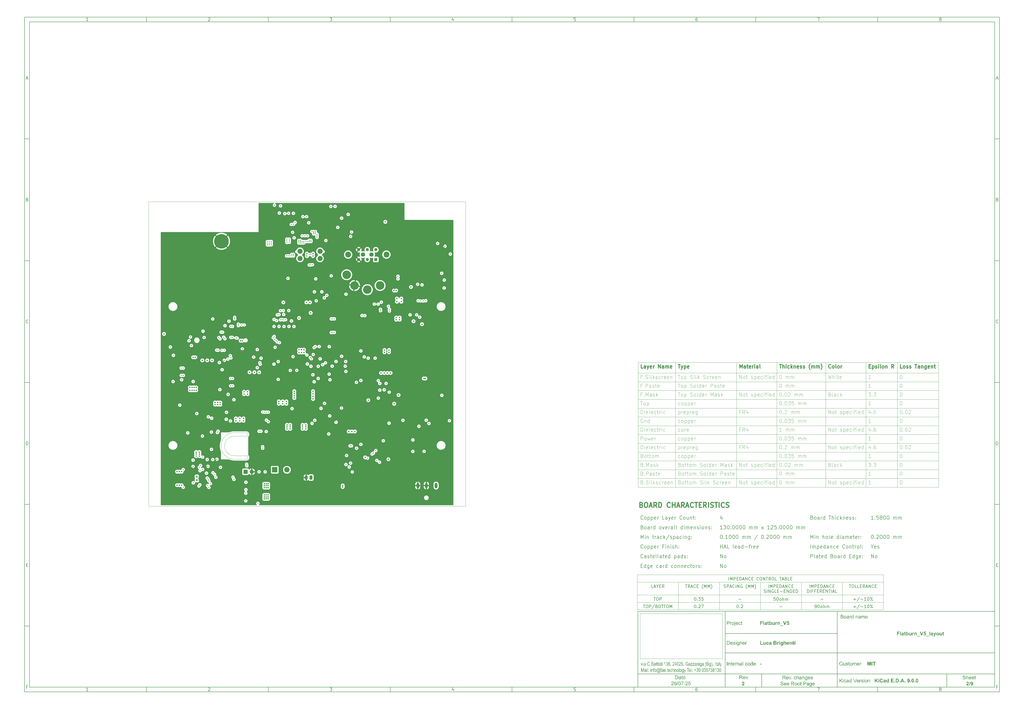
<source format=gbr>
%TF.GenerationSoftware,KiCad,Pcbnew,9.0.0*%
%TF.CreationDate,2025-07-29T08:56:10+02:00*%
%TF.ProjectId,Flatburn_V5,466c6174-6275-4726-9e5f-56352e6b6963,2*%
%TF.SameCoordinates,Original*%
%TF.FileFunction,Copper,L2,Inr*%
%TF.FilePolarity,Positive*%
%FSLAX46Y46*%
G04 Gerber Fmt 4.6, Leading zero omitted, Abs format (unit mm)*
G04 Created by KiCad (PCBNEW 9.0.0) date 2025-07-29 08:56:10*
%MOMM*%
%LPD*%
G01*
G04 APERTURE LIST*
G04 Aperture macros list*
%AMRoundRect*
0 Rectangle with rounded corners*
0 $1 Rounding radius*
0 $2 $3 $4 $5 $6 $7 $8 $9 X,Y pos of 4 corners*
0 Add a 4 corners polygon primitive as box body*
4,1,4,$2,$3,$4,$5,$6,$7,$8,$9,$2,$3,0*
0 Add four circle primitives for the rounded corners*
1,1,$1+$1,$2,$3*
1,1,$1+$1,$4,$5*
1,1,$1+$1,$6,$7*
1,1,$1+$1,$8,$9*
0 Add four rect primitives between the rounded corners*
20,1,$1+$1,$2,$3,$4,$5,0*
20,1,$1+$1,$4,$5,$6,$7,0*
20,1,$1+$1,$6,$7,$8,$9,0*
20,1,$1+$1,$8,$9,$2,$3,0*%
G04 Aperture macros list end*
%ADD10C,0.100000*%
%ADD11C,0.150000*%
%TA.AperFunction,ComponentPad*%
%ADD12C,3.500000*%
%TD*%
%TA.AperFunction,ComponentPad*%
%ADD13C,2.100000*%
%TD*%
%TA.AperFunction,ComponentPad*%
%ADD14R,1.700000X1.700000*%
%TD*%
%TA.AperFunction,ComponentPad*%
%ADD15O,1.700000X1.700000*%
%TD*%
%TA.AperFunction,ComponentPad*%
%ADD16O,1.108000X2.216000*%
%TD*%
%TA.AperFunction,ComponentPad*%
%ADD17R,2.175000X2.175000*%
%TD*%
%TA.AperFunction,ComponentPad*%
%ADD18C,2.175000*%
%TD*%
%TA.AperFunction,ComponentPad*%
%ADD19RoundRect,0.250000X0.350000X0.625000X-0.350000X0.625000X-0.350000X-0.625000X0.350000X-0.625000X0*%
%TD*%
%TA.AperFunction,ComponentPad*%
%ADD20O,1.200000X1.750000*%
%TD*%
%TA.AperFunction,ComponentPad*%
%ADD21C,2.400000*%
%TD*%
%TA.AperFunction,ComponentPad*%
%ADD22C,1.800000*%
%TD*%
%TA.AperFunction,ComponentPad*%
%ADD23R,1.300000X1.300000*%
%TD*%
%TA.AperFunction,ComponentPad*%
%ADD24C,1.300000*%
%TD*%
%TA.AperFunction,ComponentPad*%
%ADD25C,6.000000*%
%TD*%
%TA.AperFunction,ViaPad*%
%ADD26C,0.600000*%
%TD*%
%TA.AperFunction,ViaPad*%
%ADD27C,0.400000*%
%TD*%
%ADD28C,0.200000*%
%ADD29C,0.400000*%
%ADD30C,0.300000*%
%ADD31C,0.158750*%
%TA.AperFunction,Profile*%
%ADD32C,0.050000*%
%TD*%
G04 APERTURE END LIST*
D10*
X262466667Y-254931334D02*
X262466667Y-273388667D01*
X296333333Y-273388667D01*
X296333333Y-254931334D01*
X262466667Y-254931334D01*
D11*
X10000000Y-10000000D02*
X409989000Y-10000000D01*
X409989000Y-287002200D01*
X10000000Y-287002200D01*
X10000000Y-10000000D01*
D10*
D11*
X12000000Y-12000000D02*
X407989000Y-12000000D01*
X407989000Y-285002200D01*
X12000000Y-285002200D01*
X12000000Y-12000000D01*
D10*
D11*
X60000000Y-12000000D02*
X60000000Y-10000000D01*
D10*
D11*
X110000000Y-12000000D02*
X110000000Y-10000000D01*
D10*
D11*
X160000000Y-12000000D02*
X160000000Y-10000000D01*
D10*
D11*
X210000000Y-12000000D02*
X210000000Y-10000000D01*
D10*
D11*
X260000000Y-12000000D02*
X260000000Y-10000000D01*
D10*
D11*
X310000000Y-12000000D02*
X310000000Y-10000000D01*
D10*
D11*
X360000000Y-12000000D02*
X360000000Y-10000000D01*
D10*
D11*
X36089160Y-11593604D02*
X35346303Y-11593604D01*
X35717731Y-11593604D02*
X35717731Y-10293604D01*
X35717731Y-10293604D02*
X35593922Y-10479319D01*
X35593922Y-10479319D02*
X35470112Y-10603128D01*
X35470112Y-10603128D02*
X35346303Y-10665033D01*
D10*
D11*
X85346303Y-10417414D02*
X85408207Y-10355509D01*
X85408207Y-10355509D02*
X85532017Y-10293604D01*
X85532017Y-10293604D02*
X85841541Y-10293604D01*
X85841541Y-10293604D02*
X85965350Y-10355509D01*
X85965350Y-10355509D02*
X86027255Y-10417414D01*
X86027255Y-10417414D02*
X86089160Y-10541223D01*
X86089160Y-10541223D02*
X86089160Y-10665033D01*
X86089160Y-10665033D02*
X86027255Y-10850747D01*
X86027255Y-10850747D02*
X85284398Y-11593604D01*
X85284398Y-11593604D02*
X86089160Y-11593604D01*
D10*
D11*
X135284398Y-10293604D02*
X136089160Y-10293604D01*
X136089160Y-10293604D02*
X135655826Y-10788842D01*
X135655826Y-10788842D02*
X135841541Y-10788842D01*
X135841541Y-10788842D02*
X135965350Y-10850747D01*
X135965350Y-10850747D02*
X136027255Y-10912652D01*
X136027255Y-10912652D02*
X136089160Y-11036461D01*
X136089160Y-11036461D02*
X136089160Y-11345985D01*
X136089160Y-11345985D02*
X136027255Y-11469795D01*
X136027255Y-11469795D02*
X135965350Y-11531700D01*
X135965350Y-11531700D02*
X135841541Y-11593604D01*
X135841541Y-11593604D02*
X135470112Y-11593604D01*
X135470112Y-11593604D02*
X135346303Y-11531700D01*
X135346303Y-11531700D02*
X135284398Y-11469795D01*
D10*
D11*
X185965350Y-10726938D02*
X185965350Y-11593604D01*
X185655826Y-10231700D02*
X185346303Y-11160271D01*
X185346303Y-11160271D02*
X186151064Y-11160271D01*
D10*
D11*
X236027255Y-10293604D02*
X235408207Y-10293604D01*
X235408207Y-10293604D02*
X235346303Y-10912652D01*
X235346303Y-10912652D02*
X235408207Y-10850747D01*
X235408207Y-10850747D02*
X235532017Y-10788842D01*
X235532017Y-10788842D02*
X235841541Y-10788842D01*
X235841541Y-10788842D02*
X235965350Y-10850747D01*
X235965350Y-10850747D02*
X236027255Y-10912652D01*
X236027255Y-10912652D02*
X236089160Y-11036461D01*
X236089160Y-11036461D02*
X236089160Y-11345985D01*
X236089160Y-11345985D02*
X236027255Y-11469795D01*
X236027255Y-11469795D02*
X235965350Y-11531700D01*
X235965350Y-11531700D02*
X235841541Y-11593604D01*
X235841541Y-11593604D02*
X235532017Y-11593604D01*
X235532017Y-11593604D02*
X235408207Y-11531700D01*
X235408207Y-11531700D02*
X235346303Y-11469795D01*
D10*
D11*
X285965350Y-10293604D02*
X285717731Y-10293604D01*
X285717731Y-10293604D02*
X285593922Y-10355509D01*
X285593922Y-10355509D02*
X285532017Y-10417414D01*
X285532017Y-10417414D02*
X285408207Y-10603128D01*
X285408207Y-10603128D02*
X285346303Y-10850747D01*
X285346303Y-10850747D02*
X285346303Y-11345985D01*
X285346303Y-11345985D02*
X285408207Y-11469795D01*
X285408207Y-11469795D02*
X285470112Y-11531700D01*
X285470112Y-11531700D02*
X285593922Y-11593604D01*
X285593922Y-11593604D02*
X285841541Y-11593604D01*
X285841541Y-11593604D02*
X285965350Y-11531700D01*
X285965350Y-11531700D02*
X286027255Y-11469795D01*
X286027255Y-11469795D02*
X286089160Y-11345985D01*
X286089160Y-11345985D02*
X286089160Y-11036461D01*
X286089160Y-11036461D02*
X286027255Y-10912652D01*
X286027255Y-10912652D02*
X285965350Y-10850747D01*
X285965350Y-10850747D02*
X285841541Y-10788842D01*
X285841541Y-10788842D02*
X285593922Y-10788842D01*
X285593922Y-10788842D02*
X285470112Y-10850747D01*
X285470112Y-10850747D02*
X285408207Y-10912652D01*
X285408207Y-10912652D02*
X285346303Y-11036461D01*
D10*
D11*
X335284398Y-10293604D02*
X336151064Y-10293604D01*
X336151064Y-10293604D02*
X335593922Y-11593604D01*
D10*
D11*
X385593922Y-10850747D02*
X385470112Y-10788842D01*
X385470112Y-10788842D02*
X385408207Y-10726938D01*
X385408207Y-10726938D02*
X385346303Y-10603128D01*
X385346303Y-10603128D02*
X385346303Y-10541223D01*
X385346303Y-10541223D02*
X385408207Y-10417414D01*
X385408207Y-10417414D02*
X385470112Y-10355509D01*
X385470112Y-10355509D02*
X385593922Y-10293604D01*
X385593922Y-10293604D02*
X385841541Y-10293604D01*
X385841541Y-10293604D02*
X385965350Y-10355509D01*
X385965350Y-10355509D02*
X386027255Y-10417414D01*
X386027255Y-10417414D02*
X386089160Y-10541223D01*
X386089160Y-10541223D02*
X386089160Y-10603128D01*
X386089160Y-10603128D02*
X386027255Y-10726938D01*
X386027255Y-10726938D02*
X385965350Y-10788842D01*
X385965350Y-10788842D02*
X385841541Y-10850747D01*
X385841541Y-10850747D02*
X385593922Y-10850747D01*
X385593922Y-10850747D02*
X385470112Y-10912652D01*
X385470112Y-10912652D02*
X385408207Y-10974557D01*
X385408207Y-10974557D02*
X385346303Y-11098366D01*
X385346303Y-11098366D02*
X385346303Y-11345985D01*
X385346303Y-11345985D02*
X385408207Y-11469795D01*
X385408207Y-11469795D02*
X385470112Y-11531700D01*
X385470112Y-11531700D02*
X385593922Y-11593604D01*
X385593922Y-11593604D02*
X385841541Y-11593604D01*
X385841541Y-11593604D02*
X385965350Y-11531700D01*
X385965350Y-11531700D02*
X386027255Y-11469795D01*
X386027255Y-11469795D02*
X386089160Y-11345985D01*
X386089160Y-11345985D02*
X386089160Y-11098366D01*
X386089160Y-11098366D02*
X386027255Y-10974557D01*
X386027255Y-10974557D02*
X385965350Y-10912652D01*
X385965350Y-10912652D02*
X385841541Y-10850747D01*
D10*
D11*
X60000000Y-285002200D02*
X60000000Y-287002200D01*
D10*
D11*
X110000000Y-285002200D02*
X110000000Y-287002200D01*
D10*
D11*
X160000000Y-285002200D02*
X160000000Y-287002200D01*
D10*
D11*
X210000000Y-285002200D02*
X210000000Y-287002200D01*
D10*
D11*
X260000000Y-285002200D02*
X260000000Y-287002200D01*
D10*
D11*
X310000000Y-285002200D02*
X310000000Y-287002200D01*
D10*
D11*
X360000000Y-285002200D02*
X360000000Y-287002200D01*
D10*
D11*
X36089160Y-286595804D02*
X35346303Y-286595804D01*
X35717731Y-286595804D02*
X35717731Y-285295804D01*
X35717731Y-285295804D02*
X35593922Y-285481519D01*
X35593922Y-285481519D02*
X35470112Y-285605328D01*
X35470112Y-285605328D02*
X35346303Y-285667233D01*
D10*
D11*
X85346303Y-285419614D02*
X85408207Y-285357709D01*
X85408207Y-285357709D02*
X85532017Y-285295804D01*
X85532017Y-285295804D02*
X85841541Y-285295804D01*
X85841541Y-285295804D02*
X85965350Y-285357709D01*
X85965350Y-285357709D02*
X86027255Y-285419614D01*
X86027255Y-285419614D02*
X86089160Y-285543423D01*
X86089160Y-285543423D02*
X86089160Y-285667233D01*
X86089160Y-285667233D02*
X86027255Y-285852947D01*
X86027255Y-285852947D02*
X85284398Y-286595804D01*
X85284398Y-286595804D02*
X86089160Y-286595804D01*
D10*
D11*
X135284398Y-285295804D02*
X136089160Y-285295804D01*
X136089160Y-285295804D02*
X135655826Y-285791042D01*
X135655826Y-285791042D02*
X135841541Y-285791042D01*
X135841541Y-285791042D02*
X135965350Y-285852947D01*
X135965350Y-285852947D02*
X136027255Y-285914852D01*
X136027255Y-285914852D02*
X136089160Y-286038661D01*
X136089160Y-286038661D02*
X136089160Y-286348185D01*
X136089160Y-286348185D02*
X136027255Y-286471995D01*
X136027255Y-286471995D02*
X135965350Y-286533900D01*
X135965350Y-286533900D02*
X135841541Y-286595804D01*
X135841541Y-286595804D02*
X135470112Y-286595804D01*
X135470112Y-286595804D02*
X135346303Y-286533900D01*
X135346303Y-286533900D02*
X135284398Y-286471995D01*
D10*
D11*
X185965350Y-285729138D02*
X185965350Y-286595804D01*
X185655826Y-285233900D02*
X185346303Y-286162471D01*
X185346303Y-286162471D02*
X186151064Y-286162471D01*
D10*
D11*
X236027255Y-285295804D02*
X235408207Y-285295804D01*
X235408207Y-285295804D02*
X235346303Y-285914852D01*
X235346303Y-285914852D02*
X235408207Y-285852947D01*
X235408207Y-285852947D02*
X235532017Y-285791042D01*
X235532017Y-285791042D02*
X235841541Y-285791042D01*
X235841541Y-285791042D02*
X235965350Y-285852947D01*
X235965350Y-285852947D02*
X236027255Y-285914852D01*
X236027255Y-285914852D02*
X236089160Y-286038661D01*
X236089160Y-286038661D02*
X236089160Y-286348185D01*
X236089160Y-286348185D02*
X236027255Y-286471995D01*
X236027255Y-286471995D02*
X235965350Y-286533900D01*
X235965350Y-286533900D02*
X235841541Y-286595804D01*
X235841541Y-286595804D02*
X235532017Y-286595804D01*
X235532017Y-286595804D02*
X235408207Y-286533900D01*
X235408207Y-286533900D02*
X235346303Y-286471995D01*
D10*
D11*
X285965350Y-285295804D02*
X285717731Y-285295804D01*
X285717731Y-285295804D02*
X285593922Y-285357709D01*
X285593922Y-285357709D02*
X285532017Y-285419614D01*
X285532017Y-285419614D02*
X285408207Y-285605328D01*
X285408207Y-285605328D02*
X285346303Y-285852947D01*
X285346303Y-285852947D02*
X285346303Y-286348185D01*
X285346303Y-286348185D02*
X285408207Y-286471995D01*
X285408207Y-286471995D02*
X285470112Y-286533900D01*
X285470112Y-286533900D02*
X285593922Y-286595804D01*
X285593922Y-286595804D02*
X285841541Y-286595804D01*
X285841541Y-286595804D02*
X285965350Y-286533900D01*
X285965350Y-286533900D02*
X286027255Y-286471995D01*
X286027255Y-286471995D02*
X286089160Y-286348185D01*
X286089160Y-286348185D02*
X286089160Y-286038661D01*
X286089160Y-286038661D02*
X286027255Y-285914852D01*
X286027255Y-285914852D02*
X285965350Y-285852947D01*
X285965350Y-285852947D02*
X285841541Y-285791042D01*
X285841541Y-285791042D02*
X285593922Y-285791042D01*
X285593922Y-285791042D02*
X285470112Y-285852947D01*
X285470112Y-285852947D02*
X285408207Y-285914852D01*
X285408207Y-285914852D02*
X285346303Y-286038661D01*
D10*
D11*
X335284398Y-285295804D02*
X336151064Y-285295804D01*
X336151064Y-285295804D02*
X335593922Y-286595804D01*
D10*
D11*
X385593922Y-285852947D02*
X385470112Y-285791042D01*
X385470112Y-285791042D02*
X385408207Y-285729138D01*
X385408207Y-285729138D02*
X385346303Y-285605328D01*
X385346303Y-285605328D02*
X385346303Y-285543423D01*
X385346303Y-285543423D02*
X385408207Y-285419614D01*
X385408207Y-285419614D02*
X385470112Y-285357709D01*
X385470112Y-285357709D02*
X385593922Y-285295804D01*
X385593922Y-285295804D02*
X385841541Y-285295804D01*
X385841541Y-285295804D02*
X385965350Y-285357709D01*
X385965350Y-285357709D02*
X386027255Y-285419614D01*
X386027255Y-285419614D02*
X386089160Y-285543423D01*
X386089160Y-285543423D02*
X386089160Y-285605328D01*
X386089160Y-285605328D02*
X386027255Y-285729138D01*
X386027255Y-285729138D02*
X385965350Y-285791042D01*
X385965350Y-285791042D02*
X385841541Y-285852947D01*
X385841541Y-285852947D02*
X385593922Y-285852947D01*
X385593922Y-285852947D02*
X385470112Y-285914852D01*
X385470112Y-285914852D02*
X385408207Y-285976757D01*
X385408207Y-285976757D02*
X385346303Y-286100566D01*
X385346303Y-286100566D02*
X385346303Y-286348185D01*
X385346303Y-286348185D02*
X385408207Y-286471995D01*
X385408207Y-286471995D02*
X385470112Y-286533900D01*
X385470112Y-286533900D02*
X385593922Y-286595804D01*
X385593922Y-286595804D02*
X385841541Y-286595804D01*
X385841541Y-286595804D02*
X385965350Y-286533900D01*
X385965350Y-286533900D02*
X386027255Y-286471995D01*
X386027255Y-286471995D02*
X386089160Y-286348185D01*
X386089160Y-286348185D02*
X386089160Y-286100566D01*
X386089160Y-286100566D02*
X386027255Y-285976757D01*
X386027255Y-285976757D02*
X385965350Y-285914852D01*
X385965350Y-285914852D02*
X385841541Y-285852947D01*
D10*
D11*
X10000000Y-60000000D02*
X12000000Y-60000000D01*
D10*
D11*
X10000000Y-110000000D02*
X12000000Y-110000000D01*
D10*
D11*
X10000000Y-160000000D02*
X12000000Y-160000000D01*
D10*
D11*
X10000000Y-210000000D02*
X12000000Y-210000000D01*
D10*
D11*
X10000000Y-260000000D02*
X12000000Y-260000000D01*
D10*
D11*
X10690476Y-35222176D02*
X11309523Y-35222176D01*
X10566666Y-35593604D02*
X10999999Y-34293604D01*
X10999999Y-34293604D02*
X11433333Y-35593604D01*
D10*
D11*
X11092857Y-84912652D02*
X11278571Y-84974557D01*
X11278571Y-84974557D02*
X11340476Y-85036461D01*
X11340476Y-85036461D02*
X11402380Y-85160271D01*
X11402380Y-85160271D02*
X11402380Y-85345985D01*
X11402380Y-85345985D02*
X11340476Y-85469795D01*
X11340476Y-85469795D02*
X11278571Y-85531700D01*
X11278571Y-85531700D02*
X11154761Y-85593604D01*
X11154761Y-85593604D02*
X10659523Y-85593604D01*
X10659523Y-85593604D02*
X10659523Y-84293604D01*
X10659523Y-84293604D02*
X11092857Y-84293604D01*
X11092857Y-84293604D02*
X11216666Y-84355509D01*
X11216666Y-84355509D02*
X11278571Y-84417414D01*
X11278571Y-84417414D02*
X11340476Y-84541223D01*
X11340476Y-84541223D02*
X11340476Y-84665033D01*
X11340476Y-84665033D02*
X11278571Y-84788842D01*
X11278571Y-84788842D02*
X11216666Y-84850747D01*
X11216666Y-84850747D02*
X11092857Y-84912652D01*
X11092857Y-84912652D02*
X10659523Y-84912652D01*
D10*
D11*
X11402380Y-135469795D02*
X11340476Y-135531700D01*
X11340476Y-135531700D02*
X11154761Y-135593604D01*
X11154761Y-135593604D02*
X11030952Y-135593604D01*
X11030952Y-135593604D02*
X10845238Y-135531700D01*
X10845238Y-135531700D02*
X10721428Y-135407890D01*
X10721428Y-135407890D02*
X10659523Y-135284080D01*
X10659523Y-135284080D02*
X10597619Y-135036461D01*
X10597619Y-135036461D02*
X10597619Y-134850747D01*
X10597619Y-134850747D02*
X10659523Y-134603128D01*
X10659523Y-134603128D02*
X10721428Y-134479319D01*
X10721428Y-134479319D02*
X10845238Y-134355509D01*
X10845238Y-134355509D02*
X11030952Y-134293604D01*
X11030952Y-134293604D02*
X11154761Y-134293604D01*
X11154761Y-134293604D02*
X11340476Y-134355509D01*
X11340476Y-134355509D02*
X11402380Y-134417414D01*
D10*
D11*
X10659523Y-185593604D02*
X10659523Y-184293604D01*
X10659523Y-184293604D02*
X10969047Y-184293604D01*
X10969047Y-184293604D02*
X11154761Y-184355509D01*
X11154761Y-184355509D02*
X11278571Y-184479319D01*
X11278571Y-184479319D02*
X11340476Y-184603128D01*
X11340476Y-184603128D02*
X11402380Y-184850747D01*
X11402380Y-184850747D02*
X11402380Y-185036461D01*
X11402380Y-185036461D02*
X11340476Y-185284080D01*
X11340476Y-185284080D02*
X11278571Y-185407890D01*
X11278571Y-185407890D02*
X11154761Y-185531700D01*
X11154761Y-185531700D02*
X10969047Y-185593604D01*
X10969047Y-185593604D02*
X10659523Y-185593604D01*
D10*
D11*
X10721428Y-234912652D02*
X11154762Y-234912652D01*
X11340476Y-235593604D02*
X10721428Y-235593604D01*
X10721428Y-235593604D02*
X10721428Y-234293604D01*
X10721428Y-234293604D02*
X11340476Y-234293604D01*
D10*
D11*
X11185714Y-284912652D02*
X10752380Y-284912652D01*
X10752380Y-285593604D02*
X10752380Y-284293604D01*
X10752380Y-284293604D02*
X11371428Y-284293604D01*
D10*
D11*
X409989000Y-60000000D02*
X407989000Y-60000000D01*
D10*
D11*
X409989000Y-110000000D02*
X407989000Y-110000000D01*
D10*
D11*
X409989000Y-160000000D02*
X407989000Y-160000000D01*
D10*
D11*
X409989000Y-210000000D02*
X407989000Y-210000000D01*
D10*
D11*
X409989000Y-260000000D02*
X407989000Y-260000000D01*
D10*
D11*
X408679476Y-35222176D02*
X409298523Y-35222176D01*
X408555666Y-35593604D02*
X408988999Y-34293604D01*
X408988999Y-34293604D02*
X409422333Y-35593604D01*
D10*
D11*
X409081857Y-84912652D02*
X409267571Y-84974557D01*
X409267571Y-84974557D02*
X409329476Y-85036461D01*
X409329476Y-85036461D02*
X409391380Y-85160271D01*
X409391380Y-85160271D02*
X409391380Y-85345985D01*
X409391380Y-85345985D02*
X409329476Y-85469795D01*
X409329476Y-85469795D02*
X409267571Y-85531700D01*
X409267571Y-85531700D02*
X409143761Y-85593604D01*
X409143761Y-85593604D02*
X408648523Y-85593604D01*
X408648523Y-85593604D02*
X408648523Y-84293604D01*
X408648523Y-84293604D02*
X409081857Y-84293604D01*
X409081857Y-84293604D02*
X409205666Y-84355509D01*
X409205666Y-84355509D02*
X409267571Y-84417414D01*
X409267571Y-84417414D02*
X409329476Y-84541223D01*
X409329476Y-84541223D02*
X409329476Y-84665033D01*
X409329476Y-84665033D02*
X409267571Y-84788842D01*
X409267571Y-84788842D02*
X409205666Y-84850747D01*
X409205666Y-84850747D02*
X409081857Y-84912652D01*
X409081857Y-84912652D02*
X408648523Y-84912652D01*
D10*
D11*
X409391380Y-135469795D02*
X409329476Y-135531700D01*
X409329476Y-135531700D02*
X409143761Y-135593604D01*
X409143761Y-135593604D02*
X409019952Y-135593604D01*
X409019952Y-135593604D02*
X408834238Y-135531700D01*
X408834238Y-135531700D02*
X408710428Y-135407890D01*
X408710428Y-135407890D02*
X408648523Y-135284080D01*
X408648523Y-135284080D02*
X408586619Y-135036461D01*
X408586619Y-135036461D02*
X408586619Y-134850747D01*
X408586619Y-134850747D02*
X408648523Y-134603128D01*
X408648523Y-134603128D02*
X408710428Y-134479319D01*
X408710428Y-134479319D02*
X408834238Y-134355509D01*
X408834238Y-134355509D02*
X409019952Y-134293604D01*
X409019952Y-134293604D02*
X409143761Y-134293604D01*
X409143761Y-134293604D02*
X409329476Y-134355509D01*
X409329476Y-134355509D02*
X409391380Y-134417414D01*
D10*
D11*
X408648523Y-185593604D02*
X408648523Y-184293604D01*
X408648523Y-184293604D02*
X408958047Y-184293604D01*
X408958047Y-184293604D02*
X409143761Y-184355509D01*
X409143761Y-184355509D02*
X409267571Y-184479319D01*
X409267571Y-184479319D02*
X409329476Y-184603128D01*
X409329476Y-184603128D02*
X409391380Y-184850747D01*
X409391380Y-184850747D02*
X409391380Y-185036461D01*
X409391380Y-185036461D02*
X409329476Y-185284080D01*
X409329476Y-185284080D02*
X409267571Y-185407890D01*
X409267571Y-185407890D02*
X409143761Y-185531700D01*
X409143761Y-185531700D02*
X408958047Y-185593604D01*
X408958047Y-185593604D02*
X408648523Y-185593604D01*
D10*
D11*
X408710428Y-234912652D02*
X409143762Y-234912652D01*
X409329476Y-235593604D02*
X408710428Y-235593604D01*
X408710428Y-235593604D02*
X408710428Y-234293604D01*
X408710428Y-234293604D02*
X409329476Y-234293604D01*
D10*
D11*
X409174714Y-284912652D02*
X408741380Y-284912652D01*
X408741380Y-285593604D02*
X408741380Y-284293604D01*
X408741380Y-284293604D02*
X409360428Y-284293604D01*
D10*
G36*
X277637791Y-280250297D02*
G01*
X277740379Y-280265625D01*
X277823681Y-280291405D01*
X277896691Y-280327390D01*
X277960747Y-280373519D01*
X278032657Y-280446093D01*
X278091766Y-280531333D01*
X278138434Y-280630890D01*
X278170418Y-280736932D01*
X278190435Y-280855700D01*
X278197419Y-280989011D01*
X278192631Y-281103074D01*
X278178986Y-281204002D01*
X278157393Y-281293277D01*
X278110091Y-281418024D01*
X278054903Y-281512637D01*
X277987944Y-281591748D01*
X277918158Y-281649291D01*
X277838332Y-281692184D01*
X277738822Y-281724854D01*
X277629686Y-281743693D01*
X277497571Y-281750500D01*
X276955536Y-281750500D01*
X276955536Y-281576110D01*
X277154288Y-281576110D01*
X277475040Y-281576110D01*
X277615416Y-281568174D01*
X277708139Y-281548266D01*
X277785980Y-281513542D01*
X277842870Y-281469681D01*
X277885027Y-281418830D01*
X277921844Y-281355593D01*
X277952962Y-281277890D01*
X277973971Y-281196655D01*
X277987566Y-281100126D01*
X277992438Y-280985897D01*
X277986614Y-280863741D01*
X277970628Y-280764507D01*
X277946339Y-280684515D01*
X277915044Y-280620540D01*
X277857269Y-280541954D01*
X277794840Y-280486105D01*
X277727099Y-280449448D01*
X277672187Y-280433979D01*
X277589396Y-280422785D01*
X277469911Y-280418399D01*
X277154288Y-280418399D01*
X277154288Y-281576110D01*
X276955536Y-281576110D01*
X276955536Y-280244010D01*
X277472933Y-280244010D01*
X277637791Y-280250297D01*
G37*
G36*
X279039602Y-280645873D02*
G01*
X279133754Y-280669633D01*
X279212369Y-280708653D01*
X279261799Y-280752157D01*
X279296001Y-280806960D01*
X279319226Y-280877728D01*
X279325603Y-280934363D01*
X279328477Y-281047996D01*
X279328477Y-281294101D01*
X279332393Y-281528505D01*
X279340201Y-281619799D01*
X279357666Y-281686274D01*
X279386820Y-281750500D01*
X279194204Y-281750500D01*
X279171085Y-281689302D01*
X279157293Y-281615036D01*
X279053176Y-281691582D01*
X278960098Y-281738043D01*
X278862699Y-281764819D01*
X278756674Y-281773947D01*
X278666557Y-281767658D01*
X278592337Y-281750156D01*
X278531222Y-281722863D01*
X278480985Y-281686294D01*
X278438800Y-281639326D01*
X278409080Y-281587138D01*
X278390981Y-281528644D01*
X278384723Y-281462262D01*
X278385282Y-281457591D01*
X278581460Y-281457591D01*
X278587727Y-281504436D01*
X278606056Y-281545013D01*
X278637239Y-281580964D01*
X278677370Y-281607072D01*
X278730577Y-281624059D01*
X278800729Y-281630332D01*
X278870559Y-281624911D01*
X278933355Y-281609193D01*
X278990323Y-281583529D01*
X279041326Y-281548006D01*
X279081596Y-281505544D01*
X279112230Y-281455485D01*
X279133324Y-281384726D01*
X279141906Y-281270288D01*
X279141906Y-281202419D01*
X279028344Y-281237773D01*
X278840663Y-281272577D01*
X278735643Y-281291984D01*
X278679829Y-281309672D01*
X278637646Y-281335278D01*
X278607014Y-281369755D01*
X278587887Y-281411365D01*
X278581460Y-281457591D01*
X278385282Y-281457591D01*
X278393943Y-281385241D01*
X278421084Y-281316175D01*
X278463423Y-281256212D01*
X278516339Y-281210112D01*
X278578438Y-281175226D01*
X278649054Y-281149571D01*
X278813002Y-281121910D01*
X279021181Y-281090099D01*
X279141906Y-281058804D01*
X279143005Y-281010902D01*
X279136063Y-280937947D01*
X279117894Y-280887250D01*
X279090706Y-280852815D01*
X279039890Y-280820055D01*
X278971637Y-280798595D01*
X278880688Y-280790625D01*
X278794649Y-280796792D01*
X278732509Y-280812994D01*
X278688530Y-280836787D01*
X278653344Y-280872040D01*
X278622503Y-280924767D01*
X278596847Y-281000185D01*
X278416505Y-280975639D01*
X278437536Y-280899296D01*
X278464707Y-280836970D01*
X278497380Y-280786504D01*
X278538940Y-280743553D01*
X278592534Y-280706562D01*
X278660320Y-280675678D01*
X278772041Y-280647018D01*
X278907341Y-280636752D01*
X279039602Y-280645873D01*
G37*
G36*
X280016417Y-281581972D02*
G01*
X280043070Y-281750500D01*
X279903669Y-281762223D01*
X279809916Y-281753320D01*
X279747964Y-281730533D01*
X279700233Y-281693127D01*
X279670112Y-281647093D01*
X279654857Y-281581147D01*
X279647580Y-281429473D01*
X279647580Y-280803814D01*
X279512300Y-280803814D01*
X279512300Y-280660199D01*
X279647580Y-280660199D01*
X279647580Y-280390097D01*
X279830945Y-280279181D01*
X279830945Y-280660199D01*
X280016417Y-280660199D01*
X280016417Y-280803814D01*
X279830945Y-280803814D01*
X279830945Y-281442479D01*
X279834136Y-281514714D01*
X279840654Y-281544328D01*
X279853415Y-281564542D01*
X279872436Y-281580323D01*
X279897320Y-281589932D01*
X279935451Y-281593696D01*
X280016417Y-281581972D01*
G37*
G36*
X280750305Y-280646502D02*
G01*
X280843680Y-280674598D01*
X280926411Y-280720508D01*
X281000289Y-280785313D01*
X281058430Y-280863004D01*
X281101478Y-280956301D01*
X281128887Y-281068327D01*
X281138683Y-281203060D01*
X281137584Y-281252244D01*
X280326087Y-281252244D01*
X280337326Y-281341498D01*
X280358623Y-281415115D01*
X280388804Y-281475712D01*
X280427478Y-281525369D01*
X280493293Y-281577977D01*
X280568153Y-281609293D01*
X280654990Y-281620074D01*
X280720906Y-281613907D01*
X280778065Y-281596196D01*
X280828189Y-281567317D01*
X280870532Y-281527665D01*
X280908561Y-281472641D01*
X280941945Y-281398790D01*
X281132546Y-281422329D01*
X281092730Y-281527806D01*
X281037136Y-281613225D01*
X280965484Y-281681715D01*
X280902686Y-281720868D01*
X280830933Y-281749601D01*
X280748667Y-281767618D01*
X280653983Y-281773947D01*
X280536283Y-281763970D01*
X280435923Y-281735617D01*
X280349716Y-281690085D01*
X280275345Y-281626943D01*
X280216425Y-281549823D01*
X280172947Y-281457552D01*
X280145337Y-281347107D01*
X280135486Y-281214600D01*
X280143951Y-281098371D01*
X280336345Y-281098371D01*
X280943960Y-281098371D01*
X280929301Y-281009911D01*
X280905498Y-280943937D01*
X280874259Y-280895588D01*
X280826564Y-280849378D01*
X280773439Y-280817034D01*
X280713747Y-280797408D01*
X280645740Y-280790625D01*
X280564445Y-280800210D01*
X280494112Y-280828005D01*
X280432149Y-280874431D01*
X280383905Y-280935063D01*
X280351845Y-281008623D01*
X280336345Y-281098371D01*
X280143951Y-281098371D01*
X280145490Y-281077235D01*
X280173487Y-280962970D01*
X280217473Y-280867759D01*
X280276902Y-280788427D01*
X280352411Y-280722384D01*
X280437328Y-280675498D01*
X280533536Y-280646747D01*
X280643725Y-280636752D01*
X280750305Y-280646502D01*
G37*
G36*
X276274648Y-284096110D02*
G01*
X276274648Y-284270500D01*
X275281801Y-284270500D01*
X275286144Y-284205196D01*
X275303325Y-284142638D01*
X275351287Y-284044391D01*
X275424683Y-283943245D01*
X275519737Y-283844052D01*
X275666025Y-283716190D01*
X275828106Y-283575975D01*
X275933701Y-283471958D01*
X275996944Y-283396538D01*
X276047070Y-283314716D01*
X276074463Y-283241113D01*
X276083039Y-283173513D01*
X276074191Y-283103431D01*
X276048341Y-283042275D01*
X276004637Y-282987767D01*
X275948351Y-282946345D01*
X275881255Y-282920960D01*
X275800298Y-282912021D01*
X275714793Y-282921578D01*
X275644878Y-282948591D01*
X275587074Y-282992529D01*
X275543812Y-283050753D01*
X275516476Y-283123645D01*
X275506199Y-283215370D01*
X275316605Y-283195770D01*
X275334381Y-283090115D01*
X275365283Y-283002528D01*
X275408204Y-282929968D01*
X275463151Y-282870164D01*
X275529372Y-282822718D01*
X275606801Y-282787879D01*
X275697557Y-282765920D01*
X275804328Y-282758148D01*
X275911736Y-282766469D01*
X276002790Y-282789991D01*
X276080350Y-282827420D01*
X276146604Y-282878682D01*
X276202029Y-282942920D01*
X276240948Y-283013130D01*
X276264527Y-283090620D01*
X276272633Y-283177269D01*
X276263512Y-283266578D01*
X276235722Y-283355413D01*
X276189099Y-283441577D01*
X276113264Y-283539786D01*
X276011462Y-283643233D01*
X275828966Y-283805400D01*
X275678550Y-283935710D01*
X275615742Y-283995635D01*
X275572026Y-284046666D01*
X275537981Y-284096110D01*
X276274648Y-284096110D01*
G37*
G36*
X277039536Y-282767016D02*
G01*
X277128319Y-282793237D01*
X277212174Y-282837191D01*
X277285795Y-282896450D01*
X277347097Y-282970787D01*
X277396638Y-283062322D01*
X277428881Y-283162251D01*
X277451185Y-283300020D01*
X277459653Y-283485564D01*
X277451506Y-283678311D01*
X277429578Y-283828826D01*
X277397096Y-283944618D01*
X277346842Y-284052598D01*
X277284873Y-284138196D01*
X277211167Y-284204737D01*
X277125118Y-284253867D01*
X277029440Y-284283674D01*
X276921647Y-284293947D01*
X276834343Y-284287274D01*
X276758455Y-284268213D01*
X276692064Y-284237575D01*
X276633685Y-284195303D01*
X276584695Y-284142603D01*
X276545969Y-284079936D01*
X276517352Y-284005712D01*
X276499504Y-283917782D01*
X276676733Y-283901204D01*
X276698200Y-283982377D01*
X276727288Y-284041527D01*
X276762828Y-284083471D01*
X276808103Y-284114373D01*
X276861669Y-284133383D01*
X276925769Y-284140074D01*
X277006766Y-284130009D01*
X277074879Y-284101056D01*
X277132964Y-284055586D01*
X277179842Y-283996734D01*
X277215728Y-283924579D01*
X277248536Y-283820421D01*
X277269272Y-283708389D01*
X277276196Y-283594191D01*
X277275189Y-283557188D01*
X277234158Y-283611783D01*
X277184090Y-283659245D01*
X277124063Y-283699979D01*
X277058402Y-283730364D01*
X276989563Y-283748528D01*
X276916518Y-283754659D01*
X276826005Y-283746058D01*
X276744404Y-283720943D01*
X276669807Y-283679302D01*
X276600895Y-283619745D01*
X276545556Y-283548725D01*
X276505520Y-283467220D01*
X276480593Y-283373229D01*
X276472386Y-283270875D01*
X276661437Y-283270875D01*
X276671626Y-283362497D01*
X276700607Y-283438661D01*
X276747991Y-283502783D01*
X276810342Y-283552428D01*
X276880683Y-283581884D01*
X276961672Y-283591993D01*
X277043133Y-283581771D01*
X277112305Y-283552235D01*
X277172149Y-283502783D01*
X277216507Y-283438658D01*
X277244547Y-283357823D01*
X277254672Y-283255579D01*
X277244417Y-283153432D01*
X277215792Y-283071276D01*
X277170134Y-283004803D01*
X277108942Y-282952598D01*
X277041973Y-282922267D01*
X276966802Y-282912021D01*
X276889081Y-282922902D01*
X276818483Y-282955416D01*
X276752570Y-283011947D01*
X276702861Y-283083329D01*
X276672239Y-283168393D01*
X276661437Y-283270875D01*
X276472386Y-283270875D01*
X276471843Y-283264097D01*
X276480969Y-283151468D01*
X276506970Y-283054502D01*
X276548756Y-282970432D01*
X276606574Y-282897183D01*
X276678280Y-282836299D01*
X276757319Y-282793329D01*
X276845226Y-282767173D01*
X276944179Y-282758148D01*
X277039536Y-282767016D01*
G37*
G36*
X277551244Y-284293947D02*
G01*
X277986760Y-282740562D01*
X278134313Y-282740562D01*
X277699805Y-284293947D01*
X277551244Y-284293947D01*
G37*
G36*
X278790815Y-282763873D02*
G01*
X278861004Y-282780324D01*
X278923462Y-282806874D01*
X278980374Y-282843861D01*
X279030429Y-282890420D01*
X279074129Y-282947467D01*
X279125845Y-283046136D01*
X279167369Y-283171132D01*
X279191581Y-283314432D01*
X279201166Y-283526597D01*
X279194156Y-283703555D01*
X279175167Y-283843944D01*
X279146852Y-283953869D01*
X279102866Y-284057466D01*
X279048650Y-284140185D01*
X278984461Y-284205195D01*
X278908089Y-284253563D01*
X278818234Y-284283434D01*
X278711428Y-284293947D01*
X278605730Y-284283606D01*
X278515533Y-284254054D01*
X278437693Y-284205969D01*
X278370160Y-284137967D01*
X278322066Y-284063842D01*
X278281645Y-283969935D01*
X278250059Y-283852275D01*
X278229203Y-283706229D01*
X278221599Y-283526597D01*
X278221621Y-283526047D01*
X278411193Y-283526047D01*
X278418793Y-283723314D01*
X278438344Y-283862378D01*
X278465670Y-283956707D01*
X278497746Y-284017800D01*
X278545867Y-284073460D01*
X278596812Y-284110843D01*
X278651457Y-284132705D01*
X278711428Y-284140074D01*
X278771319Y-284132683D01*
X278825921Y-284110742D01*
X278876864Y-284073199D01*
X278925019Y-284017250D01*
X278957170Y-283955897D01*
X278984523Y-283861476D01*
X279004071Y-283722625D01*
X279011664Y-283526047D01*
X279004041Y-283328159D01*
X278984449Y-283188913D01*
X278957094Y-283094682D01*
X278925019Y-283033837D01*
X278876944Y-282978554D01*
X278825695Y-282941290D01*
X278770374Y-282919416D01*
X278709322Y-282912021D01*
X278648556Y-282918841D01*
X278595556Y-282938631D01*
X278548526Y-282971586D01*
X278506447Y-283019457D01*
X278470364Y-283087978D01*
X278440337Y-283188399D01*
X278419268Y-283330594D01*
X278411193Y-283526047D01*
X278221621Y-283526047D01*
X278228686Y-283348138D01*
X278247852Y-283207124D01*
X278276371Y-283097218D01*
X278320701Y-282993630D01*
X278375102Y-282911108D01*
X278439311Y-282846442D01*
X278515691Y-282798293D01*
X278605267Y-282768589D01*
X278711428Y-282758148D01*
X278790815Y-282763873D01*
G37*
G36*
X279400376Y-282955984D02*
G01*
X279400376Y-282781595D01*
X280372799Y-282781595D01*
X280372799Y-282925027D01*
X280282851Y-283031465D01*
X280188141Y-283165901D01*
X280088408Y-283332699D01*
X280001070Y-283504974D01*
X279928656Y-283679131D01*
X279870696Y-283855592D01*
X279838880Y-283982923D01*
X279815130Y-284120916D01*
X279799988Y-284270500D01*
X279610486Y-284270500D01*
X279618520Y-284152233D01*
X279640747Y-284009741D01*
X279680095Y-283839197D01*
X279730848Y-283673022D01*
X279794472Y-283510651D01*
X279871246Y-283351658D01*
X279959340Y-283197968D01*
X280047671Y-283066844D01*
X280136127Y-282955984D01*
X279400376Y-282955984D01*
G37*
G36*
X280467504Y-284293947D02*
G01*
X280903019Y-282740562D01*
X281050573Y-282740562D01*
X280616064Y-284293947D01*
X280467504Y-284293947D01*
G37*
G36*
X282107167Y-284096110D02*
G01*
X282107167Y-284270500D01*
X281114320Y-284270500D01*
X281118663Y-284205196D01*
X281135844Y-284142638D01*
X281183807Y-284044391D01*
X281257202Y-283943245D01*
X281352256Y-283844052D01*
X281498544Y-283716190D01*
X281660626Y-283575975D01*
X281766220Y-283471958D01*
X281829463Y-283396538D01*
X281879589Y-283314716D01*
X281906982Y-283241113D01*
X281915559Y-283173513D01*
X281906711Y-283103431D01*
X281880860Y-283042275D01*
X281837157Y-282987767D01*
X281780870Y-282946345D01*
X281713775Y-282920960D01*
X281632817Y-282912021D01*
X281547313Y-282921578D01*
X281477397Y-282948591D01*
X281419593Y-282992529D01*
X281376332Y-283050753D01*
X281348995Y-283123645D01*
X281338718Y-283215370D01*
X281149124Y-283195770D01*
X281166900Y-283090115D01*
X281197802Y-283002528D01*
X281240723Y-282929968D01*
X281295670Y-282870164D01*
X281361892Y-282822718D01*
X281439320Y-282787879D01*
X281530076Y-282765920D01*
X281636847Y-282758148D01*
X281744255Y-282766469D01*
X281835309Y-282789991D01*
X281912869Y-282827420D01*
X281979123Y-282878682D01*
X282034548Y-282942920D01*
X282073468Y-283013130D01*
X282097046Y-283090620D01*
X282105152Y-283177269D01*
X282096031Y-283266578D01*
X282068241Y-283355413D01*
X282021618Y-283441577D01*
X281945784Y-283539786D01*
X281843982Y-283643233D01*
X281661485Y-283805400D01*
X281511069Y-283935710D01*
X281448261Y-283995635D01*
X281404545Y-284046666D01*
X281370500Y-284096110D01*
X282107167Y-284096110D01*
G37*
G36*
X282304363Y-283871895D02*
G01*
X282497986Y-283855500D01*
X282520205Y-283946651D01*
X282553869Y-284016281D01*
X282597912Y-284068724D01*
X282653630Y-284108292D01*
X282715957Y-284131950D01*
X282786956Y-284140074D01*
X282851398Y-284133699D01*
X282909584Y-284115045D01*
X282962923Y-284083988D01*
X283012362Y-284039324D01*
X283051690Y-283986560D01*
X283080339Y-283925545D01*
X283098276Y-283854719D01*
X283104594Y-283772061D01*
X283098467Y-283693462D01*
X283081159Y-283626970D01*
X283053632Y-283570455D01*
X283015934Y-283522292D01*
X282951824Y-283472051D01*
X282875672Y-283441507D01*
X282783933Y-283430793D01*
X282698346Y-283441290D01*
X282623008Y-283472009D01*
X282558529Y-283519704D01*
X282510351Y-283578804D01*
X282337152Y-283556272D01*
X282482690Y-282781595D01*
X283229616Y-282781595D01*
X283229616Y-282955984D01*
X282630244Y-282955984D01*
X282549277Y-283364664D01*
X282643018Y-283310080D01*
X282737017Y-283278529D01*
X282833118Y-283268127D01*
X282928923Y-283276923D01*
X283014951Y-283302536D01*
X283093189Y-283344816D01*
X283165044Y-283404964D01*
X283223627Y-283477346D01*
X283265524Y-283558830D01*
X283291337Y-283651192D01*
X283300324Y-283756857D01*
X283292586Y-283857728D01*
X283270064Y-283949326D01*
X283233164Y-284033253D01*
X283181439Y-284110765D01*
X283119299Y-284176834D01*
X283050011Y-284227399D01*
X282972620Y-284263739D01*
X282885600Y-284286155D01*
X282786956Y-284293947D01*
X282685496Y-284286133D01*
X282597325Y-284263811D01*
X282520195Y-284227916D01*
X282452374Y-284178359D01*
X282395045Y-284116547D01*
X282351517Y-284045896D01*
X282321162Y-283965007D01*
X282304363Y-283871895D01*
G37*
G36*
X355747560Y-276118500D02*
G01*
X355747560Y-274612010D01*
X356201486Y-274612010D01*
X356474061Y-275639661D01*
X356743521Y-274612010D01*
X357198546Y-274612010D01*
X357198546Y-276118500D01*
X356916720Y-276118500D01*
X356916720Y-274932670D01*
X356618591Y-276118500D01*
X356326507Y-276118500D01*
X356029386Y-274932670D01*
X356029386Y-276118500D01*
X355747560Y-276118500D01*
G37*
G36*
X357490721Y-276118500D02*
G01*
X357490721Y-274612010D01*
X357794071Y-274612010D01*
X357794071Y-276118500D01*
X357490721Y-276118500D01*
G37*
G36*
X358421378Y-276118500D02*
G01*
X358421378Y-274864068D01*
X357975605Y-274864068D01*
X357975605Y-274612010D01*
X359169403Y-274612010D01*
X359169403Y-274864068D01*
X358724636Y-274864068D01*
X358724636Y-276118500D01*
X358421378Y-276118500D01*
G37*
G36*
X304103335Y-280239670D02*
G01*
X304202655Y-280253987D01*
X304273887Y-280274510D01*
X304338456Y-280307947D01*
X304393779Y-280354869D01*
X304440857Y-280416842D01*
X304475545Y-280487012D01*
X304496354Y-280561681D01*
X304503414Y-280642156D01*
X304496688Y-280720027D01*
X304477167Y-280789733D01*
X304445130Y-280852822D01*
X304399916Y-280910426D01*
X304345400Y-280957063D01*
X304276000Y-280996199D01*
X304188817Y-281027313D01*
X304080263Y-281049095D01*
X304153251Y-281089496D01*
X304200064Y-281124750D01*
X304282820Y-281213231D01*
X304365112Y-281326983D01*
X304626329Y-281740700D01*
X304376377Y-281740700D01*
X304177533Y-281424161D01*
X304034101Y-281214600D01*
X303977070Y-281149178D01*
X303933168Y-281112843D01*
X303887559Y-281087921D01*
X303842493Y-281072359D01*
X303731851Y-281065124D01*
X303501316Y-281065124D01*
X303501316Y-281740700D01*
X303302472Y-281740700D01*
X303302472Y-280896596D01*
X303501316Y-280896596D01*
X303928589Y-280896596D01*
X304057166Y-280888634D01*
X304141721Y-280868661D01*
X304189791Y-280845666D01*
X304228271Y-280815873D01*
X304258500Y-280778993D01*
X304288490Y-280714562D01*
X304298433Y-280645087D01*
X304289639Y-280577984D01*
X304264114Y-280520768D01*
X304221039Y-280470973D01*
X304165222Y-280435551D01*
X304086329Y-280411758D01*
X303976765Y-280402737D01*
X303501316Y-280402737D01*
X303501316Y-280896596D01*
X303302472Y-280896596D01*
X303302472Y-280234210D01*
X303968522Y-280234210D01*
X304103335Y-280239670D01*
G37*
G36*
X305344464Y-280636702D02*
G01*
X305437838Y-280664798D01*
X305520569Y-280710708D01*
X305594447Y-280775513D01*
X305652589Y-280853204D01*
X305695636Y-280946501D01*
X305723045Y-281058527D01*
X305732841Y-281193260D01*
X305731742Y-281242444D01*
X304920245Y-281242444D01*
X304931485Y-281331698D01*
X304952781Y-281405315D01*
X304982962Y-281465912D01*
X305021636Y-281515569D01*
X305087451Y-281568177D01*
X305162311Y-281599493D01*
X305249149Y-281610274D01*
X305315064Y-281604107D01*
X305372223Y-281586396D01*
X305422347Y-281557517D01*
X305464690Y-281517865D01*
X305502719Y-281462841D01*
X305536103Y-281388990D01*
X305726704Y-281412529D01*
X305686888Y-281518006D01*
X305631294Y-281603425D01*
X305559642Y-281671915D01*
X305496844Y-281711068D01*
X305425091Y-281739801D01*
X305342825Y-281757818D01*
X305248141Y-281764147D01*
X305130442Y-281754170D01*
X305030081Y-281725817D01*
X304943874Y-281680285D01*
X304869504Y-281617143D01*
X304810583Y-281540023D01*
X304767105Y-281447752D01*
X304739495Y-281337307D01*
X304729644Y-281204800D01*
X304738109Y-281088571D01*
X304930503Y-281088571D01*
X305538118Y-281088571D01*
X305523459Y-281000111D01*
X305499656Y-280934137D01*
X305468418Y-280885788D01*
X305420722Y-280839578D01*
X305367597Y-280807234D01*
X305307905Y-280787608D01*
X305239898Y-280780825D01*
X305158603Y-280790410D01*
X305088270Y-280818205D01*
X305026307Y-280864631D01*
X304978064Y-280925263D01*
X304946004Y-280998823D01*
X304930503Y-281088571D01*
X304738109Y-281088571D01*
X304739648Y-281067435D01*
X304767645Y-280953170D01*
X304811631Y-280857959D01*
X304871061Y-280778627D01*
X304946570Y-280712584D01*
X305031486Y-280665698D01*
X305127695Y-280636947D01*
X305237883Y-280626952D01*
X305344464Y-280636702D01*
G37*
G36*
X306259948Y-281740700D02*
G01*
X305845956Y-280650399D01*
X306040679Y-280650399D01*
X306274236Y-281303627D01*
X306343937Y-281523445D01*
X306412630Y-281315992D01*
X306654430Y-280650399D01*
X306844024Y-280650399D01*
X306432047Y-281740700D01*
X306259948Y-281740700D01*
G37*
G36*
X306903833Y-281740700D02*
G01*
X306903833Y-281529674D01*
X307113851Y-281529674D01*
X307113851Y-281740700D01*
X306903833Y-281740700D01*
G37*
G36*
X345508897Y-255358079D02*
G01*
X345599514Y-255374002D01*
X345670396Y-255397914D01*
X345735108Y-255434051D01*
X345789035Y-255480607D01*
X345833337Y-255538414D01*
X345866449Y-255603575D01*
X345885810Y-255669355D01*
X345892230Y-255736801D01*
X345886455Y-255799652D01*
X345869186Y-255859876D01*
X345839931Y-255918426D01*
X345800354Y-255970282D01*
X345748414Y-256016011D01*
X345682211Y-256055812D01*
X345768388Y-256090053D01*
X345837346Y-256135682D01*
X345891772Y-256192741D01*
X345932153Y-256260397D01*
X345956612Y-256335874D01*
X345965045Y-256421261D01*
X345953775Y-256524045D01*
X345920440Y-256618365D01*
X345869122Y-256700872D01*
X345810256Y-256758865D01*
X345738614Y-256801172D01*
X345645758Y-256833512D01*
X345541231Y-256851821D01*
X345403500Y-256858700D01*
X344830689Y-256858700D01*
X344830689Y-256684310D01*
X345029534Y-256684310D01*
X345403500Y-256684310D01*
X345538780Y-256676983D01*
X345603553Y-256659699D01*
X345653452Y-256635400D01*
X345694804Y-256600400D01*
X345729289Y-256550587D01*
X345751346Y-256491745D01*
X345759056Y-256421993D01*
X345754059Y-256366428D01*
X345739625Y-256317420D01*
X345716009Y-256273707D01*
X345683790Y-256236042D01*
X345644352Y-256206704D01*
X345596574Y-256185230D01*
X345511753Y-256167074D01*
X345376847Y-256159676D01*
X345029534Y-256159676D01*
X345029534Y-256684310D01*
X344830689Y-256684310D01*
X344830689Y-255985287D01*
X345029534Y-255985287D01*
X345354315Y-255985287D01*
X345477144Y-255979962D01*
X345543909Y-255967702D01*
X345611788Y-255936469D01*
X345658123Y-255892139D01*
X345686483Y-255834249D01*
X345696591Y-255759607D01*
X345687366Y-255687592D01*
X345660688Y-255626525D01*
X345633357Y-255592233D01*
X345599541Y-255566208D01*
X345558197Y-255547848D01*
X345479708Y-255533107D01*
X345329677Y-255526599D01*
X345029534Y-255526599D01*
X345029534Y-255985287D01*
X344830689Y-255985287D01*
X344830689Y-255352210D01*
X345394249Y-255352210D01*
X345508897Y-255358079D01*
G37*
G36*
X346766381Y-255754659D02*
G01*
X346862555Y-255782585D01*
X346947575Y-255828063D01*
X347023288Y-255891956D01*
X347083642Y-255969293D01*
X347127878Y-256060778D01*
X347155797Y-256169191D01*
X347165712Y-256298162D01*
X347157562Y-256437635D01*
X347135590Y-256545752D01*
X347102697Y-256628623D01*
X347054255Y-256702947D01*
X346993508Y-256764900D01*
X346919240Y-256815560D01*
X346836844Y-256852452D01*
X346749683Y-256874629D01*
X346656466Y-256882147D01*
X346544284Y-256872380D01*
X346447046Y-256844407D01*
X346361976Y-256799079D01*
X346287079Y-256735693D01*
X346228117Y-256658811D01*
X346184303Y-256565277D01*
X346156275Y-256451654D01*
X346146212Y-256313549D01*
X346146247Y-256313000D01*
X346335714Y-256313000D01*
X346342485Y-256418677D01*
X346361071Y-256503449D01*
X346389539Y-256571114D01*
X346426938Y-256624776D01*
X346476055Y-256670479D01*
X346529896Y-256702383D01*
X346589507Y-256721651D01*
X346656466Y-256728274D01*
X346722858Y-256721641D01*
X346782126Y-256702315D01*
X346835826Y-256670253D01*
X346884985Y-256624226D01*
X346922229Y-256570394D01*
X346950709Y-256501905D01*
X346969384Y-256415441D01*
X346976210Y-256306955D01*
X346969492Y-256205311D01*
X346950947Y-256122846D01*
X346922331Y-256056138D01*
X346884436Y-256002415D01*
X346835075Y-255956543D01*
X346781380Y-255924622D01*
X346722349Y-255905409D01*
X346656466Y-255898825D01*
X346589480Y-255905424D01*
X346529858Y-255924618D01*
X346476027Y-255956385D01*
X346426938Y-256001865D01*
X346389555Y-256055266D01*
X346361089Y-256122719D01*
X346342493Y-256207352D01*
X346335714Y-256313000D01*
X346146247Y-256313000D01*
X346154055Y-256190282D01*
X346176028Y-256086756D01*
X346210426Y-255999807D01*
X346256454Y-255926819D01*
X346314281Y-255865852D01*
X346387628Y-255813343D01*
X346468112Y-255775844D01*
X346557121Y-255752879D01*
X346656466Y-255744952D01*
X346766381Y-255754659D01*
G37*
G36*
X347973732Y-255754073D02*
G01*
X348067884Y-255777833D01*
X348146499Y-255816853D01*
X348195928Y-255860357D01*
X348230131Y-255915160D01*
X348253356Y-255985928D01*
X348259733Y-256042563D01*
X348262607Y-256156196D01*
X348262607Y-256402301D01*
X348266523Y-256636705D01*
X348274330Y-256727999D01*
X348291796Y-256794474D01*
X348320950Y-256858700D01*
X348128334Y-256858700D01*
X348105215Y-256797502D01*
X348091423Y-256723236D01*
X347987305Y-256799782D01*
X347894227Y-256846243D01*
X347796828Y-256873019D01*
X347690804Y-256882147D01*
X347600687Y-256875858D01*
X347526467Y-256858356D01*
X347465351Y-256831063D01*
X347415114Y-256794494D01*
X347372930Y-256747526D01*
X347343210Y-256695338D01*
X347325111Y-256636844D01*
X347318852Y-256570462D01*
X347319411Y-256565791D01*
X347515590Y-256565791D01*
X347521857Y-256612636D01*
X347540186Y-256653213D01*
X347571369Y-256689164D01*
X347611499Y-256715272D01*
X347664707Y-256732259D01*
X347734859Y-256738532D01*
X347804689Y-256733111D01*
X347867484Y-256717393D01*
X347924452Y-256691729D01*
X347975456Y-256656206D01*
X348015725Y-256613744D01*
X348046360Y-256563685D01*
X348067453Y-256492926D01*
X348076036Y-256378488D01*
X348076036Y-256310619D01*
X347962474Y-256345973D01*
X347774793Y-256380777D01*
X347669772Y-256400184D01*
X347613959Y-256417872D01*
X347571776Y-256443478D01*
X347541144Y-256477955D01*
X347522017Y-256519565D01*
X347515590Y-256565791D01*
X347319411Y-256565791D01*
X347328073Y-256493441D01*
X347355214Y-256424375D01*
X347397552Y-256364412D01*
X347450469Y-256318312D01*
X347512567Y-256283426D01*
X347583184Y-256257771D01*
X347747132Y-256230110D01*
X347955311Y-256198299D01*
X348076036Y-256167004D01*
X348077135Y-256119102D01*
X348070192Y-256046147D01*
X348052024Y-255995450D01*
X348024836Y-255961015D01*
X347974020Y-255928255D01*
X347905766Y-255906795D01*
X347814818Y-255898825D01*
X347728778Y-255904992D01*
X347666639Y-255921194D01*
X347622660Y-255944987D01*
X347587473Y-255980240D01*
X347556633Y-256032967D01*
X347530977Y-256108385D01*
X347350634Y-256083839D01*
X347371665Y-256007496D01*
X347398837Y-255945170D01*
X347431509Y-255894704D01*
X347473070Y-255851753D01*
X347526664Y-255814762D01*
X347594450Y-255783878D01*
X347706170Y-255755218D01*
X347841471Y-255744952D01*
X347973732Y-255754073D01*
G37*
G36*
X348545806Y-256858700D02*
G01*
X348545806Y-255768399D01*
X348711769Y-255768399D01*
X348711769Y-255932989D01*
X348778332Y-255830823D01*
X348829097Y-255781589D01*
X348885684Y-255754088D01*
X348947433Y-255744952D01*
X349008143Y-255751138D01*
X349070961Y-255770300D01*
X349137027Y-255804028D01*
X349073554Y-255974021D01*
X349004610Y-255943627D01*
X348938274Y-255933996D01*
X348880888Y-255943111D01*
X348829647Y-255970449D01*
X348788893Y-256013234D01*
X348760954Y-256071657D01*
X348738182Y-256173247D01*
X348730271Y-256287446D01*
X348730271Y-256858700D01*
X348545806Y-256858700D01*
G37*
G36*
X350124012Y-256858700D02*
G01*
X349952920Y-256858700D01*
X349952920Y-256721404D01*
X349894686Y-256792106D01*
X349826101Y-256841420D01*
X349745210Y-256871568D01*
X349648563Y-256882147D01*
X349563924Y-256874139D01*
X349484634Y-256850390D01*
X349409235Y-256810431D01*
X349342647Y-256756965D01*
X349286453Y-256690740D01*
X349240158Y-256610121D01*
X349207558Y-256522511D01*
X349187303Y-256424571D01*
X349180258Y-256314557D01*
X349180285Y-256314099D01*
X349369851Y-256314099D01*
X349376430Y-256419982D01*
X349394453Y-256504686D01*
X349421969Y-256572048D01*
X349457962Y-256625234D01*
X349522116Y-256683777D01*
X349590621Y-256717153D01*
X349665965Y-256728274D01*
X349742137Y-256717451D01*
X349809756Y-256685357D01*
X349871404Y-256629813D01*
X349905845Y-256578998D01*
X349932251Y-256514216D01*
X349949596Y-256432296D01*
X349955942Y-256329395D01*
X349949344Y-256215291D01*
X349931454Y-256125780D01*
X349904521Y-256056258D01*
X349869847Y-256002873D01*
X349823103Y-255956349D01*
X349772875Y-255924368D01*
X349718261Y-255905313D01*
X349657813Y-255898825D01*
X349580445Y-255909896D01*
X349512859Y-255942544D01*
X349452283Y-255998843D01*
X349419145Y-256050079D01*
X349393352Y-256117052D01*
X349376190Y-256203550D01*
X349369851Y-256314099D01*
X349180285Y-256314099D01*
X349186566Y-256207066D01*
X349204873Y-256108992D01*
X349234571Y-256019084D01*
X349277794Y-255935989D01*
X349331944Y-255868868D01*
X349397512Y-255815660D01*
X349472558Y-255776463D01*
X349552972Y-255752947D01*
X349640319Y-255744952D01*
X349734583Y-255755700D01*
X349815533Y-255786718D01*
X349885652Y-255835187D01*
X349940555Y-255895528D01*
X349940555Y-255352210D01*
X350124012Y-255352210D01*
X350124012Y-256858700D01*
G37*
G36*
X350996600Y-256858700D02*
G01*
X350996600Y-255768399D01*
X351162655Y-255768399D01*
X351162655Y-255922639D01*
X351215329Y-255858213D01*
X351275107Y-255809251D01*
X351342843Y-255774174D01*
X351420087Y-255752512D01*
X351508960Y-255744952D01*
X351604363Y-255754014D01*
X351689761Y-255780398D01*
X351763779Y-255822703D01*
X351813226Y-255873180D01*
X351847624Y-255934865D01*
X351870654Y-256009559D01*
X351877753Y-256070442D01*
X351880912Y-256188986D01*
X351880912Y-256858700D01*
X351696447Y-256858700D01*
X351696447Y-256195031D01*
X351690130Y-256089314D01*
X351674923Y-256026045D01*
X351645457Y-255976051D01*
X351598628Y-255936652D01*
X351540154Y-255911869D01*
X351470034Y-255903221D01*
X351394272Y-255911737D01*
X351327156Y-255936601D01*
X351266610Y-255978235D01*
X351232839Y-256018179D01*
X351206166Y-256075254D01*
X351187964Y-256154629D01*
X351181064Y-256262808D01*
X351181064Y-256858700D01*
X350996600Y-256858700D01*
G37*
G36*
X352755518Y-255754073D02*
G01*
X352849670Y-255777833D01*
X352928285Y-255816853D01*
X352977715Y-255860357D01*
X353011917Y-255915160D01*
X353035142Y-255985928D01*
X353041519Y-256042563D01*
X353044393Y-256156196D01*
X353044393Y-256402301D01*
X353048310Y-256636705D01*
X353056117Y-256727999D01*
X353073582Y-256794474D01*
X353102737Y-256858700D01*
X352910121Y-256858700D01*
X352887001Y-256797502D01*
X352873209Y-256723236D01*
X352769092Y-256799782D01*
X352676014Y-256846243D01*
X352578615Y-256873019D01*
X352472590Y-256882147D01*
X352382473Y-256875858D01*
X352308253Y-256858356D01*
X352247138Y-256831063D01*
X352196901Y-256794494D01*
X352154717Y-256747526D01*
X352124997Y-256695338D01*
X352106898Y-256636844D01*
X352100639Y-256570462D01*
X352101198Y-256565791D01*
X352297376Y-256565791D01*
X352303644Y-256612636D01*
X352321973Y-256653213D01*
X352353155Y-256689164D01*
X352393286Y-256715272D01*
X352446493Y-256732259D01*
X352516645Y-256738532D01*
X352586476Y-256733111D01*
X352649271Y-256717393D01*
X352706239Y-256691729D01*
X352757243Y-256656206D01*
X352797512Y-256613744D01*
X352828147Y-256563685D01*
X352849240Y-256492926D01*
X352857822Y-256378488D01*
X352857822Y-256310619D01*
X352744260Y-256345973D01*
X352556579Y-256380777D01*
X352451559Y-256400184D01*
X352395745Y-256417872D01*
X352353562Y-256443478D01*
X352322930Y-256477955D01*
X352303804Y-256519565D01*
X352297376Y-256565791D01*
X352101198Y-256565791D01*
X352109859Y-256493441D01*
X352137000Y-256424375D01*
X352179339Y-256364412D01*
X352232255Y-256318312D01*
X352294354Y-256283426D01*
X352364971Y-256257771D01*
X352528919Y-256230110D01*
X352737097Y-256198299D01*
X352857822Y-256167004D01*
X352858921Y-256119102D01*
X352851979Y-256046147D01*
X352833810Y-255995450D01*
X352806623Y-255961015D01*
X352755806Y-255928255D01*
X352687553Y-255906795D01*
X352596604Y-255898825D01*
X352510565Y-255904992D01*
X352448425Y-255921194D01*
X352404446Y-255944987D01*
X352369260Y-255980240D01*
X352338419Y-256032967D01*
X352312764Y-256108385D01*
X352132421Y-256083839D01*
X352153452Y-256007496D01*
X352180623Y-255945170D01*
X352213296Y-255894704D01*
X352254857Y-255851753D01*
X352308450Y-255814762D01*
X352376236Y-255783878D01*
X352487957Y-255755218D01*
X352623257Y-255744952D01*
X352755518Y-255754073D01*
G37*
G36*
X353329608Y-256858700D02*
G01*
X353329608Y-255768399D01*
X353494655Y-255768399D01*
X353494655Y-255920624D01*
X353554011Y-255849434D01*
X353630851Y-255793221D01*
X353689272Y-255766725D01*
X353753439Y-255750529D01*
X353824566Y-255744952D01*
X353903850Y-255751055D01*
X353969050Y-255768073D01*
X354022769Y-255794778D01*
X354069248Y-255832290D01*
X354105403Y-255878253D01*
X354131945Y-255933904D01*
X354189087Y-255863424D01*
X354250435Y-255811070D01*
X354316540Y-255774503D01*
X354388543Y-255752482D01*
X354468085Y-255744952D01*
X354548666Y-255751265D01*
X354615436Y-255768938D01*
X354670920Y-255796801D01*
X354717029Y-255834711D01*
X354752837Y-255881672D01*
X354779972Y-255941328D01*
X354797673Y-256016575D01*
X354804132Y-256111042D01*
X354804132Y-256858700D01*
X354620767Y-256858700D01*
X354620767Y-256171400D01*
X354615351Y-256068242D01*
X354602815Y-256011665D01*
X354577845Y-255967956D01*
X354537694Y-255933080D01*
X354487402Y-255910933D01*
X354427052Y-255903221D01*
X354353741Y-255912015D01*
X354291040Y-255937422D01*
X354236451Y-255979792D01*
X354196846Y-256035801D01*
X354170545Y-256114880D01*
X354160613Y-256224798D01*
X354160613Y-256858700D01*
X353976241Y-256858700D01*
X353976241Y-256149785D01*
X353970296Y-256068437D01*
X353954523Y-256008437D01*
X353931086Y-255964862D01*
X353896548Y-255931845D01*
X353848871Y-255910938D01*
X353783533Y-255903221D01*
X353708614Y-255913502D01*
X353639552Y-255944346D01*
X353599922Y-255975572D01*
X353568126Y-256015194D01*
X353543748Y-256064513D01*
X353522645Y-256152646D01*
X353514072Y-256292575D01*
X353514072Y-256858700D01*
X353329608Y-256858700D01*
G37*
G36*
X355631260Y-255754702D02*
G01*
X355724634Y-255782798D01*
X355807365Y-255828708D01*
X355881243Y-255893513D01*
X355939385Y-255971204D01*
X355982433Y-256064501D01*
X356009841Y-256176527D01*
X356019637Y-256311260D01*
X356018538Y-256360444D01*
X355207041Y-256360444D01*
X355218281Y-256449698D01*
X355239577Y-256523315D01*
X355269759Y-256583912D01*
X355308433Y-256633569D01*
X355374247Y-256686177D01*
X355449108Y-256717493D01*
X355535945Y-256728274D01*
X355601860Y-256722107D01*
X355659019Y-256704396D01*
X355709144Y-256675517D01*
X355751487Y-256635865D01*
X355789515Y-256580841D01*
X355822900Y-256506990D01*
X356013501Y-256530529D01*
X355973685Y-256636006D01*
X355918090Y-256721425D01*
X355846439Y-256789915D01*
X355783640Y-256829068D01*
X355711887Y-256857801D01*
X355629621Y-256875818D01*
X355534937Y-256882147D01*
X355417238Y-256872170D01*
X355316877Y-256843817D01*
X355230671Y-256798285D01*
X355156300Y-256735143D01*
X355097380Y-256658023D01*
X355053902Y-256565752D01*
X355026292Y-256455307D01*
X355016440Y-256322800D01*
X355024905Y-256206571D01*
X355217300Y-256206571D01*
X355824915Y-256206571D01*
X355810256Y-256118111D01*
X355786452Y-256052137D01*
X355755214Y-256003788D01*
X355707518Y-255957578D01*
X355654393Y-255925234D01*
X355594701Y-255905608D01*
X355526694Y-255898825D01*
X355445399Y-255908410D01*
X355375067Y-255936205D01*
X355313104Y-255982631D01*
X355264860Y-256043263D01*
X355232800Y-256116823D01*
X355217300Y-256206571D01*
X355024905Y-256206571D01*
X355026444Y-256185435D01*
X355054442Y-256071170D01*
X355098428Y-255975959D01*
X355157857Y-255896627D01*
X355233366Y-255830584D01*
X355318282Y-255783698D01*
X355414491Y-255754947D01*
X355524679Y-255744952D01*
X355631260Y-255754702D01*
G37*
G36*
X298137730Y-276118500D02*
G01*
X298137730Y-274612010D01*
X298336482Y-274612010D01*
X298336482Y-276118500D01*
X298137730Y-276118500D01*
G37*
G36*
X298663554Y-276118500D02*
G01*
X298663554Y-275028199D01*
X298829609Y-275028199D01*
X298829609Y-275182439D01*
X298882283Y-275118013D01*
X298942061Y-275069051D01*
X299009797Y-275033974D01*
X299087041Y-275012312D01*
X299175914Y-275004752D01*
X299271317Y-275013814D01*
X299356715Y-275040198D01*
X299430733Y-275082503D01*
X299480180Y-275132980D01*
X299514578Y-275194665D01*
X299537607Y-275269359D01*
X299544707Y-275330242D01*
X299547866Y-275448786D01*
X299547866Y-276118500D01*
X299363401Y-276118500D01*
X299363401Y-275454831D01*
X299357084Y-275349114D01*
X299341877Y-275285845D01*
X299312411Y-275235851D01*
X299265582Y-275196452D01*
X299207107Y-275171669D01*
X299136988Y-275163021D01*
X299061226Y-275171537D01*
X298994110Y-275196401D01*
X298933564Y-275238035D01*
X298899793Y-275277979D01*
X298873120Y-275335054D01*
X298854918Y-275414429D01*
X298848018Y-275522608D01*
X298848018Y-276118500D01*
X298663554Y-276118500D01*
G37*
G36*
X300232784Y-275949972D02*
G01*
X300259437Y-276118500D01*
X300120035Y-276130223D01*
X300026282Y-276121320D01*
X299964330Y-276098533D01*
X299916599Y-276061127D01*
X299886478Y-276015093D01*
X299871224Y-275949147D01*
X299863946Y-275797473D01*
X299863946Y-275171814D01*
X299728666Y-275171814D01*
X299728666Y-275028199D01*
X299863946Y-275028199D01*
X299863946Y-274758097D01*
X300047312Y-274647181D01*
X300047312Y-275028199D01*
X300232784Y-275028199D01*
X300232784Y-275171814D01*
X300047312Y-275171814D01*
X300047312Y-275810479D01*
X300050503Y-275882714D01*
X300057020Y-275912328D01*
X300069781Y-275932542D01*
X300088803Y-275948323D01*
X300113686Y-275957932D01*
X300151817Y-275961696D01*
X300232784Y-275949972D01*
G37*
G36*
X300966672Y-275014502D02*
G01*
X301060046Y-275042598D01*
X301142777Y-275088508D01*
X301216655Y-275153313D01*
X301274797Y-275231004D01*
X301317844Y-275324301D01*
X301345253Y-275436327D01*
X301355049Y-275571060D01*
X301353950Y-275620244D01*
X300542453Y-275620244D01*
X300553693Y-275709498D01*
X300574989Y-275783115D01*
X300605171Y-275843712D01*
X300643844Y-275893369D01*
X300709659Y-275945977D01*
X300784520Y-275977293D01*
X300871357Y-275988074D01*
X300937272Y-275981907D01*
X300994431Y-275964196D01*
X301044555Y-275935317D01*
X301086898Y-275895665D01*
X301124927Y-275840641D01*
X301158311Y-275766790D01*
X301348912Y-275790329D01*
X301309096Y-275895806D01*
X301253502Y-275981225D01*
X301181850Y-276049715D01*
X301119052Y-276088868D01*
X301047299Y-276117601D01*
X300965033Y-276135618D01*
X300870349Y-276141947D01*
X300752650Y-276131970D01*
X300652289Y-276103617D01*
X300566082Y-276058085D01*
X300491712Y-275994943D01*
X300432791Y-275917823D01*
X300389313Y-275825552D01*
X300361703Y-275715107D01*
X300351852Y-275582600D01*
X300360317Y-275466371D01*
X300552711Y-275466371D01*
X301160326Y-275466371D01*
X301145667Y-275377911D01*
X301121864Y-275311937D01*
X301090626Y-275263588D01*
X301042930Y-275217378D01*
X300989805Y-275185034D01*
X300930113Y-275165408D01*
X300862106Y-275158625D01*
X300780811Y-275168210D01*
X300710479Y-275196005D01*
X300648516Y-275242431D01*
X300600272Y-275303063D01*
X300568212Y-275376623D01*
X300552711Y-275466371D01*
X300360317Y-275466371D01*
X300361856Y-275445235D01*
X300389853Y-275330970D01*
X300433839Y-275235759D01*
X300493269Y-275156427D01*
X300568778Y-275090384D01*
X300653694Y-275043498D01*
X300749903Y-275014747D01*
X300860091Y-275004752D01*
X300966672Y-275014502D01*
G37*
G36*
X301577799Y-276118500D02*
G01*
X301577799Y-275028199D01*
X301743762Y-275028199D01*
X301743762Y-275192789D01*
X301810324Y-275090623D01*
X301861090Y-275041389D01*
X301917676Y-275013888D01*
X301979425Y-275004752D01*
X302040136Y-275010938D01*
X302102953Y-275030100D01*
X302169019Y-275063828D01*
X302105546Y-275233821D01*
X302036603Y-275203427D01*
X301970266Y-275193796D01*
X301912880Y-275202911D01*
X301861639Y-275230249D01*
X301820885Y-275273034D01*
X301792946Y-275331457D01*
X301770175Y-275433047D01*
X301762263Y-275547246D01*
X301762263Y-276118500D01*
X301577799Y-276118500D01*
G37*
G36*
X302278837Y-276118500D02*
G01*
X302278837Y-275028199D01*
X302444891Y-275028199D01*
X302444891Y-275182439D01*
X302497565Y-275118013D01*
X302557344Y-275069051D01*
X302625080Y-275033974D01*
X302702324Y-275012312D01*
X302791197Y-275004752D01*
X302886599Y-275013814D01*
X302971998Y-275040198D01*
X303046015Y-275082503D01*
X303095463Y-275132980D01*
X303129861Y-275194665D01*
X303152890Y-275269359D01*
X303159990Y-275330242D01*
X303163148Y-275448786D01*
X303163148Y-276118500D01*
X302978684Y-276118500D01*
X302978684Y-275454831D01*
X302972366Y-275349114D01*
X302957160Y-275285845D01*
X302927694Y-275235851D01*
X302880865Y-275196452D01*
X302822390Y-275171669D01*
X302752271Y-275163021D01*
X302676509Y-275171537D01*
X302609392Y-275196401D01*
X302548847Y-275238035D01*
X302515076Y-275277979D01*
X302488403Y-275335054D01*
X302470201Y-275414429D01*
X302463301Y-275522608D01*
X302463301Y-276118500D01*
X302278837Y-276118500D01*
G37*
G36*
X304037755Y-275013873D02*
G01*
X304131907Y-275037633D01*
X304210522Y-275076653D01*
X304259951Y-275120157D01*
X304294154Y-275174960D01*
X304317379Y-275245728D01*
X304323756Y-275302363D01*
X304326630Y-275415996D01*
X304326630Y-275662101D01*
X304330546Y-275896505D01*
X304338353Y-275987799D01*
X304355819Y-276054274D01*
X304384973Y-276118500D01*
X304192357Y-276118500D01*
X304169238Y-276057302D01*
X304155446Y-275983036D01*
X304051328Y-276059582D01*
X303958250Y-276106043D01*
X303860851Y-276132819D01*
X303754827Y-276141947D01*
X303664710Y-276135658D01*
X303590490Y-276118156D01*
X303529374Y-276090863D01*
X303479137Y-276054294D01*
X303436953Y-276007326D01*
X303407233Y-275955138D01*
X303389134Y-275896644D01*
X303382875Y-275830262D01*
X303383434Y-275825591D01*
X303579613Y-275825591D01*
X303585880Y-275872436D01*
X303604209Y-275913013D01*
X303635392Y-275948964D01*
X303675522Y-275975072D01*
X303728730Y-275992059D01*
X303798882Y-275998332D01*
X303868712Y-275992911D01*
X303931507Y-275977193D01*
X303988475Y-275951529D01*
X304039479Y-275916006D01*
X304079748Y-275873544D01*
X304110383Y-275823485D01*
X304131476Y-275752726D01*
X304140059Y-275638288D01*
X304140059Y-275570419D01*
X304026497Y-275605773D01*
X303838816Y-275640577D01*
X303733795Y-275659984D01*
X303677982Y-275677672D01*
X303635799Y-275703278D01*
X303605167Y-275737755D01*
X303586040Y-275779365D01*
X303579613Y-275825591D01*
X303383434Y-275825591D01*
X303392096Y-275753241D01*
X303419237Y-275684175D01*
X303461575Y-275624212D01*
X303514492Y-275578112D01*
X303576590Y-275543226D01*
X303647207Y-275517571D01*
X303811155Y-275489910D01*
X304019334Y-275458099D01*
X304140059Y-275426804D01*
X304141158Y-275378902D01*
X304134215Y-275305947D01*
X304116047Y-275255250D01*
X304088859Y-275220815D01*
X304038043Y-275188055D01*
X303969789Y-275166595D01*
X303878841Y-275158625D01*
X303792801Y-275164792D01*
X303730662Y-275180994D01*
X303686683Y-275204787D01*
X303651496Y-275240040D01*
X303620656Y-275292767D01*
X303595000Y-275368185D01*
X303414657Y-275343639D01*
X303435688Y-275267296D01*
X303462860Y-275204970D01*
X303495532Y-275154504D01*
X303537093Y-275111553D01*
X303590687Y-275074562D01*
X303658473Y-275043678D01*
X303770193Y-275015018D01*
X303905494Y-275004752D01*
X304037755Y-275013873D01*
G37*
G36*
X304607814Y-276118500D02*
G01*
X304607814Y-274612010D01*
X304792187Y-274612010D01*
X304792187Y-276118500D01*
X304607814Y-276118500D01*
G37*
G36*
X306371217Y-275719895D02*
G01*
X306552567Y-275743434D01*
X306530925Y-275835009D01*
X306498157Y-275913089D01*
X306454757Y-275979681D01*
X306400435Y-276036251D01*
X306336437Y-276082075D01*
X306265889Y-276114865D01*
X306187536Y-276134988D01*
X306099741Y-276141947D01*
X305990226Y-276132215D01*
X305895586Y-276104359D01*
X305813014Y-276059201D01*
X305740521Y-275995951D01*
X305683806Y-275919644D01*
X305641559Y-275826864D01*
X305614501Y-275714230D01*
X305604783Y-275577471D01*
X305611728Y-275461119D01*
X305631542Y-275358990D01*
X305663127Y-275269084D01*
X305709562Y-275187329D01*
X305768494Y-275121912D01*
X305840905Y-275070881D01*
X305922665Y-275034210D01*
X306008860Y-275012201D01*
X306100749Y-275004752D01*
X306189050Y-275010944D01*
X306265617Y-275028575D01*
X306332313Y-275056738D01*
X306390634Y-275095244D01*
X306440902Y-275144009D01*
X306481660Y-275202130D01*
X306513211Y-275270929D01*
X306535165Y-275352249D01*
X306355830Y-275379909D01*
X306333054Y-275309426D01*
X306302648Y-275255199D01*
X306265155Y-275214221D01*
X306219178Y-275183535D01*
X306167319Y-275165018D01*
X306107893Y-275158625D01*
X306040128Y-275165109D01*
X305980852Y-275183814D01*
X305928354Y-275214480D01*
X305881480Y-275258001D01*
X305846301Y-275309270D01*
X305819081Y-275376115D01*
X305801033Y-275462291D01*
X305794377Y-275572342D01*
X305800868Y-275684378D01*
X305818396Y-275771484D01*
X305844671Y-275838445D01*
X305878366Y-275889247D01*
X305923744Y-275932620D01*
X305974570Y-275963093D01*
X306031967Y-275981646D01*
X306097635Y-275988074D01*
X306167510Y-275980435D01*
X306227214Y-275958482D01*
X306278985Y-275922311D01*
X306319569Y-275873833D01*
X306350723Y-275807922D01*
X306371217Y-275719895D01*
G37*
G36*
X307261946Y-275014459D02*
G01*
X307358120Y-275042385D01*
X307443140Y-275087863D01*
X307518853Y-275151756D01*
X307579207Y-275229093D01*
X307623443Y-275320578D01*
X307651362Y-275428991D01*
X307661277Y-275557962D01*
X307653127Y-275697435D01*
X307631155Y-275805552D01*
X307598263Y-275888423D01*
X307549820Y-275962747D01*
X307489073Y-276024700D01*
X307414806Y-276075360D01*
X307332409Y-276112252D01*
X307245249Y-276134429D01*
X307152031Y-276141947D01*
X307039849Y-276132180D01*
X306942611Y-276104207D01*
X306857541Y-276058879D01*
X306782644Y-275995493D01*
X306723682Y-275918611D01*
X306679868Y-275825077D01*
X306651840Y-275711454D01*
X306641777Y-275573349D01*
X306641812Y-275572800D01*
X306831279Y-275572800D01*
X306838051Y-275678477D01*
X306856637Y-275763249D01*
X306885104Y-275830914D01*
X306922504Y-275884576D01*
X306971620Y-275930279D01*
X307025461Y-275962183D01*
X307085072Y-275981451D01*
X307152031Y-275988074D01*
X307218424Y-275981441D01*
X307277691Y-275962115D01*
X307331391Y-275930053D01*
X307380551Y-275884026D01*
X307417794Y-275830194D01*
X307446275Y-275761705D01*
X307464949Y-275675241D01*
X307471775Y-275566755D01*
X307465058Y-275465111D01*
X307446512Y-275382646D01*
X307417896Y-275315938D01*
X307380001Y-275262215D01*
X307330640Y-275216343D01*
X307276945Y-275184422D01*
X307217914Y-275165209D01*
X307152031Y-275158625D01*
X307085045Y-275165224D01*
X307025424Y-275184418D01*
X306971592Y-275216185D01*
X306922504Y-275261665D01*
X306885121Y-275315066D01*
X306856654Y-275382519D01*
X306838058Y-275467152D01*
X306831279Y-275572800D01*
X306641812Y-275572800D01*
X306649620Y-275450082D01*
X306671593Y-275346556D01*
X306705991Y-275259607D01*
X306752020Y-275186619D01*
X306809847Y-275125652D01*
X306883193Y-275073143D01*
X306963677Y-275035644D01*
X307052686Y-275012679D01*
X307152031Y-275004752D01*
X307261946Y-275014459D01*
G37*
G36*
X308754050Y-276118500D02*
G01*
X308582958Y-276118500D01*
X308582958Y-275981204D01*
X308524724Y-276051906D01*
X308456139Y-276101220D01*
X308375249Y-276131368D01*
X308278601Y-276141947D01*
X308193962Y-276133939D01*
X308114672Y-276110190D01*
X308039274Y-276070231D01*
X307972686Y-276016765D01*
X307916491Y-275950540D01*
X307870196Y-275869921D01*
X307837597Y-275782311D01*
X307817341Y-275684371D01*
X307810296Y-275574357D01*
X307810323Y-275573899D01*
X307999889Y-275573899D01*
X308006469Y-275679782D01*
X308024492Y-275764486D01*
X308052008Y-275831848D01*
X308088000Y-275885034D01*
X308152154Y-275943577D01*
X308220659Y-275976953D01*
X308296003Y-275988074D01*
X308372175Y-275977251D01*
X308439794Y-275945157D01*
X308501442Y-275889613D01*
X308535884Y-275838798D01*
X308562289Y-275774016D01*
X308579634Y-275692096D01*
X308585981Y-275589195D01*
X308579382Y-275475091D01*
X308561493Y-275385580D01*
X308534559Y-275316058D01*
X308499885Y-275262673D01*
X308453141Y-275216149D01*
X308402913Y-275184168D01*
X308348299Y-275165113D01*
X308287852Y-275158625D01*
X308210484Y-275169696D01*
X308142898Y-275202344D01*
X308082321Y-275258643D01*
X308049184Y-275309879D01*
X308023390Y-275376852D01*
X308006228Y-275463350D01*
X307999889Y-275573899D01*
X307810323Y-275573899D01*
X307816605Y-275466866D01*
X307834912Y-275368792D01*
X307864609Y-275278884D01*
X307907832Y-275195789D01*
X307961982Y-275128668D01*
X308027550Y-275075460D01*
X308102596Y-275036263D01*
X308183011Y-275012747D01*
X308270358Y-275004752D01*
X308364621Y-275015500D01*
X308445572Y-275046518D01*
X308515690Y-275094987D01*
X308570593Y-275155328D01*
X308570593Y-274612010D01*
X308754050Y-274612010D01*
X308754050Y-276118500D01*
G37*
G36*
X309596748Y-275014502D02*
G01*
X309690123Y-275042598D01*
X309772854Y-275088508D01*
X309846732Y-275153313D01*
X309904873Y-275231004D01*
X309947921Y-275324301D01*
X309975330Y-275436327D01*
X309985126Y-275571060D01*
X309984027Y-275620244D01*
X309172530Y-275620244D01*
X309183770Y-275709498D01*
X309205066Y-275783115D01*
X309235247Y-275843712D01*
X309273921Y-275893369D01*
X309339736Y-275945977D01*
X309414596Y-275977293D01*
X309501433Y-275988074D01*
X309567349Y-275981907D01*
X309624508Y-275964196D01*
X309674632Y-275935317D01*
X309716975Y-275895665D01*
X309755004Y-275840641D01*
X309788388Y-275766790D01*
X309978989Y-275790329D01*
X309939173Y-275895806D01*
X309883579Y-275981225D01*
X309811927Y-276049715D01*
X309749129Y-276088868D01*
X309677376Y-276117601D01*
X309595110Y-276135618D01*
X309500426Y-276141947D01*
X309382726Y-276131970D01*
X309282366Y-276103617D01*
X309196159Y-276058085D01*
X309121788Y-275994943D01*
X309062868Y-275917823D01*
X309019390Y-275825552D01*
X308991780Y-275715107D01*
X308981929Y-275582600D01*
X308990394Y-275466371D01*
X309182788Y-275466371D01*
X309790403Y-275466371D01*
X309775744Y-275377911D01*
X309751941Y-275311937D01*
X309720702Y-275263588D01*
X309673007Y-275217378D01*
X309619882Y-275185034D01*
X309560190Y-275165408D01*
X309492183Y-275158625D01*
X309410888Y-275168210D01*
X309340555Y-275196005D01*
X309278592Y-275242431D01*
X309230348Y-275303063D01*
X309198288Y-275376623D01*
X309182788Y-275466371D01*
X308990394Y-275466371D01*
X308991933Y-275445235D01*
X309019930Y-275330970D01*
X309063916Y-275235759D01*
X309123345Y-275156427D01*
X309198855Y-275090384D01*
X309283771Y-275043498D01*
X309379979Y-275014747D01*
X309490168Y-275004752D01*
X309596748Y-275014502D01*
G37*
D11*
X297449000Y-263002200D02*
X343408000Y-263002200D01*
D10*
G36*
X394862110Y-281312869D02*
G01*
X395049688Y-281296382D01*
X395063289Y-281371680D01*
X395084201Y-281433849D01*
X395111604Y-281484968D01*
X395148400Y-281529331D01*
X395197985Y-281569058D01*
X395262729Y-281604128D01*
X395332394Y-281628952D01*
X395408897Y-281644268D01*
X395493355Y-281649557D01*
X395602926Y-281640657D01*
X395694123Y-281615669D01*
X395749430Y-281588981D01*
X395791936Y-281557953D01*
X395823724Y-281522704D01*
X395855779Y-281460515D01*
X395866314Y-281393652D01*
X395855906Y-281326821D01*
X395825281Y-281269912D01*
X395774624Y-281223622D01*
X395690093Y-281180978D01*
X395611210Y-281155869D01*
X395422647Y-281107521D01*
X395232108Y-281054283D01*
X395132670Y-281013457D01*
X395064810Y-280971128D01*
X395012050Y-280924422D01*
X394972294Y-280873232D01*
X394943102Y-280815494D01*
X394925526Y-280753391D01*
X394919537Y-280685745D01*
X394926661Y-280611538D01*
X394947942Y-280540873D01*
X394984017Y-280472521D01*
X395032675Y-280412689D01*
X395094842Y-280362609D01*
X395172603Y-280321945D01*
X395256698Y-280293827D01*
X395348209Y-280276520D01*
X395448293Y-280270562D01*
X395558596Y-280276946D01*
X395656208Y-280295217D01*
X395742849Y-280324418D01*
X395822804Y-280366853D01*
X395887560Y-280419462D01*
X395939037Y-280482687D01*
X395977559Y-280554876D01*
X396002166Y-280633257D01*
X396012860Y-280719267D01*
X395822259Y-280733647D01*
X395802660Y-280642684D01*
X395767749Y-280572202D01*
X395718211Y-280517950D01*
X395654986Y-280479627D01*
X395569894Y-280454360D01*
X395456444Y-280444952D01*
X395337392Y-280453834D01*
X395252613Y-280477059D01*
X395193578Y-280511080D01*
X395146709Y-280559670D01*
X395120046Y-280612144D01*
X395111146Y-280670540D01*
X395117798Y-280721912D01*
X395137089Y-280765709D01*
X395169581Y-280803806D01*
X395213568Y-280832005D01*
X395304921Y-280867465D01*
X395469267Y-280910967D01*
X395691820Y-280967706D01*
X395801742Y-281006771D01*
X395884882Y-281052928D01*
X395948393Y-281104053D01*
X395995366Y-281160095D01*
X396029848Y-281224419D01*
X396050745Y-281295138D01*
X396057923Y-281373868D01*
X396050376Y-281451885D01*
X396027748Y-281526839D01*
X395989229Y-281600007D01*
X395937766Y-281664525D01*
X395872672Y-281719413D01*
X395792034Y-281765054D01*
X395704529Y-281797257D01*
X395608504Y-281817099D01*
X395502514Y-281823947D01*
X395367344Y-281816569D01*
X395254591Y-281796031D01*
X395160788Y-281764229D01*
X395074698Y-281717094D01*
X395003192Y-281657430D01*
X394944633Y-281584436D01*
X394900846Y-281501447D01*
X394873340Y-281411487D01*
X394862110Y-281312869D01*
G37*
G36*
X396305677Y-281800500D02*
G01*
X396305677Y-280294010D01*
X396490141Y-280294010D01*
X396490141Y-280835862D01*
X396559825Y-280769948D01*
X396636240Y-280724004D01*
X396720879Y-280696280D01*
X396816022Y-280686752D01*
X396895453Y-280692401D01*
X396964931Y-280708551D01*
X397026040Y-280734471D01*
X397080720Y-280771028D01*
X397122753Y-280814737D01*
X397153627Y-280866271D01*
X397173332Y-280923887D01*
X397186933Y-281003289D01*
X397192095Y-281110269D01*
X397192095Y-281800500D01*
X397007630Y-281800500D01*
X397007630Y-281109811D01*
X396999735Y-281019200D01*
X396978877Y-280954108D01*
X396947638Y-280908128D01*
X396903909Y-280874032D01*
X396848547Y-280852702D01*
X396778103Y-280845021D01*
X396698775Y-280855609D01*
X396623864Y-280887611D01*
X396579773Y-280919847D01*
X396545772Y-280958123D01*
X396520824Y-281003108D01*
X396498832Y-281083379D01*
X396490141Y-281204242D01*
X396490141Y-281800500D01*
X396305677Y-281800500D01*
G37*
G36*
X398025542Y-280696502D02*
G01*
X398118917Y-280724598D01*
X398201648Y-280770508D01*
X398275526Y-280835313D01*
X398333667Y-280913004D01*
X398376715Y-281006301D01*
X398404124Y-281118327D01*
X398413920Y-281253060D01*
X398412821Y-281302244D01*
X397601324Y-281302244D01*
X397612563Y-281391498D01*
X397633860Y-281465115D01*
X397664041Y-281525712D01*
X397702715Y-281575369D01*
X397768530Y-281627977D01*
X397843390Y-281659293D01*
X397930227Y-281670074D01*
X397996143Y-281663907D01*
X398053301Y-281646196D01*
X398103426Y-281617317D01*
X398145769Y-281577665D01*
X398183798Y-281522641D01*
X398217182Y-281448790D01*
X398407783Y-281472329D01*
X398367967Y-281577806D01*
X398312373Y-281663225D01*
X398240721Y-281731715D01*
X398177923Y-281770868D01*
X398106170Y-281799601D01*
X398023904Y-281817618D01*
X397929220Y-281823947D01*
X397811520Y-281813970D01*
X397711160Y-281785617D01*
X397624953Y-281740085D01*
X397550582Y-281676943D01*
X397491662Y-281599823D01*
X397448184Y-281507552D01*
X397420574Y-281397107D01*
X397410723Y-281264600D01*
X397419188Y-281148371D01*
X397611582Y-281148371D01*
X398219197Y-281148371D01*
X398204538Y-281059911D01*
X398180735Y-280993937D01*
X398149496Y-280945588D01*
X398101801Y-280899378D01*
X398048676Y-280867034D01*
X397988984Y-280847408D01*
X397920977Y-280840625D01*
X397839682Y-280850210D01*
X397769349Y-280878005D01*
X397707386Y-280924431D01*
X397659142Y-280985063D01*
X397627082Y-281058623D01*
X397611582Y-281148371D01*
X397419188Y-281148371D01*
X397420727Y-281127235D01*
X397448724Y-281012970D01*
X397492710Y-280917759D01*
X397552139Y-280838427D01*
X397627648Y-280772384D01*
X397712565Y-280725498D01*
X397808773Y-280696747D01*
X397918962Y-280686752D01*
X398025542Y-280696502D01*
G37*
G36*
X399192046Y-280696502D02*
G01*
X399285421Y-280724598D01*
X399368152Y-280770508D01*
X399442029Y-280835313D01*
X399500171Y-280913004D01*
X399543219Y-281006301D01*
X399570628Y-281118327D01*
X399580424Y-281253060D01*
X399579324Y-281302244D01*
X398767828Y-281302244D01*
X398779067Y-281391498D01*
X398800364Y-281465115D01*
X398830545Y-281525712D01*
X398869219Y-281575369D01*
X398935034Y-281627977D01*
X399009894Y-281659293D01*
X399096731Y-281670074D01*
X399162647Y-281663907D01*
X399219805Y-281646196D01*
X399269930Y-281617317D01*
X399312273Y-281577665D01*
X399350301Y-281522641D01*
X399383686Y-281448790D01*
X399574287Y-281472329D01*
X399534471Y-281577806D01*
X399478877Y-281663225D01*
X399407225Y-281731715D01*
X399344427Y-281770868D01*
X399272673Y-281799601D01*
X399190407Y-281817618D01*
X399095724Y-281823947D01*
X398978024Y-281813970D01*
X398877663Y-281785617D01*
X398791457Y-281740085D01*
X398717086Y-281676943D01*
X398658166Y-281599823D01*
X398614688Y-281507552D01*
X398587078Y-281397107D01*
X398577227Y-281264600D01*
X398585692Y-281148371D01*
X398778086Y-281148371D01*
X399385701Y-281148371D01*
X399371042Y-281059911D01*
X399347239Y-280993937D01*
X399316000Y-280945588D01*
X399268304Y-280899378D01*
X399215179Y-280867034D01*
X399155487Y-280847408D01*
X399087480Y-280840625D01*
X399006185Y-280850210D01*
X398935853Y-280878005D01*
X398873890Y-280924431D01*
X398825646Y-280985063D01*
X398793586Y-281058623D01*
X398778086Y-281148371D01*
X398585692Y-281148371D01*
X398587231Y-281127235D01*
X398615228Y-281012970D01*
X398659214Y-280917759D01*
X398718643Y-280838427D01*
X398794152Y-280772384D01*
X398879069Y-280725498D01*
X398975277Y-280696747D01*
X399085465Y-280686752D01*
X399192046Y-280696502D01*
G37*
G36*
X400207914Y-281631972D02*
G01*
X400234567Y-281800500D01*
X400095165Y-281812223D01*
X400001412Y-281803320D01*
X399939461Y-281780533D01*
X399891729Y-281743127D01*
X399861608Y-281697093D01*
X399846354Y-281631147D01*
X399839077Y-281479473D01*
X399839077Y-280853814D01*
X399703797Y-280853814D01*
X399703797Y-280710199D01*
X399839077Y-280710199D01*
X399839077Y-280440097D01*
X400022442Y-280329181D01*
X400022442Y-280710199D01*
X400207914Y-280710199D01*
X400207914Y-280853814D01*
X400022442Y-280853814D01*
X400022442Y-281492479D01*
X400025633Y-281564714D01*
X400032151Y-281594328D01*
X400044912Y-281614542D01*
X400063933Y-281630323D01*
X400088816Y-281639932D01*
X400126947Y-281643696D01*
X400207914Y-281631972D01*
G37*
D11*
X407900000Y-254000000D02*
X261620000Y-254000000D01*
D10*
D11*
X261625000Y-284975000D02*
X261620000Y-254000000D01*
D10*
G36*
X298786188Y-266076297D02*
G01*
X298888776Y-266091625D01*
X298972078Y-266117405D01*
X299045088Y-266153390D01*
X299109144Y-266199519D01*
X299181054Y-266272093D01*
X299240163Y-266357333D01*
X299286831Y-266456890D01*
X299318815Y-266562932D01*
X299338832Y-266681700D01*
X299345816Y-266815011D01*
X299341028Y-266929074D01*
X299327383Y-267030002D01*
X299305790Y-267119277D01*
X299258488Y-267244024D01*
X299203300Y-267338637D01*
X299136341Y-267417748D01*
X299066555Y-267475291D01*
X298986729Y-267518184D01*
X298887219Y-267550854D01*
X298778083Y-267569693D01*
X298645968Y-267576500D01*
X298103933Y-267576500D01*
X298103933Y-267402110D01*
X298302685Y-267402110D01*
X298623437Y-267402110D01*
X298763813Y-267394174D01*
X298856536Y-267374266D01*
X298934377Y-267339542D01*
X298991267Y-267295681D01*
X299033424Y-267244830D01*
X299070241Y-267181593D01*
X299101359Y-267103890D01*
X299122368Y-267022655D01*
X299135963Y-266926126D01*
X299140835Y-266811897D01*
X299135011Y-266689741D01*
X299119025Y-266590507D01*
X299094736Y-266510515D01*
X299063441Y-266446540D01*
X299005666Y-266367954D01*
X298943237Y-266312105D01*
X298875496Y-266275448D01*
X298820584Y-266259979D01*
X298737793Y-266248785D01*
X298618308Y-266244399D01*
X298302685Y-266244399D01*
X298302685Y-267402110D01*
X298103933Y-267402110D01*
X298103933Y-266070010D01*
X298621330Y-266070010D01*
X298786188Y-266076297D01*
G37*
G36*
X300148947Y-266472502D02*
G01*
X300242321Y-266500598D01*
X300325052Y-266546508D01*
X300398930Y-266611313D01*
X300457072Y-266689004D01*
X300500119Y-266782301D01*
X300527528Y-266894327D01*
X300537324Y-267029060D01*
X300536225Y-267078244D01*
X299724728Y-267078244D01*
X299735968Y-267167498D01*
X299757264Y-267241115D01*
X299787445Y-267301712D01*
X299826119Y-267351369D01*
X299891934Y-267403977D01*
X299966794Y-267435293D01*
X300053632Y-267446074D01*
X300119547Y-267439907D01*
X300176706Y-267422196D01*
X300226830Y-267393317D01*
X300269173Y-267353665D01*
X300307202Y-267298641D01*
X300340586Y-267224790D01*
X300531187Y-267248329D01*
X300491371Y-267353806D01*
X300435777Y-267439225D01*
X300364125Y-267507715D01*
X300301327Y-267546868D01*
X300229574Y-267575601D01*
X300147308Y-267593618D01*
X300052624Y-267599947D01*
X299934925Y-267589970D01*
X299834564Y-267561617D01*
X299748357Y-267516085D01*
X299673987Y-267452943D01*
X299615066Y-267375823D01*
X299571588Y-267283552D01*
X299543978Y-267173107D01*
X299534127Y-267040600D01*
X299542592Y-266924371D01*
X299734986Y-266924371D01*
X300342601Y-266924371D01*
X300327942Y-266835911D01*
X300304139Y-266769937D01*
X300272901Y-266721588D01*
X300225205Y-266675378D01*
X300172080Y-266643034D01*
X300112388Y-266623408D01*
X300044381Y-266616625D01*
X299963086Y-266626210D01*
X299892753Y-266654005D01*
X299830790Y-266700431D01*
X299782547Y-266761063D01*
X299750487Y-266834623D01*
X299734986Y-266924371D01*
X299542592Y-266924371D01*
X299544131Y-266903235D01*
X299572128Y-266788970D01*
X299616114Y-266693759D01*
X299675544Y-266614427D01*
X299751053Y-266548384D01*
X299835969Y-266501498D01*
X299932178Y-266472747D01*
X300042366Y-266462752D01*
X300148947Y-266472502D01*
G37*
G36*
X300688358Y-267247688D02*
G01*
X300870715Y-267218928D01*
X300887933Y-267288931D01*
X300916560Y-267344185D01*
X300956262Y-267387547D01*
X301006284Y-267418717D01*
X301070415Y-267438761D01*
X301152541Y-267446074D01*
X301235955Y-267439346D01*
X301297005Y-267421491D01*
X301341036Y-267394783D01*
X301376135Y-267357339D01*
X301396001Y-267317706D01*
X301402585Y-267274432D01*
X301396538Y-267236051D01*
X301378877Y-267204134D01*
X301348271Y-267176979D01*
X301295811Y-267153936D01*
X301159685Y-267115064D01*
X300973115Y-267062510D01*
X300878409Y-267026404D01*
X300808642Y-266981037D01*
X300759524Y-266922814D01*
X300729236Y-266853428D01*
X300719041Y-266776635D01*
X300727445Y-266706243D01*
X300752380Y-266641813D01*
X300791716Y-266584983D01*
X300843055Y-266538681D01*
X300891060Y-266510649D01*
X300960383Y-266484826D01*
X301036453Y-266468398D01*
X301119752Y-266462752D01*
X301242982Y-266472600D01*
X301344608Y-266500121D01*
X301406238Y-266529548D01*
X301453058Y-266563374D01*
X301487581Y-266601421D01*
X301525226Y-266672529D01*
X301551146Y-266772238D01*
X301370803Y-266796876D01*
X301356893Y-266743137D01*
X301333170Y-266699593D01*
X301299545Y-266664344D01*
X301257684Y-266639050D01*
X301203337Y-266622646D01*
X301133032Y-266616625D01*
X301048677Y-266622390D01*
X300990511Y-266637207D01*
X300951682Y-266658391D01*
X300920464Y-266689181D01*
X300903075Y-266721374D01*
X300897368Y-266756210D01*
X300902978Y-266790054D01*
X300919900Y-266820415D01*
X300947323Y-266846371D01*
X300990608Y-266869325D01*
X301153549Y-266916219D01*
X301333876Y-266968184D01*
X301426582Y-267001674D01*
X301496292Y-267042998D01*
X301548031Y-267098394D01*
X301571915Y-267142649D01*
X301586824Y-267194602D01*
X301592087Y-267256022D01*
X301586189Y-267315881D01*
X301568492Y-267373400D01*
X301538323Y-267429587D01*
X301498027Y-267478874D01*
X301446816Y-267520742D01*
X301383076Y-267555434D01*
X301314109Y-267579719D01*
X301237984Y-267594745D01*
X301153549Y-267599947D01*
X301045804Y-267593398D01*
X300958223Y-267575338D01*
X300887331Y-267547582D01*
X300830232Y-267511103D01*
X300781221Y-267463190D01*
X300741196Y-267404547D01*
X300710030Y-267333479D01*
X300688358Y-267247688D01*
G37*
G36*
X301812455Y-266281035D02*
G01*
X301812455Y-266070010D01*
X301996828Y-266070010D01*
X301996828Y-266281035D01*
X301812455Y-266281035D01*
G37*
G36*
X301812455Y-267576500D02*
G01*
X301812455Y-266486199D01*
X301996828Y-266486199D01*
X301996828Y-267576500D01*
X301812455Y-267576500D01*
G37*
G36*
X302770587Y-266472658D02*
G01*
X302852936Y-266501574D01*
X302927496Y-266549828D01*
X302995720Y-266619739D01*
X302995720Y-266486199D01*
X303165804Y-266486199D01*
X303165804Y-267426931D01*
X303158377Y-267598202D01*
X303139651Y-267713375D01*
X303114056Y-267787067D01*
X303073317Y-267852212D01*
X303019227Y-267907797D01*
X302950107Y-267954587D01*
X302872970Y-267987686D01*
X302781850Y-268008676D01*
X302673960Y-268016137D01*
X302576138Y-268009998D01*
X302492477Y-267992667D01*
X302420813Y-267965319D01*
X302359345Y-267928484D01*
X302308019Y-267880179D01*
X302271820Y-267821705D01*
X302249950Y-267750893D01*
X302243574Y-267664427D01*
X302422909Y-267690897D01*
X302435746Y-267743385D01*
X302456727Y-267782543D01*
X302485374Y-267811247D01*
X302533745Y-267838372D01*
X302595144Y-267855883D01*
X302672953Y-267862264D01*
X302757067Y-267855740D01*
X302821577Y-267838095D01*
X302870698Y-267811247D01*
X302911714Y-267773270D01*
X302943023Y-267726254D01*
X302964945Y-267668549D01*
X302974484Y-267597219D01*
X302978318Y-267432976D01*
X302912761Y-267496834D01*
X302841694Y-267540996D01*
X302763792Y-267567454D01*
X302676983Y-267576500D01*
X302567837Y-267565692D01*
X302475665Y-267534927D01*
X302396988Y-267485008D01*
X302329578Y-267414475D01*
X302276445Y-267330660D01*
X302238240Y-267238945D01*
X302214766Y-267137905D01*
X302206663Y-267025762D01*
X302207497Y-267012482D01*
X302396256Y-267012482D01*
X302402776Y-267122028D01*
X302420431Y-267207622D01*
X302447004Y-267273831D01*
X302481253Y-267324441D01*
X302543380Y-267379394D01*
X302613495Y-267411619D01*
X302694477Y-267422627D01*
X302774806Y-267411721D01*
X302844895Y-267379706D01*
X302907518Y-267324990D01*
X302942402Y-267274474D01*
X302969298Y-267209054D01*
X302987074Y-267125198D01*
X302993613Y-267018618D01*
X302987076Y-266917528D01*
X302969080Y-266835941D01*
X302941420Y-266770358D01*
X302904953Y-266717925D01*
X302840536Y-266660767D01*
X302770212Y-266627747D01*
X302691363Y-266616625D01*
X302613891Y-266627594D01*
X302545092Y-266660114D01*
X302482352Y-266716368D01*
X302446979Y-266767957D01*
X302420111Y-266832525D01*
X302402615Y-266912887D01*
X302396256Y-267012482D01*
X302207497Y-267012482D01*
X302213114Y-266923020D01*
X302232007Y-266827513D01*
X302262991Y-266738166D01*
X302307246Y-266655426D01*
X302361609Y-266588203D01*
X302426481Y-266534560D01*
X302500762Y-266495174D01*
X302583932Y-266471090D01*
X302678082Y-266462752D01*
X302770587Y-266472658D01*
G37*
G36*
X303443875Y-267576500D02*
G01*
X303443875Y-266486199D01*
X303609930Y-266486199D01*
X303609930Y-266640439D01*
X303662604Y-266576013D01*
X303722382Y-266527051D01*
X303790118Y-266491974D01*
X303867362Y-266470312D01*
X303956235Y-266462752D01*
X304051638Y-266471814D01*
X304137036Y-266498198D01*
X304211054Y-266540503D01*
X304260501Y-266590980D01*
X304294899Y-266652665D01*
X304317928Y-266727359D01*
X304325028Y-266788242D01*
X304328187Y-266906786D01*
X304328187Y-267576500D01*
X304143722Y-267576500D01*
X304143722Y-266912831D01*
X304137405Y-266807114D01*
X304122198Y-266743845D01*
X304092732Y-266693851D01*
X304045903Y-266654452D01*
X303987428Y-266629669D01*
X303917309Y-266621021D01*
X303841547Y-266629537D01*
X303774431Y-266654401D01*
X303713885Y-266696035D01*
X303680114Y-266735979D01*
X303653441Y-266793054D01*
X303635239Y-266872429D01*
X303628339Y-266980608D01*
X303628339Y-267576500D01*
X303443875Y-267576500D01*
G37*
G36*
X305163741Y-266472502D02*
G01*
X305257115Y-266500598D01*
X305339846Y-266546508D01*
X305413724Y-266611313D01*
X305471866Y-266689004D01*
X305514913Y-266782301D01*
X305542322Y-266894327D01*
X305552118Y-267029060D01*
X305551019Y-267078244D01*
X304739522Y-267078244D01*
X304750762Y-267167498D01*
X304772058Y-267241115D01*
X304802240Y-267301712D01*
X304840913Y-267351369D01*
X304906728Y-267403977D01*
X304981589Y-267435293D01*
X305068426Y-267446074D01*
X305134341Y-267439907D01*
X305191500Y-267422196D01*
X305241624Y-267393317D01*
X305283967Y-267353665D01*
X305321996Y-267298641D01*
X305355381Y-267224790D01*
X305545982Y-267248329D01*
X305506165Y-267353806D01*
X305450571Y-267439225D01*
X305378919Y-267507715D01*
X305316121Y-267546868D01*
X305244368Y-267575601D01*
X305162102Y-267593618D01*
X305067418Y-267599947D01*
X304949719Y-267589970D01*
X304849358Y-267561617D01*
X304763152Y-267516085D01*
X304688781Y-267452943D01*
X304629860Y-267375823D01*
X304586382Y-267283552D01*
X304558772Y-267173107D01*
X304548921Y-267040600D01*
X304557386Y-266924371D01*
X304749780Y-266924371D01*
X305357396Y-266924371D01*
X305342736Y-266835911D01*
X305318933Y-266769937D01*
X305287695Y-266721588D01*
X305239999Y-266675378D01*
X305186874Y-266643034D01*
X305127182Y-266623408D01*
X305059175Y-266616625D01*
X304977880Y-266626210D01*
X304907548Y-266654005D01*
X304845585Y-266700431D01*
X304797341Y-266761063D01*
X304765281Y-266834623D01*
X304749780Y-266924371D01*
X304557386Y-266924371D01*
X304558925Y-266903235D01*
X304586923Y-266788970D01*
X304630908Y-266693759D01*
X304690338Y-266614427D01*
X304765847Y-266548384D01*
X304850763Y-266501498D01*
X304946972Y-266472747D01*
X305057160Y-266462752D01*
X305163741Y-266472502D01*
G37*
G36*
X305774868Y-267576500D02*
G01*
X305774868Y-266486199D01*
X305940831Y-266486199D01*
X305940831Y-266650789D01*
X306007393Y-266548623D01*
X306058159Y-266499389D01*
X306114745Y-266471888D01*
X306176494Y-266462752D01*
X306237205Y-266468938D01*
X306300022Y-266488100D01*
X306366088Y-266521828D01*
X306302615Y-266691821D01*
X306233672Y-266661427D01*
X306167335Y-266651796D01*
X306109949Y-266660911D01*
X306058708Y-266688249D01*
X306017954Y-266731034D01*
X305990015Y-266789457D01*
X305967244Y-266891047D01*
X305959332Y-267005246D01*
X305959332Y-267576500D01*
X305774868Y-267576500D01*
G37*
G36*
X298811309Y-257946363D02*
G01*
X298899035Y-257956498D01*
X299003178Y-257984155D01*
X299084506Y-258026565D01*
X299130303Y-258064767D01*
X299170366Y-258112575D01*
X299204857Y-258171279D01*
X299229991Y-258234641D01*
X299245259Y-258302479D01*
X299250469Y-258375710D01*
X299242539Y-258469438D01*
X299219518Y-258553506D01*
X299181763Y-258629712D01*
X299128562Y-258699393D01*
X299078808Y-258742400D01*
X299013651Y-258778249D01*
X298929710Y-258806274D01*
X298822786Y-258824895D01*
X298688009Y-258831742D01*
X298302685Y-258831742D01*
X298302685Y-259448700D01*
X298103933Y-259448700D01*
X298103933Y-258657353D01*
X298302685Y-258657353D01*
X298691031Y-258657353D01*
X298790471Y-258651653D01*
X298866143Y-258636412D01*
X298922859Y-258613828D01*
X298964614Y-258585179D01*
X299008644Y-258532072D01*
X299035855Y-258465634D01*
X299045580Y-258381847D01*
X299040002Y-258320042D01*
X299023992Y-258266369D01*
X298997953Y-258219273D01*
X298962526Y-258179031D01*
X298921005Y-258149557D01*
X298872382Y-258129971D01*
X298811617Y-258120782D01*
X298686910Y-258116599D01*
X298302685Y-258116599D01*
X298302685Y-258657353D01*
X298103933Y-258657353D01*
X298103933Y-257942210D01*
X298670515Y-257942210D01*
X298811309Y-257946363D01*
G37*
G36*
X299477799Y-259448700D02*
G01*
X299477799Y-258358399D01*
X299643762Y-258358399D01*
X299643762Y-258522989D01*
X299710324Y-258420823D01*
X299761090Y-258371589D01*
X299817676Y-258344088D01*
X299879425Y-258334952D01*
X299940136Y-258341138D01*
X300002953Y-258360300D01*
X300069019Y-258394028D01*
X300005546Y-258564021D01*
X299936603Y-258533627D01*
X299870266Y-258523996D01*
X299812880Y-258533111D01*
X299761639Y-258560449D01*
X299720885Y-258603234D01*
X299692946Y-258661657D01*
X299670175Y-258763247D01*
X299662263Y-258877446D01*
X299662263Y-259448700D01*
X299477799Y-259448700D01*
G37*
G36*
X300730404Y-258344659D02*
G01*
X300826578Y-258372585D01*
X300911598Y-258418063D01*
X300987311Y-258481956D01*
X301047665Y-258559293D01*
X301091901Y-258650778D01*
X301119820Y-258759191D01*
X301129735Y-258888162D01*
X301121585Y-259027635D01*
X301099613Y-259135752D01*
X301066720Y-259218623D01*
X301018278Y-259292947D01*
X300957531Y-259354900D01*
X300883263Y-259405560D01*
X300800867Y-259442452D01*
X300713707Y-259464629D01*
X300620489Y-259472147D01*
X300508307Y-259462380D01*
X300411069Y-259434407D01*
X300325999Y-259389079D01*
X300251102Y-259325693D01*
X300192140Y-259248811D01*
X300148326Y-259155277D01*
X300120298Y-259041654D01*
X300110235Y-258903549D01*
X300110270Y-258903000D01*
X300299737Y-258903000D01*
X300306508Y-259008677D01*
X300325094Y-259093449D01*
X300353562Y-259161114D01*
X300390961Y-259214776D01*
X300440078Y-259260479D01*
X300493919Y-259292383D01*
X300553530Y-259311651D01*
X300620489Y-259318274D01*
X300686881Y-259311641D01*
X300746149Y-259292315D01*
X300799849Y-259260253D01*
X300849008Y-259214226D01*
X300886252Y-259160394D01*
X300914732Y-259091905D01*
X300933407Y-259005441D01*
X300940233Y-258896955D01*
X300933515Y-258795311D01*
X300914970Y-258712846D01*
X300886354Y-258646138D01*
X300848459Y-258592415D01*
X300799098Y-258546543D01*
X300745403Y-258514622D01*
X300686372Y-258495409D01*
X300620489Y-258488825D01*
X300553503Y-258495424D01*
X300493881Y-258514618D01*
X300440050Y-258546385D01*
X300390961Y-258591865D01*
X300353578Y-258645266D01*
X300325112Y-258712719D01*
X300306516Y-258797352D01*
X300299737Y-258903000D01*
X300110270Y-258903000D01*
X300118078Y-258780282D01*
X300140051Y-258676756D01*
X300174449Y-258589807D01*
X300220477Y-258516819D01*
X300278304Y-258455852D01*
X300351651Y-258403343D01*
X300432135Y-258365844D01*
X300521144Y-258342879D01*
X300620489Y-258334952D01*
X300730404Y-258344659D01*
G37*
G36*
X301344333Y-258159097D02*
G01*
X301344333Y-257942210D01*
X301528797Y-257942210D01*
X301528797Y-258159097D01*
X301344333Y-258159097D01*
G37*
G36*
X301110684Y-259869286D02*
G01*
X301145580Y-259715779D01*
X301232683Y-259730067D01*
X301282905Y-259720197D01*
X301316672Y-259692515D01*
X301329460Y-259664524D01*
X301339859Y-259607490D01*
X301344333Y-259505028D01*
X301344333Y-258358399D01*
X301528797Y-258358399D01*
X301528797Y-259506127D01*
X301521282Y-259640881D01*
X301502418Y-259729894D01*
X301476499Y-259785846D01*
X301439089Y-259829469D01*
X301391422Y-259861038D01*
X301331275Y-259881086D01*
X301255215Y-259888337D01*
X301181363Y-259883534D01*
X301110684Y-259869286D01*
G37*
G36*
X302364718Y-258344702D02*
G01*
X302458092Y-258372798D01*
X302540823Y-258418708D01*
X302614701Y-258483513D01*
X302672843Y-258561204D01*
X302715890Y-258654501D01*
X302743299Y-258766527D01*
X302753095Y-258901260D01*
X302751996Y-258950444D01*
X301940499Y-258950444D01*
X301951739Y-259039698D01*
X301973035Y-259113315D01*
X302003217Y-259173912D01*
X302041890Y-259223569D01*
X302107705Y-259276177D01*
X302182566Y-259307493D01*
X302269403Y-259318274D01*
X302335318Y-259312107D01*
X302392477Y-259294396D01*
X302442601Y-259265517D01*
X302484944Y-259225865D01*
X302522973Y-259170841D01*
X302556357Y-259096990D01*
X302746959Y-259120529D01*
X302707142Y-259226006D01*
X302651548Y-259311425D01*
X302579896Y-259379915D01*
X302517098Y-259419068D01*
X302445345Y-259447801D01*
X302363079Y-259465818D01*
X302268395Y-259472147D01*
X302150696Y-259462170D01*
X302050335Y-259433817D01*
X301964129Y-259388285D01*
X301889758Y-259325143D01*
X301830837Y-259248023D01*
X301787359Y-259155752D01*
X301759749Y-259045307D01*
X301749898Y-258912800D01*
X301758363Y-258796571D01*
X301950757Y-258796571D01*
X302558372Y-258796571D01*
X302543713Y-258708111D01*
X302519910Y-258642137D01*
X302488672Y-258593788D01*
X302440976Y-258547578D01*
X302387851Y-258515234D01*
X302328159Y-258495608D01*
X302260152Y-258488825D01*
X302178857Y-258498410D01*
X302108525Y-258526205D01*
X302046562Y-258572631D01*
X301998318Y-258633263D01*
X301966258Y-258706823D01*
X301950757Y-258796571D01*
X301758363Y-258796571D01*
X301759902Y-258775435D01*
X301787900Y-258661170D01*
X301831885Y-258565959D01*
X301891315Y-258486627D01*
X301966824Y-258420584D01*
X302051740Y-258373698D01*
X302147949Y-258344947D01*
X302258137Y-258334952D01*
X302364718Y-258344702D01*
G37*
G36*
X303687965Y-259050095D02*
G01*
X303869315Y-259073634D01*
X303847673Y-259165209D01*
X303814905Y-259243289D01*
X303771505Y-259309881D01*
X303717183Y-259366451D01*
X303653185Y-259412275D01*
X303582637Y-259445065D01*
X303504284Y-259465188D01*
X303416489Y-259472147D01*
X303306974Y-259462415D01*
X303212334Y-259434559D01*
X303129762Y-259389401D01*
X303057269Y-259326151D01*
X303000554Y-259249844D01*
X302958307Y-259157064D01*
X302931249Y-259044430D01*
X302921531Y-258907671D01*
X302928476Y-258791319D01*
X302948290Y-258689190D01*
X302979875Y-258599284D01*
X303026310Y-258517529D01*
X303085242Y-258452112D01*
X303157653Y-258401081D01*
X303239413Y-258364410D01*
X303325608Y-258342401D01*
X303417497Y-258334952D01*
X303505798Y-258341144D01*
X303582365Y-258358775D01*
X303649061Y-258386938D01*
X303707382Y-258425444D01*
X303757650Y-258474209D01*
X303798408Y-258532330D01*
X303829959Y-258601129D01*
X303851913Y-258682449D01*
X303672578Y-258710109D01*
X303649802Y-258639626D01*
X303619396Y-258585399D01*
X303581903Y-258544421D01*
X303535927Y-258513735D01*
X303484067Y-258495218D01*
X303424641Y-258488825D01*
X303356876Y-258495309D01*
X303297601Y-258514014D01*
X303245102Y-258544680D01*
X303198228Y-258588201D01*
X303163049Y-258639470D01*
X303135829Y-258706315D01*
X303117781Y-258792491D01*
X303111125Y-258902542D01*
X303117616Y-259014578D01*
X303135144Y-259101684D01*
X303161419Y-259168645D01*
X303195114Y-259219447D01*
X303240492Y-259262820D01*
X303291319Y-259293293D01*
X303348716Y-259311846D01*
X303414383Y-259318274D01*
X303484258Y-259310635D01*
X303543962Y-259288682D01*
X303595733Y-259252511D01*
X303636317Y-259204033D01*
X303667471Y-259138122D01*
X303687965Y-259050095D01*
G37*
G36*
X304429853Y-259280172D02*
G01*
X304456506Y-259448700D01*
X304317104Y-259460423D01*
X304223351Y-259451520D01*
X304161399Y-259428733D01*
X304113668Y-259391327D01*
X304083547Y-259345293D01*
X304068293Y-259279347D01*
X304061016Y-259127673D01*
X304061016Y-258502014D01*
X303925736Y-258502014D01*
X303925736Y-258358399D01*
X304061016Y-258358399D01*
X304061016Y-258088297D01*
X304244381Y-257977381D01*
X304244381Y-258358399D01*
X304429853Y-258358399D01*
X304429853Y-258502014D01*
X304244381Y-258502014D01*
X304244381Y-259140679D01*
X304247572Y-259212914D01*
X304254090Y-259242528D01*
X304266850Y-259262742D01*
X304285872Y-259278523D01*
X304310755Y-259288132D01*
X304348886Y-259291896D01*
X304429853Y-259280172D01*
G37*
D11*
X261620000Y-279654000D02*
X407924000Y-279654000D01*
D10*
D11*
X297434000Y-254000000D02*
X297434000Y-284988000D01*
D10*
G36*
X263225771Y-276222500D02*
G01*
X262910309Y-275132199D01*
X263058688Y-275132199D01*
X263236658Y-275785427D01*
X263289770Y-276005245D01*
X263342115Y-275797792D01*
X263526367Y-275132199D01*
X263670837Y-275132199D01*
X263356911Y-276222500D01*
X263225771Y-276222500D01*
G37*
G36*
X263795765Y-274927035D02*
G01*
X263795765Y-274716010D01*
X263936257Y-274716010D01*
X263936257Y-274927035D01*
X263795765Y-274927035D01*
G37*
G36*
X263795765Y-276222500D02*
G01*
X263795765Y-275132199D01*
X263936257Y-275132199D01*
X263936257Y-276222500D01*
X263795765Y-276222500D01*
G37*
G36*
X264601451Y-275117873D02*
G01*
X264673195Y-275141633D01*
X264733100Y-275180653D01*
X264770765Y-275224157D01*
X264796827Y-275278960D01*
X264814525Y-275349728D01*
X264819384Y-275406363D01*
X264821574Y-275519996D01*
X264821574Y-275766101D01*
X264824558Y-276000505D01*
X264830507Y-276091799D01*
X264843816Y-276158274D01*
X264866032Y-276222500D01*
X264719258Y-276222500D01*
X264701641Y-276161302D01*
X264691132Y-276087036D01*
X264611794Y-276163582D01*
X264540869Y-276210043D01*
X264466651Y-276236819D01*
X264385860Y-276245947D01*
X264317191Y-276239658D01*
X264260635Y-276222156D01*
X264214065Y-276194863D01*
X264175785Y-276158294D01*
X264143640Y-276111326D01*
X264120994Y-276059138D01*
X264107202Y-276000644D01*
X264102433Y-275934262D01*
X264102859Y-275929591D01*
X264252347Y-275929591D01*
X264257123Y-275976436D01*
X264271089Y-276017013D01*
X264294851Y-276052964D01*
X264325430Y-276079072D01*
X264365974Y-276096059D01*
X264419430Y-276102332D01*
X264472641Y-276096911D01*
X264520491Y-276081193D01*
X264563900Y-276055529D01*
X264602765Y-276020006D01*
X264633450Y-275977544D01*
X264656794Y-275927485D01*
X264672867Y-275856726D01*
X264679407Y-275742288D01*
X264679407Y-275674419D01*
X264592872Y-275709773D01*
X264449859Y-275744577D01*
X264369834Y-275763984D01*
X264327304Y-275781672D01*
X264295161Y-275807278D01*
X264271819Y-275841755D01*
X264257245Y-275883365D01*
X264252347Y-275929591D01*
X264102859Y-275929591D01*
X264109459Y-275857241D01*
X264130141Y-275788175D01*
X264162402Y-275728212D01*
X264202725Y-275682112D01*
X264250044Y-275647226D01*
X264303854Y-275621571D01*
X264428782Y-275593910D01*
X264587414Y-275562099D01*
X264679407Y-275530804D01*
X264680244Y-275482902D01*
X264674954Y-275409947D01*
X264661110Y-275359250D01*
X264640393Y-275324815D01*
X264601671Y-275292055D01*
X264549662Y-275270595D01*
X264480359Y-275262625D01*
X264414797Y-275268792D01*
X264367446Y-275284994D01*
X264333934Y-275308787D01*
X264307122Y-275344040D01*
X264283622Y-275396767D01*
X264264072Y-275472185D01*
X264126651Y-275447639D01*
X264142677Y-275371296D01*
X264163381Y-275308970D01*
X264188278Y-275258504D01*
X264219947Y-275215553D01*
X264260785Y-275178562D01*
X264312438Y-275147678D01*
X264397569Y-275119018D01*
X264500668Y-275108752D01*
X264601451Y-275117873D01*
G37*
G36*
X266318062Y-275694935D02*
G01*
X266469512Y-275745127D01*
X266439464Y-275864769D01*
X266400692Y-275965080D01*
X266353626Y-276048729D01*
X266298102Y-276117719D01*
X266233946Y-276173006D01*
X266163004Y-276212858D01*
X266084052Y-276237431D01*
X265995552Y-276245947D01*
X265902215Y-276238987D01*
X265822166Y-276219351D01*
X265753486Y-276188464D01*
X265694537Y-276147120D01*
X265640860Y-276093098D01*
X265593742Y-276028121D01*
X265552828Y-275951153D01*
X265518102Y-275860715D01*
X265484685Y-275733573D01*
X265464455Y-275599772D01*
X265457592Y-275457989D01*
X265465676Y-275303660D01*
X265488805Y-275168192D01*
X265525919Y-275048668D01*
X265564227Y-274965556D01*
X265609177Y-274894272D01*
X265661027Y-274833718D01*
X265720360Y-274783237D01*
X265806694Y-274733113D01*
X265898748Y-274702855D01*
X265997925Y-274692562D01*
X266083341Y-274700232D01*
X266159015Y-274722266D01*
X266226431Y-274757761D01*
X266286795Y-274806593D01*
X266340132Y-274868279D01*
X266384928Y-274941305D01*
X266421577Y-275026959D01*
X266449970Y-275127070D01*
X266300893Y-275173232D01*
X266268274Y-275069027D01*
X266229594Y-274991479D01*
X266185317Y-274935553D01*
X266132198Y-274895148D01*
X266069463Y-274869982D01*
X265994784Y-274861090D01*
X265908802Y-274871018D01*
X265836106Y-274899163D01*
X265774170Y-274944346D01*
X265721077Y-275005980D01*
X265679803Y-275079840D01*
X265649661Y-275167737D01*
X265629733Y-275262172D01*
X265617789Y-275358375D01*
X265613787Y-275456890D01*
X265618887Y-275584153D01*
X265633372Y-275695274D01*
X265656291Y-275792388D01*
X265690805Y-275881656D01*
X265734758Y-275952166D01*
X265788617Y-276006528D01*
X265850330Y-276046005D01*
X265914802Y-276069506D01*
X265983059Y-276077419D01*
X266045861Y-276071065D01*
X266102007Y-276052692D01*
X266152621Y-276022781D01*
X266198578Y-275981065D01*
X266237582Y-275929497D01*
X266270594Y-275865952D01*
X266297590Y-275788569D01*
X266318062Y-275694935D01*
G37*
G36*
X266677842Y-276222500D02*
G01*
X266677842Y-276011474D01*
X266837876Y-276011474D01*
X266837876Y-276222500D01*
X266677842Y-276222500D01*
G37*
G36*
X267610948Y-274721879D02*
G01*
X267679998Y-274737802D01*
X267734010Y-274761714D01*
X267783321Y-274797851D01*
X267824413Y-274844407D01*
X267858171Y-274902214D01*
X267883403Y-274967375D01*
X267898156Y-275033155D01*
X267903048Y-275100601D01*
X267898647Y-275163452D01*
X267885488Y-275223676D01*
X267863196Y-275282226D01*
X267833038Y-275334082D01*
X267793460Y-275379811D01*
X267743014Y-275419612D01*
X267808680Y-275453853D01*
X267861226Y-275499482D01*
X267902699Y-275556541D01*
X267933469Y-275624197D01*
X267952107Y-275699674D01*
X267958532Y-275785061D01*
X267949945Y-275887845D01*
X267924544Y-275982165D01*
X267885440Y-276064672D01*
X267840583Y-276122665D01*
X267785993Y-276164972D01*
X267715236Y-276197312D01*
X267635586Y-276215621D01*
X267530635Y-276222500D01*
X267094154Y-276222500D01*
X267094154Y-276048110D01*
X267245673Y-276048110D01*
X267530635Y-276048110D01*
X267633719Y-276040783D01*
X267683076Y-276023499D01*
X267721099Y-275999200D01*
X267752609Y-275964200D01*
X267778887Y-275914387D01*
X267795694Y-275855545D01*
X267801569Y-275785793D01*
X267797761Y-275730228D01*
X267786763Y-275681220D01*
X267768767Y-275637507D01*
X267744216Y-275599842D01*
X267714165Y-275570504D01*
X267677758Y-275549030D01*
X267613125Y-275530874D01*
X267510326Y-275523476D01*
X267245673Y-275523476D01*
X267245673Y-276048110D01*
X267094154Y-276048110D01*
X267094154Y-275349087D01*
X267245673Y-275349087D01*
X267493157Y-275349087D01*
X267586752Y-275343762D01*
X267637627Y-275331502D01*
X267689351Y-275300269D01*
X267724658Y-275255939D01*
X267746268Y-275198049D01*
X267753971Y-275123407D01*
X267746941Y-275051392D01*
X267726612Y-274990325D01*
X267705787Y-274956033D01*
X267680019Y-274930008D01*
X267648515Y-274911648D01*
X267588706Y-274896907D01*
X267474383Y-274890399D01*
X267245673Y-274890399D01*
X267245673Y-275349087D01*
X267094154Y-275349087D01*
X267094154Y-274716010D01*
X267523586Y-274716010D01*
X267610948Y-274721879D01*
G37*
G36*
X268600276Y-275117873D02*
G01*
X268672020Y-275141633D01*
X268731925Y-275180653D01*
X268769590Y-275224157D01*
X268795652Y-275278960D01*
X268813350Y-275349728D01*
X268818209Y-275406363D01*
X268820399Y-275519996D01*
X268820399Y-275766101D01*
X268823383Y-276000505D01*
X268829332Y-276091799D01*
X268842641Y-276158274D01*
X268864857Y-276222500D01*
X268718083Y-276222500D01*
X268700466Y-276161302D01*
X268689957Y-276087036D01*
X268610619Y-276163582D01*
X268539694Y-276210043D01*
X268465476Y-276236819D01*
X268384685Y-276245947D01*
X268316016Y-276239658D01*
X268259460Y-276222156D01*
X268212890Y-276194863D01*
X268174610Y-276158294D01*
X268142465Y-276111326D01*
X268119819Y-276059138D01*
X268106027Y-276000644D01*
X268101258Y-275934262D01*
X268101684Y-275929591D01*
X268251172Y-275929591D01*
X268255948Y-275976436D01*
X268269914Y-276017013D01*
X268293676Y-276052964D01*
X268324255Y-276079072D01*
X268364799Y-276096059D01*
X268418255Y-276102332D01*
X268471466Y-276096911D01*
X268519316Y-276081193D01*
X268562725Y-276055529D01*
X268601590Y-276020006D01*
X268632275Y-275977544D01*
X268655619Y-275927485D01*
X268671692Y-275856726D01*
X268678232Y-275742288D01*
X268678232Y-275674419D01*
X268591697Y-275709773D01*
X268448684Y-275744577D01*
X268368659Y-275763984D01*
X268326129Y-275781672D01*
X268293985Y-275807278D01*
X268270644Y-275841755D01*
X268256070Y-275883365D01*
X268251172Y-275929591D01*
X268101684Y-275929591D01*
X268108284Y-275857241D01*
X268128966Y-275788175D01*
X268161227Y-275728212D01*
X268201550Y-275682112D01*
X268248869Y-275647226D01*
X268302679Y-275621571D01*
X268427607Y-275593910D01*
X268586239Y-275562099D01*
X268678232Y-275530804D01*
X268679069Y-275482902D01*
X268673779Y-275409947D01*
X268659935Y-275359250D01*
X268639218Y-275324815D01*
X268600496Y-275292055D01*
X268548487Y-275270595D01*
X268479184Y-275262625D01*
X268413622Y-275268792D01*
X268366271Y-275284994D01*
X268332759Y-275308787D01*
X268305947Y-275344040D01*
X268282447Y-275396767D01*
X268262897Y-275472185D01*
X268125476Y-275447639D01*
X268141502Y-275371296D01*
X268162206Y-275308970D01*
X268187103Y-275258504D01*
X268218772Y-275215553D01*
X268259610Y-275178562D01*
X268311263Y-275147678D01*
X268396394Y-275119018D01*
X268499493Y-275108752D01*
X268600276Y-275117873D01*
G37*
G36*
X269344609Y-276053972D02*
G01*
X269364919Y-276222500D01*
X269258695Y-276234223D01*
X269187255Y-276225320D01*
X269140048Y-276202533D01*
X269103677Y-276165127D01*
X269080724Y-276119093D01*
X269069101Y-276053147D01*
X269063555Y-275901473D01*
X269063555Y-275275814D01*
X268960472Y-275275814D01*
X268960472Y-275132199D01*
X269063555Y-275132199D01*
X269063555Y-274862097D01*
X269203280Y-274751181D01*
X269203280Y-275132199D01*
X269344609Y-275132199D01*
X269344609Y-275275814D01*
X269203280Y-275275814D01*
X269203280Y-275914479D01*
X269205711Y-275986714D01*
X269210678Y-276016328D01*
X269220402Y-276036542D01*
X269234896Y-276052323D01*
X269253857Y-276061932D01*
X269282913Y-276065696D01*
X269344609Y-276053972D01*
G37*
G36*
X269789047Y-276053972D02*
G01*
X269809357Y-276222500D01*
X269703133Y-276234223D01*
X269631693Y-276225320D01*
X269584486Y-276202533D01*
X269548115Y-276165127D01*
X269525162Y-276119093D01*
X269513539Y-276053147D01*
X269507993Y-275901473D01*
X269507993Y-275275814D01*
X269404910Y-275275814D01*
X269404910Y-275132199D01*
X269507993Y-275132199D01*
X269507993Y-274862097D01*
X269647718Y-274751181D01*
X269647718Y-275132199D01*
X269789047Y-275132199D01*
X269789047Y-275275814D01*
X269647718Y-275275814D01*
X269647718Y-275914479D01*
X269650149Y-275986714D01*
X269655116Y-276016328D01*
X269664840Y-276036542D01*
X269679334Y-276052323D01*
X269698295Y-276061932D01*
X269727351Y-276065696D01*
X269789047Y-276053972D01*
G37*
G36*
X269927446Y-274927035D02*
G01*
X269927446Y-274716010D01*
X270067938Y-274716010D01*
X270067938Y-274927035D01*
X269927446Y-274927035D01*
G37*
G36*
X269927446Y-276222500D02*
G01*
X269927446Y-275132199D01*
X270067938Y-275132199D01*
X270067938Y-276222500D01*
X269927446Y-276222500D01*
G37*
G36*
X270225529Y-275893688D02*
G01*
X270364486Y-275864928D01*
X270377605Y-275934931D01*
X270399419Y-275990185D01*
X270429672Y-276033547D01*
X270467789Y-276064717D01*
X270516657Y-276084761D01*
X270579237Y-276092074D01*
X270642798Y-276085346D01*
X270689318Y-276067491D01*
X270722870Y-276040783D01*
X270749616Y-276003339D01*
X270764753Y-275963706D01*
X270769770Y-275920432D01*
X270765162Y-275882051D01*
X270751705Y-275850134D01*
X270728383Y-275822979D01*
X270688408Y-275799936D01*
X270584681Y-275761064D01*
X270442514Y-275708510D01*
X270370348Y-275672404D01*
X270317186Y-275627037D01*
X270279758Y-275568814D01*
X270256678Y-275499428D01*
X270248909Y-275422635D01*
X270255313Y-275352243D01*
X270274314Y-275287813D01*
X270304288Y-275230983D01*
X270343408Y-275184681D01*
X270379988Y-275156649D01*
X270432812Y-275130826D01*
X270490778Y-275114398D01*
X270554251Y-275108752D01*
X270648153Y-275118600D01*
X270725592Y-275146121D01*
X270772554Y-275175548D01*
X270808231Y-275209374D01*
X270834537Y-275247421D01*
X270863223Y-275318529D01*
X270882973Y-275418238D01*
X270745552Y-275442876D01*
X270734953Y-275389137D01*
X270716876Y-275345593D01*
X270691254Y-275310344D01*
X270659356Y-275285050D01*
X270617943Y-275268646D01*
X270564371Y-275262625D01*
X270500092Y-275268390D01*
X270455770Y-275283207D01*
X270426182Y-275304391D01*
X270402394Y-275335181D01*
X270389143Y-275367374D01*
X270384795Y-275402210D01*
X270389070Y-275436054D01*
X270401964Y-275466415D01*
X270422861Y-275492371D01*
X270455844Y-275515325D01*
X270580005Y-275562219D01*
X270717414Y-275614184D01*
X270788056Y-275647674D01*
X270841175Y-275688998D01*
X270880600Y-275744394D01*
X270898800Y-275788649D01*
X270910160Y-275840602D01*
X270914171Y-275902022D01*
X270909677Y-275961881D01*
X270896191Y-276019400D01*
X270873202Y-276075587D01*
X270842497Y-276124874D01*
X270803475Y-276166742D01*
X270754904Y-276201434D01*
X270702352Y-276225719D01*
X270644345Y-276240745D01*
X270580005Y-276245947D01*
X270497903Y-276239398D01*
X270431166Y-276221338D01*
X270377146Y-276193582D01*
X270333637Y-276157103D01*
X270296291Y-276109190D01*
X270265792Y-276050547D01*
X270242043Y-275979479D01*
X270225529Y-275893688D01*
G37*
G36*
X271388131Y-276053972D02*
G01*
X271408440Y-276222500D01*
X271302216Y-276234223D01*
X271230777Y-276225320D01*
X271183569Y-276202533D01*
X271147198Y-276165127D01*
X271124246Y-276119093D01*
X271112622Y-276053147D01*
X271107077Y-275901473D01*
X271107077Y-275275814D01*
X271003993Y-275275814D01*
X271003993Y-275132199D01*
X271107077Y-275132199D01*
X271107077Y-274862097D01*
X271246801Y-274751181D01*
X271246801Y-275132199D01*
X271388131Y-275132199D01*
X271388131Y-275275814D01*
X271246801Y-275275814D01*
X271246801Y-275914479D01*
X271249232Y-275986714D01*
X271254199Y-276016328D01*
X271263923Y-276036542D01*
X271278417Y-276052323D01*
X271297378Y-276061932D01*
X271326434Y-276065696D01*
X271388131Y-276053972D01*
G37*
G36*
X271526529Y-274927035D02*
G01*
X271526529Y-274716010D01*
X271667021Y-274716010D01*
X271667021Y-274927035D01*
X271526529Y-274927035D01*
G37*
G36*
X271526529Y-276222500D02*
G01*
X271526529Y-275132199D01*
X271667021Y-275132199D01*
X271667021Y-276222500D01*
X271526529Y-276222500D01*
G37*
G36*
X272815595Y-276222500D02*
G01*
X272675033Y-276222500D01*
X272675033Y-275044089D01*
X272619100Y-275105160D01*
X272541939Y-275171492D01*
X272460734Y-275229154D01*
X272393979Y-275267021D01*
X272393979Y-275091167D01*
X272470425Y-275037796D01*
X272538917Y-274978432D01*
X272600076Y-274913114D01*
X272656185Y-274839732D01*
X272696992Y-274772365D01*
X272725004Y-274710148D01*
X272815595Y-274710148D01*
X272815595Y-276222500D01*
G37*
G36*
X273175863Y-275824994D02*
G01*
X273316425Y-275800448D01*
X273338264Y-275900779D01*
X273366064Y-275973158D01*
X273398780Y-276023747D01*
X273440110Y-276061508D01*
X273486829Y-276084231D01*
X273540528Y-276092074D01*
X273603810Y-276081887D01*
X273658947Y-276052196D01*
X273707960Y-276002223D01*
X273745861Y-275937633D01*
X273768490Y-275864306D01*
X273776287Y-275779474D01*
X273768981Y-275698493D01*
X273747957Y-275629801D01*
X273713055Y-275570554D01*
X273667584Y-275525228D01*
X273614713Y-275497840D01*
X273552253Y-275488306D01*
X273510343Y-275492867D01*
X273453078Y-275508822D01*
X273468642Y-275346980D01*
X273491325Y-275349087D01*
X273549763Y-275342122D01*
X273603263Y-275321687D01*
X273652894Y-275287721D01*
X273684086Y-275253215D01*
X273706182Y-275211293D01*
X273719905Y-275160494D01*
X273724780Y-275098402D01*
X273718775Y-275033722D01*
X273701420Y-274978509D01*
X273672436Y-274930516D01*
X273634883Y-274894064D01*
X273590514Y-274871823D01*
X273537387Y-274864021D01*
X273484740Y-274871785D01*
X273439763Y-274894130D01*
X273400734Y-274931065D01*
X273370085Y-274980148D01*
X273346379Y-275045786D01*
X273330453Y-275132199D01*
X273189961Y-275099410D01*
X273207827Y-275008503D01*
X273233474Y-274931589D01*
X273266507Y-274866622D01*
X273307073Y-274812089D01*
X273354715Y-274768100D01*
X273407744Y-274736449D01*
X273467158Y-274716926D01*
X273534247Y-274710148D01*
X273595748Y-274716163D01*
X273653017Y-274733846D01*
X273706843Y-274763087D01*
X273756056Y-274803358D01*
X273795909Y-274851292D01*
X273827445Y-274907343D01*
X273850834Y-274970094D01*
X273864638Y-275034461D01*
X273869250Y-275101425D01*
X273864767Y-275164899D01*
X273851536Y-275223757D01*
X273829399Y-275279112D01*
X273799491Y-275327685D01*
X273760664Y-275370075D01*
X273711520Y-275406423D01*
X273775524Y-275435078D01*
X273827413Y-275477483D01*
X273869181Y-275533918D01*
X273899774Y-275601837D01*
X273918749Y-275681564D01*
X273925433Y-275775993D01*
X273918483Y-275871324D01*
X273898167Y-275957418D01*
X273864441Y-276036280D01*
X273816138Y-276109293D01*
X273758520Y-276168547D01*
X273694199Y-276210885D01*
X273621868Y-276236911D01*
X273539760Y-276245947D01*
X273465432Y-276238154D01*
X273399898Y-276215731D01*
X273341635Y-276179363D01*
X273289485Y-276128710D01*
X273245216Y-276066029D01*
X273211795Y-275995435D01*
X273188627Y-275915686D01*
X273175863Y-275824994D01*
G37*
G36*
X274535358Y-274716837D02*
G01*
X274593658Y-274735958D01*
X274644764Y-274766713D01*
X274689799Y-274809158D01*
X274727856Y-274862099D01*
X274757737Y-274924302D01*
X274779661Y-274997195D01*
X274793232Y-275082740D01*
X274653507Y-275097028D01*
X274629041Y-274999598D01*
X274600395Y-274941690D01*
X274559294Y-274898430D01*
X274513022Y-274872804D01*
X274459834Y-274864021D01*
X274416303Y-274869613D01*
X274377338Y-274885912D01*
X274341954Y-274912930D01*
X274301991Y-274959894D01*
X274267086Y-275020663D01*
X274237266Y-275097578D01*
X274217501Y-275180289D01*
X274203508Y-275292977D01*
X274197484Y-275443151D01*
X274234658Y-275380220D01*
X274275913Y-275330556D01*
X274321575Y-275292759D01*
X274371605Y-275265305D01*
X274422704Y-275249018D01*
X274475467Y-275243574D01*
X274543572Y-275252195D01*
X274605288Y-275277436D01*
X274662034Y-275319424D01*
X274714785Y-275379678D01*
X274757344Y-275451308D01*
X274787964Y-275532484D01*
X274806920Y-275625031D01*
X274813541Y-275731388D01*
X274808288Y-275824450D01*
X274792786Y-275911916D01*
X274767060Y-275994896D01*
X274731582Y-276070841D01*
X274689165Y-276132434D01*
X274639409Y-276181284D01*
X274583502Y-276216895D01*
X274522484Y-276238526D01*
X274455157Y-276245947D01*
X274369960Y-276234954D01*
X274295112Y-276203156D01*
X274228461Y-276150802D01*
X274168590Y-276076137D01*
X274132529Y-276008499D01*
X274102364Y-275922711D01*
X274078853Y-275815107D01*
X274069126Y-275731205D01*
X274219329Y-275731205D01*
X274227026Y-275824422D01*
X274250177Y-275913746D01*
X274274039Y-275968264D01*
X274302720Y-276012062D01*
X274336441Y-276046461D01*
X274393797Y-276080877D01*
X274452785Y-276092074D01*
X274509009Y-276081742D01*
X274559419Y-276051024D01*
X274605839Y-275997827D01*
X274640305Y-275930360D01*
X274662028Y-275846408D01*
X274669839Y-275741463D01*
X274662132Y-275640740D01*
X274640694Y-275560398D01*
X274606607Y-275495999D01*
X274560754Y-275446089D01*
X274508379Y-275416447D01*
X274447341Y-275406240D01*
X274386703Y-275416331D01*
X274333467Y-275445892D01*
X274285702Y-275495999D01*
X274249438Y-275560502D01*
X274227179Y-275637708D01*
X274219329Y-275731205D01*
X274069126Y-275731205D01*
X274063345Y-275681346D01*
X274057690Y-275516516D01*
X274063884Y-275332562D01*
X274080934Y-275181992D01*
X274106883Y-275059703D01*
X274140291Y-274961166D01*
X274180315Y-274882522D01*
X274226178Y-274820352D01*
X274277053Y-274772745D01*
X274333621Y-274738539D01*
X274396948Y-274717462D01*
X274468418Y-274710148D01*
X274535358Y-274716837D01*
G37*
G36*
X275028572Y-276222500D02*
G01*
X275028572Y-276011474D01*
X275188676Y-276011474D01*
X275188676Y-276222683D01*
X275184755Y-276299506D01*
X275173978Y-276361259D01*
X275157409Y-276410719D01*
X275133224Y-276453871D01*
X275100644Y-276490703D01*
X275058234Y-276521453D01*
X275019220Y-276445249D01*
X275058306Y-276412490D01*
X275084824Y-276368404D01*
X275100412Y-276311348D01*
X275108205Y-276222500D01*
X275028572Y-276222500D01*
G37*
G36*
X276580336Y-276048110D02*
G01*
X276580336Y-276222500D01*
X275823786Y-276222500D01*
X275827096Y-276157196D01*
X275840188Y-276094638D01*
X275876735Y-275996391D01*
X275932662Y-275895245D01*
X276005094Y-275796052D01*
X276116565Y-275668190D01*
X276240071Y-275527975D01*
X276320534Y-275423958D01*
X276368725Y-275348538D01*
X276406921Y-275266716D01*
X276427795Y-275193113D01*
X276434330Y-275125513D01*
X276427588Y-275055431D01*
X276407890Y-274994275D01*
X276374588Y-274939767D01*
X276331697Y-274898345D01*
X276280571Y-274872960D01*
X276218881Y-274864021D01*
X276153727Y-274873578D01*
X276100451Y-274900591D01*
X276056404Y-274944529D01*
X276023439Y-275002753D01*
X276002609Y-275075645D01*
X275994778Y-275167370D01*
X275850307Y-275147770D01*
X275863852Y-275042115D01*
X275887400Y-274954528D01*
X275920106Y-274881968D01*
X275961975Y-274822164D01*
X276012436Y-274774718D01*
X276071437Y-274739879D01*
X276140592Y-274717920D01*
X276221952Y-274710148D01*
X276303797Y-274718469D01*
X276373180Y-274741991D01*
X276432281Y-274779420D01*
X276482766Y-274830682D01*
X276525000Y-274894920D01*
X276554657Y-274965130D01*
X276572624Y-275042620D01*
X276578800Y-275129269D01*
X276571850Y-275218578D01*
X276550674Y-275307413D01*
X276515147Y-275393577D01*
X276457362Y-275491786D01*
X276379788Y-275595233D01*
X276240726Y-275757400D01*
X276126109Y-275887710D01*
X276078249Y-275947635D01*
X276044938Y-275998666D01*
X276018996Y-276048110D01*
X276580336Y-276048110D01*
G37*
G36*
X277321671Y-275694935D02*
G01*
X277476261Y-275694935D01*
X277476261Y-275863463D01*
X277321671Y-275863463D01*
X277321671Y-276222500D01*
X277181109Y-276222500D01*
X277181109Y-275863463D01*
X276684536Y-275863463D01*
X276684536Y-275694935D01*
X276822725Y-275694935D01*
X277181109Y-275694935D01*
X277181109Y-275017894D01*
X276822725Y-275694935D01*
X276684536Y-275694935D01*
X277206862Y-274721871D01*
X277321671Y-274721871D01*
X277321671Y-275694935D01*
G37*
G36*
X278053217Y-274715873D02*
G01*
X278106701Y-274732324D01*
X278154294Y-274758874D01*
X278197661Y-274795861D01*
X278235803Y-274842420D01*
X278269102Y-274899467D01*
X278308510Y-274998136D01*
X278340151Y-275123132D01*
X278358601Y-275266432D01*
X278365904Y-275478597D01*
X278360563Y-275655555D01*
X278346093Y-275795944D01*
X278324518Y-275905869D01*
X278291000Y-276009466D01*
X278249687Y-276092185D01*
X278200776Y-276157195D01*
X278142580Y-276205563D01*
X278074110Y-276235434D01*
X277992725Y-276245947D01*
X277912183Y-276235606D01*
X277843453Y-276206054D01*
X277784138Y-276157969D01*
X277732678Y-276089967D01*
X277696031Y-276015842D01*
X277665229Y-275921935D01*
X277641161Y-275804275D01*
X277625269Y-275658229D01*
X277619475Y-275478597D01*
X277619492Y-275478047D01*
X277763945Y-275478047D01*
X277769736Y-275675314D01*
X277784634Y-275814378D01*
X277805457Y-275908707D01*
X277829899Y-275969800D01*
X277866567Y-276025460D01*
X277905387Y-276062843D01*
X277947027Y-276084705D01*
X277992725Y-276092074D01*
X278038362Y-276084683D01*
X278079968Y-276062742D01*
X278118786Y-276025199D01*
X278155480Y-275969250D01*
X278179980Y-275907897D01*
X278200823Y-275813476D01*
X278215718Y-275674625D01*
X278221504Y-275478047D01*
X278215696Y-275280159D01*
X278200767Y-275140913D01*
X278179922Y-275046682D01*
X278155480Y-274985837D01*
X278118847Y-274930554D01*
X278079796Y-274893290D01*
X278037641Y-274871416D01*
X277991119Y-274864021D01*
X277944816Y-274870841D01*
X277904430Y-274890631D01*
X277868593Y-274923586D01*
X277836529Y-274971457D01*
X277809033Y-275039978D01*
X277786153Y-275140399D01*
X277770098Y-275282594D01*
X277763945Y-275478047D01*
X277619492Y-275478047D01*
X277624875Y-275300138D01*
X277639480Y-275159124D01*
X277661211Y-275049218D01*
X277694990Y-274945630D01*
X277736444Y-274863108D01*
X277785371Y-274798442D01*
X277843573Y-274750293D01*
X277911830Y-274720589D01*
X277992725Y-274710148D01*
X278053217Y-274715873D01*
G37*
G36*
X279246964Y-276048110D02*
G01*
X279246964Y-276222500D01*
X278490414Y-276222500D01*
X278493723Y-276157196D01*
X278506815Y-276094638D01*
X278543363Y-275996391D01*
X278599290Y-275895245D01*
X278671722Y-275796052D01*
X278783193Y-275668190D01*
X278906699Y-275527975D01*
X278987162Y-275423958D01*
X279035353Y-275348538D01*
X279073549Y-275266716D01*
X279094423Y-275193113D01*
X279100958Y-275125513D01*
X279094216Y-275055431D01*
X279074518Y-274994275D01*
X279041216Y-274939767D01*
X278998325Y-274898345D01*
X278947199Y-274872960D01*
X278885509Y-274864021D01*
X278820355Y-274873578D01*
X278767079Y-274900591D01*
X278723032Y-274944529D01*
X278690067Y-275002753D01*
X278669236Y-275075645D01*
X278661405Y-275167370D01*
X278516935Y-275147770D01*
X278530480Y-275042115D01*
X278554027Y-274954528D01*
X278586733Y-274881968D01*
X278628603Y-274822164D01*
X278679064Y-274774718D01*
X278738065Y-274739879D01*
X278807220Y-274717920D01*
X278888580Y-274710148D01*
X278970424Y-274718469D01*
X279039808Y-274741991D01*
X279098909Y-274779420D01*
X279149394Y-274830682D01*
X279191628Y-274894920D01*
X279221285Y-274965130D01*
X279239251Y-275042620D01*
X279245428Y-275129269D01*
X279238478Y-275218578D01*
X279217302Y-275307413D01*
X279181775Y-275393577D01*
X279123989Y-275491786D01*
X279046416Y-275595233D01*
X278907354Y-275757400D01*
X278792737Y-275887710D01*
X278744877Y-275947635D01*
X278711566Y-275998666D01*
X278685623Y-276048110D01*
X279246964Y-276048110D01*
G37*
G36*
X279397227Y-275823895D02*
G01*
X279544768Y-275807500D01*
X279561698Y-275898651D01*
X279587350Y-275968281D01*
X279620911Y-276020724D01*
X279663368Y-276060292D01*
X279710862Y-276083950D01*
X279764963Y-276092074D01*
X279814068Y-276085699D01*
X279858406Y-276067045D01*
X279899050Y-276035988D01*
X279936722Y-275991324D01*
X279966690Y-275938560D01*
X279988521Y-275877545D01*
X280002188Y-275806719D01*
X280007003Y-275724061D01*
X280002334Y-275645462D01*
X279989146Y-275578970D01*
X279968170Y-275522455D01*
X279939444Y-275474292D01*
X279890592Y-275424051D01*
X279832564Y-275393507D01*
X279762660Y-275382793D01*
X279697442Y-275393290D01*
X279640034Y-275424009D01*
X279590901Y-275471704D01*
X279554190Y-275530804D01*
X279422212Y-275508272D01*
X279533112Y-274733595D01*
X280102269Y-274733595D01*
X280102269Y-274907984D01*
X279645548Y-274907984D01*
X279583851Y-275316664D01*
X279655282Y-275262080D01*
X279726909Y-275230529D01*
X279800138Y-275220127D01*
X279873142Y-275228923D01*
X279938695Y-275254536D01*
X279998312Y-275296816D01*
X280053066Y-275356964D01*
X280097706Y-275429346D01*
X280129632Y-275510830D01*
X280149301Y-275603192D01*
X280156149Y-275708857D01*
X280150253Y-275809728D01*
X280133091Y-275901326D01*
X280104973Y-275985253D01*
X280065559Y-276062765D01*
X280018208Y-276128834D01*
X279965411Y-276179399D01*
X279906439Y-276215739D01*
X279840130Y-276238155D01*
X279764963Y-276245947D01*
X279687650Y-276238133D01*
X279620464Y-276215811D01*
X279561691Y-276179916D01*
X279510011Y-276130359D01*
X279466326Y-276068547D01*
X279433158Y-275997896D01*
X279410028Y-275917007D01*
X279397227Y-275823895D01*
G37*
G36*
X280361827Y-276222500D02*
G01*
X280361827Y-276011474D01*
X280521931Y-276011474D01*
X280521931Y-276222683D01*
X280518011Y-276299506D01*
X280507233Y-276361259D01*
X280490664Y-276410719D01*
X280466479Y-276453871D01*
X280433900Y-276490703D01*
X280391489Y-276521453D01*
X280352475Y-276445249D01*
X280391562Y-276412490D01*
X280418080Y-276368404D01*
X280433667Y-276311348D01*
X280441460Y-276222500D01*
X280361827Y-276222500D01*
G37*
G36*
X281767586Y-275628989D02*
G01*
X281767586Y-275454600D01*
X282252503Y-275453592D01*
X282252503Y-276011474D01*
X282175737Y-276084155D01*
X282099050Y-276142328D01*
X282022119Y-276187054D01*
X281942031Y-276219867D01*
X281861025Y-276239420D01*
X281778543Y-276245947D01*
X281667893Y-276235088D01*
X281566240Y-276203346D01*
X281472015Y-276151150D01*
X281406858Y-276098003D01*
X281350953Y-276035025D01*
X281303470Y-275961722D01*
X281263964Y-275877110D01*
X281225334Y-275754589D01*
X281201765Y-275621710D01*
X281193683Y-275476399D01*
X281201571Y-275332340D01*
X281224870Y-275196436D01*
X281263545Y-275067078D01*
X281303220Y-274976456D01*
X281349762Y-274900106D01*
X281403363Y-274836530D01*
X281464617Y-274784795D01*
X281554514Y-274734409D01*
X281654595Y-274703334D01*
X281766818Y-274692562D01*
X281848831Y-274698682D01*
X281923325Y-274716397D01*
X281991270Y-274745044D01*
X282055094Y-274785971D01*
X282107000Y-274834738D01*
X282148582Y-274891315D01*
X282182187Y-274956907D01*
X282211273Y-275037543D01*
X282235334Y-275135771D01*
X282098681Y-275184956D01*
X282068222Y-275078467D01*
X282034611Y-275005163D01*
X282006513Y-274965676D01*
X281970516Y-274930757D01*
X281925317Y-274900474D01*
X281851494Y-274871221D01*
X281767586Y-274861090D01*
X281698867Y-274866102D01*
X281639442Y-274880288D01*
X281588010Y-274902672D01*
X281518326Y-274951945D01*
X281465803Y-275012032D01*
X281424383Y-275083382D01*
X281393568Y-275160776D01*
X281369514Y-275255398D01*
X281354869Y-275355989D01*
X281349878Y-275463576D01*
X281356333Y-275596391D01*
X281374379Y-275707465D01*
X281402571Y-275800356D01*
X281443436Y-275883563D01*
X281494244Y-275950033D01*
X281555975Y-276001490D01*
X281624607Y-276038001D01*
X281695660Y-276059822D01*
X281769959Y-276067161D01*
X281834805Y-276061688D01*
X281898642Y-276045262D01*
X281961958Y-276017610D01*
X282048535Y-275963250D01*
X282104125Y-275911823D01*
X282104125Y-275628989D01*
X281767586Y-275628989D01*
G37*
G36*
X282909392Y-275117873D02*
G01*
X282981136Y-275141633D01*
X283041040Y-275180653D01*
X283078706Y-275224157D01*
X283104768Y-275278960D01*
X283122465Y-275349728D01*
X283127325Y-275406363D01*
X283129514Y-275519996D01*
X283129514Y-275766101D01*
X283132499Y-276000505D01*
X283138448Y-276091799D01*
X283151757Y-276158274D01*
X283173972Y-276222500D01*
X283027199Y-276222500D01*
X283009582Y-276161302D01*
X282999072Y-276087036D01*
X282919735Y-276163582D01*
X282848809Y-276210043D01*
X282774591Y-276236819D01*
X282693801Y-276245947D01*
X282625131Y-276239658D01*
X282568576Y-276222156D01*
X282522006Y-276194863D01*
X282483725Y-276158294D01*
X282451581Y-276111326D01*
X282428934Y-276059138D01*
X282415143Y-276000644D01*
X282410374Y-275934262D01*
X282410800Y-275929591D01*
X282560288Y-275929591D01*
X282565063Y-275976436D01*
X282579030Y-276017013D01*
X282602791Y-276052964D01*
X282633371Y-276079072D01*
X282673915Y-276096059D01*
X282727371Y-276102332D01*
X282780581Y-276096911D01*
X282828431Y-276081193D01*
X282871841Y-276055529D01*
X282910706Y-276020006D01*
X282941391Y-275977544D01*
X282964735Y-275927485D01*
X282980808Y-275856726D01*
X282987347Y-275742288D01*
X282987347Y-275674419D01*
X282900813Y-275709773D01*
X282757800Y-275744577D01*
X282677775Y-275763984D01*
X282635245Y-275781672D01*
X282603101Y-275807278D01*
X282579760Y-275841755D01*
X282565185Y-275883365D01*
X282560288Y-275929591D01*
X282410800Y-275929591D01*
X282417399Y-275857241D01*
X282438081Y-275788175D01*
X282470343Y-275728212D01*
X282510665Y-275682112D01*
X282557984Y-275647226D01*
X282611794Y-275621571D01*
X282736723Y-275593910D01*
X282895355Y-275562099D01*
X282987347Y-275530804D01*
X282988185Y-275482902D01*
X282982895Y-275409947D01*
X282969051Y-275359250D01*
X282948333Y-275324815D01*
X282909611Y-275292055D01*
X282857602Y-275270595D01*
X282788299Y-275262625D01*
X282722737Y-275268792D01*
X282675387Y-275284994D01*
X282641875Y-275308787D01*
X282615063Y-275344040D01*
X282591562Y-275396767D01*
X282572013Y-275472185D01*
X282434592Y-275447639D01*
X282450617Y-275371296D01*
X282471322Y-275308970D01*
X282496218Y-275258504D01*
X282527888Y-275215553D01*
X282568726Y-275178562D01*
X282620379Y-275147678D01*
X282705510Y-275119018D01*
X282808609Y-275108752D01*
X282909392Y-275117873D01*
G37*
G36*
X283272728Y-276222500D02*
G01*
X283272728Y-276073481D01*
X283800499Y-275279936D01*
X283642000Y-275286072D01*
X283303926Y-275286072D01*
X283303926Y-275132199D01*
X283981680Y-275132199D01*
X283981680Y-275254107D01*
X283532705Y-275946994D01*
X283446023Y-276073481D01*
X283623296Y-276064230D01*
X284006665Y-276064230D01*
X284006665Y-276222500D01*
X283272728Y-276222500D01*
G37*
G36*
X284072270Y-276222500D02*
G01*
X284072270Y-276073481D01*
X284600040Y-275279936D01*
X284441542Y-275286072D01*
X284103467Y-275286072D01*
X284103467Y-275132199D01*
X284781221Y-275132199D01*
X284781221Y-275254107D01*
X284332247Y-275946994D01*
X284245565Y-276073481D01*
X284422837Y-276064230D01*
X284806207Y-276064230D01*
X284806207Y-276222500D01*
X284072270Y-276222500D01*
G37*
G36*
X285397351Y-275117873D02*
G01*
X285469095Y-275141633D01*
X285528999Y-275180653D01*
X285566665Y-275224157D01*
X285592727Y-275278960D01*
X285610425Y-275349728D01*
X285615284Y-275406363D01*
X285617474Y-275519996D01*
X285617474Y-275766101D01*
X285620458Y-276000505D01*
X285626407Y-276091799D01*
X285639716Y-276158274D01*
X285661931Y-276222500D01*
X285515158Y-276222500D01*
X285497541Y-276161302D01*
X285487032Y-276087036D01*
X285407694Y-276163582D01*
X285336769Y-276210043D01*
X285262551Y-276236819D01*
X285181760Y-276245947D01*
X285113091Y-276239658D01*
X285056535Y-276222156D01*
X285009965Y-276194863D01*
X284971685Y-276158294D01*
X284939540Y-276111326D01*
X284916894Y-276059138D01*
X284903102Y-276000644D01*
X284898333Y-275934262D01*
X284898759Y-275929591D01*
X285048247Y-275929591D01*
X285053023Y-275976436D01*
X285066989Y-276017013D01*
X285090751Y-276052964D01*
X285121330Y-276079072D01*
X285161874Y-276096059D01*
X285215330Y-276102332D01*
X285268541Y-276096911D01*
X285316391Y-276081193D01*
X285359800Y-276055529D01*
X285398665Y-276020006D01*
X285429350Y-275977544D01*
X285452694Y-275927485D01*
X285468767Y-275856726D01*
X285475307Y-275742288D01*
X285475307Y-275674419D01*
X285388772Y-275709773D01*
X285245759Y-275744577D01*
X285165734Y-275763984D01*
X285123204Y-275781672D01*
X285091060Y-275807278D01*
X285067719Y-275841755D01*
X285053145Y-275883365D01*
X285048247Y-275929591D01*
X284898759Y-275929591D01*
X284905359Y-275857241D01*
X284926040Y-275788175D01*
X284958302Y-275728212D01*
X284998625Y-275682112D01*
X285045944Y-275647226D01*
X285099754Y-275621571D01*
X285224682Y-275593910D01*
X285383314Y-275562099D01*
X285475307Y-275530804D01*
X285476144Y-275482902D01*
X285470854Y-275409947D01*
X285457010Y-275359250D01*
X285436293Y-275324815D01*
X285397571Y-275292055D01*
X285345561Y-275270595D01*
X285276259Y-275262625D01*
X285210696Y-275268792D01*
X285163346Y-275284994D01*
X285129834Y-275308787D01*
X285103022Y-275344040D01*
X285079522Y-275396767D01*
X285059972Y-275472185D01*
X284922551Y-275447639D01*
X284938576Y-275371296D01*
X284959281Y-275308970D01*
X284984178Y-275258504D01*
X285015847Y-275215553D01*
X285056685Y-275178562D01*
X285108338Y-275147678D01*
X285193469Y-275119018D01*
X285296568Y-275108752D01*
X285397351Y-275117873D01*
G37*
G36*
X285834807Y-276222500D02*
G01*
X285834807Y-275132199D01*
X285961341Y-275132199D01*
X285961341Y-275286439D01*
X286001479Y-275222013D01*
X286047030Y-275173051D01*
X286098645Y-275137974D01*
X286157504Y-275116312D01*
X286225226Y-275108752D01*
X286297922Y-275117814D01*
X286362996Y-275144198D01*
X286419397Y-275186503D01*
X286457076Y-275236980D01*
X286483288Y-275298665D01*
X286500836Y-275373359D01*
X286506246Y-275434242D01*
X286508653Y-275552786D01*
X286508653Y-276222500D01*
X286368091Y-276222500D01*
X286368091Y-275558831D01*
X286363277Y-275453114D01*
X286351690Y-275389845D01*
X286329236Y-275339851D01*
X286293553Y-275300452D01*
X286248995Y-275275669D01*
X286195564Y-275267021D01*
X286137834Y-275275537D01*
X286086691Y-275300401D01*
X286040555Y-275342035D01*
X286014822Y-275381979D01*
X285994497Y-275439054D01*
X285980627Y-275518429D01*
X285975369Y-275626608D01*
X285975369Y-276222500D01*
X285834807Y-276222500D01*
G37*
G36*
X286724521Y-274927035D02*
G01*
X286724521Y-274716010D01*
X286865013Y-274716010D01*
X286865013Y-274927035D01*
X286724521Y-274927035D01*
G37*
G36*
X286724521Y-276222500D02*
G01*
X286724521Y-275132199D01*
X286865013Y-275132199D01*
X286865013Y-276222500D01*
X286724521Y-276222500D01*
G37*
G36*
X287454617Y-275118658D02*
G01*
X287517367Y-275147574D01*
X287574182Y-275195828D01*
X287626169Y-275265739D01*
X287626169Y-275132199D01*
X287755773Y-275132199D01*
X287755773Y-276072931D01*
X287750113Y-276244202D01*
X287735844Y-276359375D01*
X287716340Y-276433067D01*
X287685298Y-276498212D01*
X287644081Y-276553797D01*
X287591412Y-276600587D01*
X287532633Y-276633686D01*
X287463200Y-276654676D01*
X287380988Y-276662137D01*
X287306447Y-276655998D01*
X287242697Y-276638667D01*
X287188089Y-276611319D01*
X287141251Y-276574484D01*
X287102141Y-276526179D01*
X287074557Y-276467705D01*
X287057892Y-276396893D01*
X287053033Y-276310427D01*
X287189687Y-276336897D01*
X287199469Y-276389385D01*
X287215456Y-276428543D01*
X287237285Y-276457247D01*
X287274144Y-276484372D01*
X287320930Y-276501883D01*
X287380220Y-276508264D01*
X287444315Y-276501740D01*
X287493472Y-276484095D01*
X287530902Y-276457247D01*
X287562156Y-276419270D01*
X287586014Y-276372254D01*
X287602718Y-276314549D01*
X287609987Y-276243219D01*
X287612908Y-276078976D01*
X287562954Y-276142834D01*
X287508801Y-276186996D01*
X287449440Y-276213454D01*
X287383291Y-276222500D01*
X287300122Y-276211692D01*
X287229887Y-276180927D01*
X287169935Y-276131008D01*
X287118569Y-276060475D01*
X287078081Y-275976660D01*
X287048969Y-275884945D01*
X287031081Y-275783905D01*
X287024907Y-275671762D01*
X287025542Y-275658482D01*
X287169377Y-275658482D01*
X287174345Y-275768028D01*
X287187799Y-275853622D01*
X287208047Y-275919831D01*
X287234145Y-275970441D01*
X287281485Y-276025394D01*
X287334913Y-276057619D01*
X287396621Y-276068627D01*
X287457833Y-276057721D01*
X287511240Y-276025706D01*
X287558959Y-275970990D01*
X287585541Y-275920474D01*
X287606035Y-275855054D01*
X287619580Y-275771198D01*
X287624563Y-275664618D01*
X287619582Y-275563528D01*
X287605869Y-275481941D01*
X287584792Y-275416358D01*
X287557004Y-275363925D01*
X287507919Y-275306767D01*
X287454332Y-275273747D01*
X287394248Y-275262625D01*
X287335215Y-275273594D01*
X287282790Y-275306114D01*
X287234982Y-275362368D01*
X287208028Y-275413957D01*
X287187555Y-275478525D01*
X287174222Y-275558887D01*
X287169377Y-275658482D01*
X287025542Y-275658482D01*
X287029823Y-275569020D01*
X287044219Y-275473513D01*
X287067829Y-275384166D01*
X287101552Y-275301426D01*
X287142976Y-275234203D01*
X287192409Y-275180560D01*
X287249010Y-275141174D01*
X287312387Y-275117090D01*
X287384129Y-275108752D01*
X287454617Y-275118658D01*
G37*
G36*
X288419083Y-275117873D02*
G01*
X288490827Y-275141633D01*
X288550731Y-275180653D01*
X288588396Y-275224157D01*
X288614458Y-275278960D01*
X288632156Y-275349728D01*
X288637015Y-275406363D01*
X288639205Y-275519996D01*
X288639205Y-275766101D01*
X288642190Y-276000505D01*
X288648139Y-276091799D01*
X288661447Y-276158274D01*
X288683663Y-276222500D01*
X288536890Y-276222500D01*
X288519273Y-276161302D01*
X288508763Y-276087036D01*
X288429426Y-276163582D01*
X288358500Y-276210043D01*
X288284282Y-276236819D01*
X288203491Y-276245947D01*
X288134822Y-276239658D01*
X288078267Y-276222156D01*
X288031697Y-276194863D01*
X287993416Y-276158294D01*
X287961272Y-276111326D01*
X287938625Y-276059138D01*
X287924834Y-276000644D01*
X287920064Y-275934262D01*
X287920490Y-275929591D01*
X288069978Y-275929591D01*
X288074754Y-275976436D01*
X288088721Y-276017013D01*
X288112482Y-276052964D01*
X288143061Y-276079072D01*
X288183606Y-276096059D01*
X288237061Y-276102332D01*
X288290272Y-276096911D01*
X288338122Y-276081193D01*
X288381532Y-276055529D01*
X288420397Y-276020006D01*
X288451082Y-275977544D01*
X288474425Y-275927485D01*
X288490498Y-275856726D01*
X288497038Y-275742288D01*
X288497038Y-275674419D01*
X288410504Y-275709773D01*
X288267491Y-275744577D01*
X288187465Y-275763984D01*
X288144935Y-275781672D01*
X288112792Y-275807278D01*
X288089451Y-275841755D01*
X288074876Y-275883365D01*
X288069978Y-275929591D01*
X287920490Y-275929591D01*
X287927090Y-275857241D01*
X287947772Y-275788175D01*
X287980034Y-275728212D01*
X288020356Y-275682112D01*
X288067675Y-275647226D01*
X288121485Y-275621571D01*
X288246414Y-275593910D01*
X288405046Y-275562099D01*
X288497038Y-275530804D01*
X288497876Y-275482902D01*
X288492586Y-275409947D01*
X288478741Y-275359250D01*
X288458024Y-275324815D01*
X288419302Y-275292055D01*
X288367293Y-275270595D01*
X288297990Y-275262625D01*
X288232428Y-275268792D01*
X288185078Y-275284994D01*
X288151566Y-275308787D01*
X288124754Y-275344040D01*
X288101253Y-275396767D01*
X288081704Y-275472185D01*
X287944282Y-275447639D01*
X287960308Y-275371296D01*
X287981013Y-275308970D01*
X288005909Y-275258504D01*
X288037578Y-275215553D01*
X288078417Y-275178562D01*
X288130070Y-275147678D01*
X288215201Y-275119018D01*
X288318300Y-275108752D01*
X288419083Y-275117873D01*
G37*
G36*
X289569608Y-276662137D02*
G01*
X289497438Y-276529325D01*
X289431766Y-276379586D01*
X289372793Y-276211325D01*
X289337504Y-276080536D01*
X289312452Y-275948167D01*
X289297425Y-275813642D01*
X289292392Y-275676342D01*
X289299153Y-275515117D01*
X289319228Y-275359693D01*
X289352553Y-275209044D01*
X289406314Y-275040729D01*
X289478100Y-274868857D01*
X289569608Y-274692562D01*
X289670318Y-274692562D01*
X289585202Y-274891483D01*
X289545390Y-274996919D01*
X289502944Y-275141040D01*
X289470433Y-275292026D01*
X289445225Y-275484502D01*
X289436862Y-275677349D01*
X289443009Y-275837289D01*
X289461564Y-275997922D01*
X289492879Y-276160014D01*
X289537538Y-276324295D01*
X289596346Y-276491457D01*
X289670318Y-276662137D01*
X289569608Y-276662137D01*
G37*
G36*
X290362152Y-274721879D02*
G01*
X290431202Y-274737802D01*
X290485214Y-274761714D01*
X290534524Y-274797851D01*
X290575617Y-274844407D01*
X290609375Y-274902214D01*
X290634607Y-274967375D01*
X290649359Y-275033155D01*
X290654251Y-275100601D01*
X290649851Y-275163452D01*
X290636692Y-275223676D01*
X290614400Y-275282226D01*
X290584242Y-275334082D01*
X290544664Y-275379811D01*
X290494217Y-275419612D01*
X290559883Y-275453853D01*
X290612430Y-275499482D01*
X290653902Y-275556541D01*
X290684672Y-275624197D01*
X290703311Y-275699674D01*
X290709736Y-275785061D01*
X290701148Y-275887845D01*
X290675747Y-275982165D01*
X290636643Y-276064672D01*
X290591787Y-276122665D01*
X290537196Y-276164972D01*
X290466440Y-276197312D01*
X290386790Y-276215621D01*
X290281839Y-276222500D01*
X289845357Y-276222500D01*
X289845357Y-276048110D01*
X289996877Y-276048110D01*
X290281839Y-276048110D01*
X290384922Y-276040783D01*
X290434279Y-276023499D01*
X290472302Y-275999200D01*
X290503813Y-275964200D01*
X290530091Y-275914387D01*
X290546898Y-275855545D01*
X290552773Y-275785793D01*
X290548965Y-275730228D01*
X290537967Y-275681220D01*
X290519971Y-275637507D01*
X290495420Y-275599842D01*
X290465369Y-275570504D01*
X290428961Y-275549030D01*
X290364328Y-275530874D01*
X290261529Y-275523476D01*
X289996877Y-275523476D01*
X289996877Y-276048110D01*
X289845357Y-276048110D01*
X289845357Y-275349087D01*
X289996877Y-275349087D01*
X290244360Y-275349087D01*
X290337956Y-275343762D01*
X290388831Y-275331502D01*
X290440554Y-275300269D01*
X290475862Y-275255939D01*
X290497472Y-275198049D01*
X290505175Y-275123407D01*
X290498145Y-275051392D01*
X290477816Y-274990325D01*
X290456990Y-274956033D01*
X290431222Y-274930008D01*
X290399718Y-274911648D01*
X290339910Y-274896907D01*
X290225586Y-274890399D01*
X289996877Y-274890399D01*
X289996877Y-275349087D01*
X289845357Y-275349087D01*
X289845357Y-274716010D01*
X290274790Y-274716010D01*
X290362152Y-274721879D01*
G37*
G36*
X291275890Y-275118658D02*
G01*
X291338640Y-275147574D01*
X291395455Y-275195828D01*
X291447442Y-275265739D01*
X291447442Y-275132199D01*
X291577046Y-275132199D01*
X291577046Y-276072931D01*
X291571386Y-276244202D01*
X291557117Y-276359375D01*
X291537614Y-276433067D01*
X291506571Y-276498212D01*
X291465354Y-276553797D01*
X291412685Y-276600587D01*
X291353907Y-276633686D01*
X291284473Y-276654676D01*
X291202261Y-276662137D01*
X291127720Y-276655998D01*
X291063970Y-276638667D01*
X291009363Y-276611319D01*
X290962524Y-276574484D01*
X290923414Y-276526179D01*
X290895830Y-276467705D01*
X290879165Y-276396893D01*
X290874307Y-276310427D01*
X291010960Y-276336897D01*
X291020742Y-276389385D01*
X291036729Y-276428543D01*
X291058559Y-276457247D01*
X291095417Y-276484372D01*
X291142203Y-276501883D01*
X291201493Y-276508264D01*
X291265588Y-276501740D01*
X291314745Y-276484095D01*
X291352175Y-276457247D01*
X291383429Y-276419270D01*
X291407287Y-276372254D01*
X291423991Y-276314549D01*
X291431260Y-276243219D01*
X291434181Y-276078976D01*
X291384227Y-276142834D01*
X291330074Y-276186996D01*
X291270713Y-276213454D01*
X291204564Y-276222500D01*
X291121395Y-276211692D01*
X291051160Y-276180927D01*
X290991208Y-276131008D01*
X290939842Y-276060475D01*
X290899355Y-275976660D01*
X290870242Y-275884945D01*
X290852355Y-275783905D01*
X290846180Y-275671762D01*
X290846815Y-275658482D01*
X290990651Y-275658482D01*
X290995619Y-275768028D01*
X291009072Y-275853622D01*
X291029320Y-275919831D01*
X291055418Y-275970441D01*
X291102759Y-276025394D01*
X291156186Y-276057619D01*
X291217895Y-276068627D01*
X291279106Y-276057721D01*
X291332514Y-276025706D01*
X291380232Y-275970990D01*
X291406814Y-275920474D01*
X291427308Y-275855054D01*
X291440853Y-275771198D01*
X291445837Y-275664618D01*
X291440855Y-275563528D01*
X291427142Y-275481941D01*
X291406065Y-275416358D01*
X291378277Y-275363925D01*
X291329192Y-275306767D01*
X291275605Y-275273747D01*
X291215522Y-275262625D01*
X291156488Y-275273594D01*
X291104063Y-275306114D01*
X291056255Y-275362368D01*
X291029302Y-275413957D01*
X291008828Y-275478525D01*
X290995496Y-275558887D01*
X290990651Y-275658482D01*
X290846815Y-275658482D01*
X290851096Y-275569020D01*
X290865492Y-275473513D01*
X290889103Y-275384166D01*
X290922825Y-275301426D01*
X290964250Y-275234203D01*
X291013682Y-275180560D01*
X291070283Y-275141174D01*
X291133660Y-275117090D01*
X291205402Y-275108752D01*
X291275890Y-275118658D01*
G37*
G36*
X291881062Y-276662137D02*
G01*
X291780351Y-276662137D01*
X291854324Y-276491457D01*
X291913132Y-276324295D01*
X291957791Y-276160014D01*
X291989106Y-275997922D01*
X292007661Y-275837289D01*
X292013807Y-275677349D01*
X292005435Y-275485728D01*
X291980237Y-275295140D01*
X291948345Y-275144186D01*
X291906048Y-275000034D01*
X291866086Y-274893490D01*
X291780351Y-274692562D01*
X291881062Y-274692562D01*
X291972612Y-274868863D01*
X292044420Y-275040734D01*
X292098186Y-275209044D01*
X292131472Y-275359689D01*
X292151524Y-275515114D01*
X292158277Y-275676342D01*
X292153220Y-275813627D01*
X292138117Y-275948143D01*
X292112935Y-276080515D01*
X292077458Y-276211325D01*
X292018343Y-276379673D01*
X291952808Y-276529410D01*
X291881062Y-276662137D01*
G37*
G36*
X292358302Y-276222500D02*
G01*
X292358302Y-276011474D01*
X292518406Y-276011474D01*
X292518406Y-276222683D01*
X292514486Y-276299506D01*
X292503708Y-276361259D01*
X292487139Y-276410719D01*
X292462954Y-276453871D01*
X292430375Y-276490703D01*
X292387964Y-276521453D01*
X292348950Y-276445249D01*
X292388037Y-276412490D01*
X292414555Y-276368404D01*
X292430142Y-276311348D01*
X292437935Y-276222500D01*
X292358302Y-276222500D01*
G37*
G36*
X293254227Y-276222500D02*
G01*
X293254227Y-274716010D01*
X293405677Y-274716010D01*
X293405677Y-276222500D01*
X293254227Y-276222500D01*
G37*
G36*
X293961782Y-276053972D02*
G01*
X293982092Y-276222500D01*
X293875868Y-276234223D01*
X293804428Y-276225320D01*
X293757221Y-276202533D01*
X293720850Y-276165127D01*
X293697897Y-276119093D01*
X293686274Y-276053147D01*
X293680729Y-275901473D01*
X293680729Y-275275814D01*
X293577645Y-275275814D01*
X293577645Y-275132199D01*
X293680729Y-275132199D01*
X293680729Y-274862097D01*
X293820453Y-274751181D01*
X293820453Y-275132199D01*
X293961782Y-275132199D01*
X293961782Y-275275814D01*
X293820453Y-275275814D01*
X293820453Y-275914479D01*
X293822884Y-275986714D01*
X293827851Y-276016328D01*
X293837575Y-276036542D01*
X293852069Y-276052323D01*
X293871030Y-276061932D01*
X293900086Y-276065696D01*
X293961782Y-276053972D01*
G37*
G36*
X294550763Y-275117873D02*
G01*
X294622507Y-275141633D01*
X294682411Y-275180653D01*
X294720077Y-275224157D01*
X294746139Y-275278960D01*
X294763837Y-275349728D01*
X294768696Y-275406363D01*
X294770886Y-275519996D01*
X294770886Y-275766101D01*
X294773870Y-276000505D01*
X294779819Y-276091799D01*
X294793128Y-276158274D01*
X294815343Y-276222500D01*
X294668570Y-276222500D01*
X294650953Y-276161302D01*
X294640444Y-276087036D01*
X294561106Y-276163582D01*
X294490181Y-276210043D01*
X294415963Y-276236819D01*
X294335172Y-276245947D01*
X294266503Y-276239658D01*
X294209947Y-276222156D01*
X294163377Y-276194863D01*
X294125097Y-276158294D01*
X294092952Y-276111326D01*
X294070306Y-276059138D01*
X294056514Y-276000644D01*
X294051745Y-275934262D01*
X294052171Y-275929591D01*
X294201659Y-275929591D01*
X294206435Y-275976436D01*
X294220401Y-276017013D01*
X294244163Y-276052964D01*
X294274742Y-276079072D01*
X294315286Y-276096059D01*
X294368742Y-276102332D01*
X294421953Y-276096911D01*
X294469803Y-276081193D01*
X294513212Y-276055529D01*
X294552077Y-276020006D01*
X294582762Y-275977544D01*
X294606106Y-275927485D01*
X294622179Y-275856726D01*
X294628719Y-275742288D01*
X294628719Y-275674419D01*
X294542184Y-275709773D01*
X294399171Y-275744577D01*
X294319146Y-275763984D01*
X294276616Y-275781672D01*
X294244472Y-275807278D01*
X294221131Y-275841755D01*
X294206557Y-275883365D01*
X294201659Y-275929591D01*
X294052171Y-275929591D01*
X294058771Y-275857241D01*
X294079452Y-275788175D01*
X294111714Y-275728212D01*
X294152037Y-275682112D01*
X294199356Y-275647226D01*
X294253166Y-275621571D01*
X294378094Y-275593910D01*
X294536726Y-275562099D01*
X294628719Y-275530804D01*
X294629556Y-275482902D01*
X294624266Y-275409947D01*
X294610422Y-275359250D01*
X294589705Y-275324815D01*
X294550983Y-275292055D01*
X294498973Y-275270595D01*
X294429671Y-275262625D01*
X294364108Y-275268792D01*
X294316758Y-275284994D01*
X294283246Y-275308787D01*
X294256434Y-275344040D01*
X294232934Y-275396767D01*
X294213384Y-275472185D01*
X294075963Y-275447639D01*
X294091988Y-275371296D01*
X294112693Y-275308970D01*
X294137590Y-275258504D01*
X294169259Y-275215553D01*
X294210097Y-275178562D01*
X294261750Y-275147678D01*
X294346881Y-275119018D01*
X294449980Y-275108752D01*
X294550763Y-275117873D01*
G37*
G36*
X294985148Y-276222500D02*
G01*
X294985148Y-274716010D01*
X295125640Y-274716010D01*
X295125640Y-276222500D01*
X294985148Y-276222500D01*
G37*
G36*
X295337111Y-276640246D02*
G01*
X295321478Y-276471352D01*
X295366356Y-276483998D01*
X295401879Y-276487747D01*
X295445893Y-276482003D01*
X295476836Y-276466864D01*
X295502285Y-276441956D01*
X295522899Y-276408338D01*
X295537128Y-276369495D01*
X295565891Y-276268478D01*
X295578384Y-276222500D01*
X295263690Y-275132199D01*
X295415209Y-275132199D01*
X295587736Y-275762438D01*
X295619285Y-275884313D01*
X295647827Y-276014496D01*
X295674441Y-275888721D01*
X295705615Y-275766468D01*
X295882888Y-275132199D01*
X296023450Y-275132199D01*
X295707988Y-276238894D01*
X295658635Y-276403559D01*
X295629123Y-276485915D01*
X295587218Y-276567489D01*
X295543208Y-276619547D01*
X295509626Y-276642817D01*
X295471471Y-276657145D01*
X295427702Y-276662137D01*
X295386271Y-276657027D01*
X295337111Y-276640246D01*
G37*
G36*
X263008716Y-278742500D02*
G01*
X263008716Y-277236010D01*
X263236658Y-277236010D01*
X263507592Y-278303137D01*
X263562240Y-278526253D01*
X263623169Y-278284636D01*
X263897243Y-277236010D01*
X264101037Y-277236010D01*
X264101037Y-278742500D01*
X263955031Y-278742500D01*
X263955031Y-277480924D01*
X263622401Y-278742500D01*
X263485747Y-278742500D01*
X263154722Y-277459400D01*
X263154722Y-278742500D01*
X263008716Y-278742500D01*
G37*
G36*
X264779003Y-277637873D02*
G01*
X264850747Y-277661633D01*
X264910651Y-277700653D01*
X264948317Y-277744157D01*
X264974379Y-277798960D01*
X264992077Y-277869728D01*
X264996936Y-277926363D01*
X264999126Y-278039996D01*
X264999126Y-278286101D01*
X265002110Y-278520505D01*
X265008059Y-278611799D01*
X265021368Y-278678274D01*
X265043583Y-278742500D01*
X264896810Y-278742500D01*
X264879193Y-278681302D01*
X264868684Y-278607036D01*
X264789346Y-278683582D01*
X264718421Y-278730043D01*
X264644203Y-278756819D01*
X264563412Y-278765947D01*
X264494743Y-278759658D01*
X264438187Y-278742156D01*
X264391617Y-278714863D01*
X264353337Y-278678294D01*
X264321192Y-278631326D01*
X264298546Y-278579138D01*
X264284754Y-278520644D01*
X264279985Y-278454262D01*
X264280411Y-278449591D01*
X264429899Y-278449591D01*
X264434675Y-278496436D01*
X264448641Y-278537013D01*
X264472402Y-278572964D01*
X264502982Y-278599072D01*
X264543526Y-278616059D01*
X264596982Y-278622332D01*
X264650193Y-278616911D01*
X264698043Y-278601193D01*
X264741452Y-278575529D01*
X264780317Y-278540006D01*
X264811002Y-278497544D01*
X264834346Y-278447485D01*
X264850419Y-278376726D01*
X264856959Y-278262288D01*
X264856959Y-278194419D01*
X264770424Y-278229773D01*
X264627411Y-278264577D01*
X264547386Y-278283984D01*
X264504856Y-278301672D01*
X264472712Y-278327278D01*
X264449371Y-278361755D01*
X264434796Y-278403365D01*
X264429899Y-278449591D01*
X264280411Y-278449591D01*
X264287011Y-278377241D01*
X264307692Y-278308175D01*
X264339954Y-278248212D01*
X264380276Y-278202112D01*
X264427596Y-278167226D01*
X264481406Y-278141571D01*
X264606334Y-278113910D01*
X264764966Y-278082099D01*
X264856959Y-278050804D01*
X264857796Y-278002902D01*
X264852506Y-277929947D01*
X264838662Y-277879250D01*
X264817945Y-277844815D01*
X264779223Y-277812055D01*
X264727213Y-277790595D01*
X264657911Y-277782625D01*
X264592348Y-277788792D01*
X264544998Y-277804994D01*
X264511486Y-277828787D01*
X264484674Y-277864040D01*
X264461173Y-277916767D01*
X264441624Y-277992185D01*
X264304203Y-277967639D01*
X264320228Y-277891296D01*
X264340933Y-277828970D01*
X264365829Y-277778504D01*
X264397499Y-277735553D01*
X264438337Y-277698562D01*
X264489990Y-277667678D01*
X264575121Y-277639018D01*
X264678220Y-277628752D01*
X264779003Y-277637873D01*
G37*
G36*
X265217297Y-277447035D02*
G01*
X265217297Y-277236010D01*
X265357789Y-277236010D01*
X265357789Y-277447035D01*
X265217297Y-277447035D01*
G37*
G36*
X265217297Y-278742500D02*
G01*
X265217297Y-277652199D01*
X265357789Y-277652199D01*
X265357789Y-278742500D01*
X265217297Y-278742500D01*
G37*
G36*
X265568492Y-278742500D02*
G01*
X265568492Y-277236010D01*
X265708984Y-277236010D01*
X265708984Y-278742500D01*
X265568492Y-278742500D01*
G37*
G36*
X265965750Y-277863225D02*
G01*
X265965750Y-277652199D01*
X266125784Y-277652199D01*
X266125784Y-277863225D01*
X265965750Y-277863225D01*
G37*
G36*
X265965750Y-278742500D02*
G01*
X265965750Y-278531474D01*
X266125784Y-278531474D01*
X266125784Y-278742500D01*
X265965750Y-278742500D01*
G37*
G36*
X266816380Y-277447035D02*
G01*
X266816380Y-277236010D01*
X266956872Y-277236010D01*
X266956872Y-277447035D01*
X266816380Y-277447035D01*
G37*
G36*
X266816380Y-278742500D02*
G01*
X266816380Y-277652199D01*
X266956872Y-277652199D01*
X266956872Y-278742500D01*
X266816380Y-278742500D01*
G37*
G36*
X267170646Y-278742500D02*
G01*
X267170646Y-277652199D01*
X267297180Y-277652199D01*
X267297180Y-277806439D01*
X267337318Y-277742013D01*
X267382869Y-277693051D01*
X267434484Y-277657974D01*
X267493343Y-277636312D01*
X267561065Y-277628752D01*
X267633761Y-277637814D01*
X267698835Y-277664198D01*
X267755236Y-277706503D01*
X267792915Y-277756980D01*
X267819127Y-277818665D01*
X267836675Y-277893359D01*
X267842085Y-277954242D01*
X267844492Y-278072786D01*
X267844492Y-278742500D01*
X267703930Y-278742500D01*
X267703930Y-278078831D01*
X267699116Y-277973114D01*
X267687529Y-277909845D01*
X267665075Y-277859851D01*
X267629392Y-277820452D01*
X267584834Y-277795669D01*
X267531403Y-277787021D01*
X267473672Y-277795537D01*
X267422530Y-277820401D01*
X267376394Y-277862035D01*
X267350661Y-277901979D01*
X267330336Y-277959054D01*
X267316466Y-278038429D01*
X267311208Y-278146608D01*
X267311208Y-278742500D01*
X267170646Y-278742500D01*
G37*
G36*
X268093092Y-278742500D02*
G01*
X268093092Y-277795814D01*
X267969001Y-277795814D01*
X267969001Y-277652199D01*
X268093092Y-277652199D01*
X268093092Y-277536428D01*
X268097480Y-277433880D01*
X268107958Y-277373488D01*
X268124823Y-277328842D01*
X268148394Y-277290300D01*
X268179356Y-277257167D01*
X268215118Y-277233750D01*
X268261931Y-277218284D01*
X268322709Y-277212562D01*
X268383349Y-277216914D01*
X268453849Y-277230972D01*
X268432772Y-277391348D01*
X268349998Y-277381090D01*
X268308133Y-277385919D01*
X268279078Y-277398496D01*
X268259408Y-277417085D01*
X268246087Y-277443666D01*
X268236637Y-277486278D01*
X268232886Y-277551541D01*
X268232886Y-277652199D01*
X268394526Y-277652199D01*
X268394526Y-277795814D01*
X268232886Y-277795814D01*
X268232886Y-278742500D01*
X268093092Y-278742500D01*
G37*
G36*
X268924254Y-277638459D02*
G01*
X268997539Y-277666385D01*
X269062324Y-277711863D01*
X269120018Y-277775756D01*
X269166008Y-277853093D01*
X269199715Y-277944578D01*
X269220989Y-278052991D01*
X269228545Y-278181962D01*
X269222334Y-278321435D01*
X269205592Y-278429552D01*
X269180528Y-278512423D01*
X269143615Y-278586747D01*
X269097325Y-278648700D01*
X269040733Y-278699360D01*
X268977947Y-278736252D01*
X268911531Y-278758429D01*
X268840499Y-278765947D01*
X268755017Y-278756180D01*
X268680921Y-278728207D01*
X268616098Y-278682879D01*
X268559026Y-278619493D01*
X268514097Y-278542611D01*
X268480711Y-278449077D01*
X268459354Y-278335454D01*
X268451686Y-278197349D01*
X268451713Y-278196800D01*
X268596086Y-278196800D01*
X268601246Y-278302477D01*
X268615409Y-278387249D01*
X268637100Y-278454914D01*
X268665599Y-278508576D01*
X268703026Y-278554279D01*
X268744053Y-278586183D01*
X268789476Y-278605451D01*
X268840499Y-278612074D01*
X268891090Y-278605441D01*
X268936252Y-278586115D01*
X268977171Y-278554053D01*
X269014631Y-278508026D01*
X269043011Y-278454194D01*
X269064713Y-278385705D01*
X269078943Y-278299241D01*
X269084144Y-278190755D01*
X269079025Y-278089111D01*
X269064894Y-278006646D01*
X269043088Y-277939938D01*
X269014212Y-277886215D01*
X268976599Y-277840343D01*
X268935684Y-277808422D01*
X268890702Y-277789209D01*
X268840499Y-277782625D01*
X268789456Y-277789224D01*
X268744024Y-277808418D01*
X268703005Y-277840185D01*
X268665599Y-277885665D01*
X268637113Y-277939066D01*
X268615422Y-278006519D01*
X268601252Y-278091152D01*
X268596086Y-278196800D01*
X268451713Y-278196800D01*
X268457662Y-278074082D01*
X268474405Y-277970556D01*
X268500617Y-277883607D01*
X268535690Y-277810619D01*
X268579755Y-277749652D01*
X268635645Y-277697143D01*
X268696974Y-277659644D01*
X268764798Y-277636679D01*
X268840499Y-277628752D01*
X268924254Y-277638459D01*
G37*
G36*
X270244460Y-277219363D02*
G01*
X270334049Y-277239222D01*
X270417543Y-277271600D01*
X270495695Y-277316335D01*
X270568604Y-277374406D01*
X270633057Y-277444716D01*
X270689741Y-277527989D01*
X270738992Y-277625455D01*
X270781015Y-277746542D01*
X270806200Y-277873986D01*
X270814716Y-278009679D01*
X270808330Y-278125719D01*
X270789465Y-278235186D01*
X270758141Y-278339391D01*
X270713825Y-278439412D01*
X270655450Y-278536053D01*
X270593854Y-278614449D01*
X270532610Y-278672073D01*
X270471200Y-278711587D01*
X270408869Y-278734785D01*
X270344665Y-278742500D01*
X270293823Y-278736577D01*
X270257564Y-278720976D01*
X270228559Y-278694531D01*
X270208779Y-278659426D01*
X270200786Y-278629002D01*
X270193983Y-278571316D01*
X270139712Y-278641581D01*
X270080361Y-278695605D01*
X270016335Y-278731165D01*
X269954246Y-278742500D01*
X269908994Y-278736756D01*
X269864192Y-278719320D01*
X269819128Y-278689285D01*
X269779308Y-278648818D01*
X269743817Y-278594912D01*
X269712555Y-278525337D01*
X269689973Y-278449900D01*
X269676262Y-278369288D01*
X269672248Y-278294711D01*
X269816057Y-278294711D01*
X269822387Y-278386093D01*
X269839748Y-278457389D01*
X269866796Y-278512972D01*
X269903672Y-278557512D01*
X269942002Y-278582575D01*
X269983140Y-278590825D01*
X270026720Y-278582749D01*
X270075266Y-278556570D01*
X270121395Y-278515254D01*
X270167811Y-278454629D01*
X270206938Y-278380204D01*
X270240046Y-278282987D01*
X270261234Y-278178132D01*
X270268172Y-278074434D01*
X270261623Y-277984026D01*
X270243617Y-277913432D01*
X270215409Y-277858279D01*
X270177180Y-277815130D01*
X270134904Y-277789968D01*
X270086991Y-277781434D01*
X270038592Y-277789731D01*
X269992911Y-277814774D01*
X269951247Y-277855975D01*
X269907415Y-277921844D01*
X269870919Y-278001396D01*
X269841043Y-278101087D01*
X269821944Y-278205071D01*
X269816057Y-278294711D01*
X269672248Y-278294711D01*
X269671587Y-278282438D01*
X269678413Y-278175668D01*
X269699267Y-278067336D01*
X269735237Y-277956099D01*
X269782972Y-277852768D01*
X269835643Y-277772027D01*
X269893317Y-277710726D01*
X269958439Y-277663594D01*
X270019176Y-277637187D01*
X270076871Y-277628752D01*
X270142849Y-277640272D01*
X270206476Y-277675372D01*
X270244663Y-277710707D01*
X270279996Y-277757456D01*
X270312630Y-277817247D01*
X270339221Y-277658061D01*
X270478945Y-277658061D01*
X270366510Y-278345086D01*
X270343129Y-278503722D01*
X270347077Y-278529317D01*
X270359112Y-278551349D01*
X270376701Y-278566289D01*
X270397777Y-278571316D01*
X270424313Y-278565942D01*
X270459522Y-278547019D01*
X270506304Y-278509034D01*
X270561010Y-278449032D01*
X270607867Y-278376483D01*
X270647215Y-278289948D01*
X270676291Y-278196472D01*
X270693441Y-278102356D01*
X270699140Y-278006565D01*
X270691703Y-277895245D01*
X270669576Y-277789570D01*
X270632349Y-277687920D01*
X270581634Y-277597314D01*
X270515954Y-277518521D01*
X270433231Y-277450974D01*
X270342884Y-277402015D01*
X270245900Y-277372283D01*
X270140871Y-277362131D01*
X270050310Y-277369328D01*
X269965004Y-277390513D01*
X269884149Y-277425419D01*
X269807054Y-277474238D01*
X269735893Y-277536215D01*
X269673514Y-277609866D01*
X269619260Y-277695932D01*
X269572831Y-277795631D01*
X269536440Y-277902249D01*
X269510564Y-278012068D01*
X269494968Y-278125843D01*
X269489708Y-278244427D01*
X269495291Y-278369736D01*
X269511388Y-278482420D01*
X269537322Y-278584154D01*
X269572831Y-278676371D01*
X269618830Y-278760640D01*
X269673696Y-278832837D01*
X269738147Y-278893837D01*
X269813335Y-278943908D01*
X269920036Y-278991323D01*
X270035761Y-279020451D01*
X270161948Y-279030462D01*
X270265475Y-279024117D01*
X270356077Y-279006104D01*
X270435345Y-278977676D01*
X270504699Y-278939695D01*
X270592552Y-278871779D01*
X270660546Y-278798221D01*
X270711633Y-278719052D01*
X270852963Y-278719052D01*
X270822340Y-278787286D01*
X270777694Y-278860391D01*
X270716309Y-278939237D01*
X270648771Y-279007871D01*
X270572319Y-279067061D01*
X270485994Y-279116741D01*
X270395628Y-279151698D01*
X270289262Y-279174136D01*
X270164321Y-279182137D01*
X270049391Y-279175373D01*
X269943092Y-279155690D01*
X269844532Y-279123793D01*
X269749977Y-279077290D01*
X269667279Y-279018707D01*
X269595094Y-278948213D01*
X269531283Y-278865036D01*
X269479798Y-278775343D01*
X269439736Y-278678477D01*
X269403515Y-278547147D01*
X269381581Y-278408431D01*
X269374132Y-278260822D01*
X269382853Y-278096517D01*
X269408817Y-277938368D01*
X269452229Y-277784823D01*
X269506294Y-277651150D01*
X269569278Y-277537060D01*
X269641253Y-277440497D01*
X269722745Y-277360024D01*
X269812230Y-277297135D01*
X269911817Y-277251143D01*
X270023090Y-277222521D01*
X270147920Y-277212562D01*
X270244460Y-277219363D01*
G37*
G36*
X271050056Y-278742500D02*
G01*
X271050056Y-277795814D01*
X270925965Y-277795814D01*
X270925965Y-277652199D01*
X271050056Y-277652199D01*
X271050056Y-277536428D01*
X271054444Y-277433880D01*
X271064922Y-277373488D01*
X271081787Y-277328842D01*
X271105359Y-277290300D01*
X271136320Y-277257167D01*
X271172082Y-277233750D01*
X271218895Y-277218284D01*
X271279673Y-277212562D01*
X271340313Y-277216914D01*
X271410813Y-277230972D01*
X271389736Y-277391348D01*
X271306962Y-277381090D01*
X271265097Y-277385919D01*
X271236043Y-277398496D01*
X271216372Y-277417085D01*
X271203051Y-277443666D01*
X271193601Y-277486278D01*
X271189851Y-277551541D01*
X271189851Y-277652199D01*
X271351490Y-277652199D01*
X271351490Y-277795814D01*
X271189851Y-277795814D01*
X271189851Y-278742500D01*
X271050056Y-278742500D01*
G37*
G36*
X271912344Y-277637873D02*
G01*
X271984088Y-277661633D01*
X272043992Y-277700653D01*
X272081658Y-277744157D01*
X272107720Y-277798960D01*
X272125418Y-277869728D01*
X272130277Y-277926363D01*
X272132467Y-278039996D01*
X272132467Y-278286101D01*
X272135451Y-278520505D01*
X272141400Y-278611799D01*
X272154709Y-278678274D01*
X272176924Y-278742500D01*
X272030151Y-278742500D01*
X272012534Y-278681302D01*
X272002025Y-278607036D01*
X271922687Y-278683582D01*
X271851762Y-278730043D01*
X271777544Y-278756819D01*
X271696753Y-278765947D01*
X271628084Y-278759658D01*
X271571528Y-278742156D01*
X271524958Y-278714863D01*
X271486678Y-278678294D01*
X271454533Y-278631326D01*
X271431886Y-278579138D01*
X271418095Y-278520644D01*
X271413326Y-278454262D01*
X271413752Y-278449591D01*
X271563240Y-278449591D01*
X271568016Y-278496436D01*
X271581982Y-278537013D01*
X271605743Y-278572964D01*
X271636323Y-278599072D01*
X271676867Y-278616059D01*
X271730323Y-278622332D01*
X271783534Y-278616911D01*
X271831383Y-278601193D01*
X271874793Y-278575529D01*
X271913658Y-278540006D01*
X271944343Y-278497544D01*
X271967687Y-278447485D01*
X271983760Y-278376726D01*
X271990299Y-278262288D01*
X271990299Y-278194419D01*
X271903765Y-278229773D01*
X271760752Y-278264577D01*
X271680727Y-278283984D01*
X271638197Y-278301672D01*
X271606053Y-278327278D01*
X271582712Y-278361755D01*
X271568137Y-278403365D01*
X271563240Y-278449591D01*
X271413752Y-278449591D01*
X271420352Y-278377241D01*
X271441033Y-278308175D01*
X271473295Y-278248212D01*
X271513617Y-278202112D01*
X271560937Y-278167226D01*
X271614747Y-278141571D01*
X271739675Y-278113910D01*
X271898307Y-278082099D01*
X271990299Y-278050804D01*
X271991137Y-278002902D01*
X271985847Y-277929947D01*
X271972003Y-277879250D01*
X271951286Y-277844815D01*
X271912564Y-277812055D01*
X271860554Y-277790595D01*
X271791252Y-277782625D01*
X271725689Y-277788792D01*
X271678339Y-277804994D01*
X271644827Y-277828787D01*
X271618015Y-277864040D01*
X271594514Y-277916767D01*
X271574965Y-277992185D01*
X271437544Y-277967639D01*
X271453569Y-277891296D01*
X271474274Y-277828970D01*
X271499170Y-277778504D01*
X271530840Y-277735553D01*
X271571678Y-277698562D01*
X271623331Y-277667678D01*
X271708462Y-277639018D01*
X271811561Y-277628752D01*
X271912344Y-277637873D01*
G37*
G36*
X272771462Y-277638502D02*
G01*
X272842613Y-277666598D01*
X272905654Y-277712508D01*
X272961949Y-277777313D01*
X273006253Y-277855004D01*
X273039055Y-277948301D01*
X273059941Y-278060327D01*
X273067406Y-278195060D01*
X273066568Y-278244244D01*
X272448207Y-278244244D01*
X272456772Y-278333498D01*
X272473000Y-278407115D01*
X272495998Y-278467712D01*
X272525468Y-278517369D01*
X272575618Y-278569977D01*
X272632662Y-278601293D01*
X272698832Y-278612074D01*
X272749059Y-278605907D01*
X272792614Y-278588196D01*
X272830809Y-278559317D01*
X272863075Y-278519665D01*
X272892052Y-278464641D01*
X272917491Y-278390790D01*
X273062729Y-278414329D01*
X273032390Y-278519806D01*
X272990027Y-278605225D01*
X272935428Y-278673715D01*
X272887576Y-278712868D01*
X272832900Y-278741601D01*
X272770213Y-278759618D01*
X272698064Y-278765947D01*
X272608377Y-278755970D01*
X272531902Y-278727617D01*
X272466213Y-278682085D01*
X272409542Y-278618943D01*
X272364645Y-278541823D01*
X272331515Y-278449552D01*
X272310476Y-278339107D01*
X272302969Y-278206600D01*
X272309420Y-278090371D01*
X272456024Y-278090371D01*
X272919027Y-278090371D01*
X272907857Y-278001911D01*
X272889719Y-277935937D01*
X272865915Y-277887588D01*
X272829571Y-277841378D01*
X272789089Y-277809034D01*
X272743604Y-277789408D01*
X272691783Y-277782625D01*
X272629836Y-277792210D01*
X272576243Y-277820005D01*
X272529027Y-277866431D01*
X272492265Y-277927063D01*
X272467835Y-278000623D01*
X272456024Y-278090371D01*
X272309420Y-278090371D01*
X272310593Y-278069235D01*
X272331926Y-277954970D01*
X272365444Y-277859759D01*
X272410729Y-277780427D01*
X272468267Y-277714384D01*
X272532973Y-277667498D01*
X272606284Y-277638747D01*
X272690247Y-277628752D01*
X272771462Y-277638502D01*
G37*
G36*
X273278527Y-278742500D02*
G01*
X273278527Y-278531474D01*
X273438561Y-278531474D01*
X273438561Y-278742500D01*
X273278527Y-278742500D01*
G37*
G36*
X273989991Y-278573972D02*
G01*
X274010301Y-278742500D01*
X273904077Y-278754223D01*
X273832637Y-278745320D01*
X273785430Y-278722533D01*
X273749058Y-278685127D01*
X273726106Y-278639093D01*
X273714482Y-278573147D01*
X273708937Y-278421473D01*
X273708937Y-277795814D01*
X273605854Y-277795814D01*
X273605854Y-277652199D01*
X273708937Y-277652199D01*
X273708937Y-277382097D01*
X273848662Y-277271181D01*
X273848662Y-277652199D01*
X273989991Y-277652199D01*
X273989991Y-277795814D01*
X273848662Y-277795814D01*
X273848662Y-278434479D01*
X273851093Y-278506714D01*
X273856060Y-278536328D01*
X273865783Y-278556542D01*
X273880278Y-278572323D01*
X273899239Y-278581932D01*
X273928295Y-278585696D01*
X273989991Y-278573972D01*
G37*
G36*
X274549214Y-277638502D02*
G01*
X274620365Y-277666598D01*
X274683406Y-277712508D01*
X274739701Y-277777313D01*
X274784005Y-277855004D01*
X274816807Y-277948301D01*
X274837693Y-278060327D01*
X274845157Y-278195060D01*
X274844320Y-278244244D01*
X274225959Y-278244244D01*
X274234524Y-278333498D01*
X274250752Y-278407115D01*
X274273750Y-278467712D01*
X274303219Y-278517369D01*
X274353370Y-278569977D01*
X274410414Y-278601293D01*
X274476584Y-278612074D01*
X274526811Y-278605907D01*
X274570366Y-278588196D01*
X274608561Y-278559317D01*
X274640826Y-278519665D01*
X274669804Y-278464641D01*
X274695243Y-278390790D01*
X274840481Y-278414329D01*
X274810141Y-278519806D01*
X274767779Y-278605225D01*
X274713180Y-278673715D01*
X274665328Y-278712868D01*
X274610652Y-278741601D01*
X274547965Y-278759618D01*
X274475816Y-278765947D01*
X274386129Y-278755970D01*
X274309654Y-278727617D01*
X274243965Y-278682085D01*
X274187294Y-278618943D01*
X274142397Y-278541823D01*
X274109267Y-278449552D01*
X274088228Y-278339107D01*
X274080721Y-278206600D01*
X274087171Y-278090371D01*
X274233776Y-278090371D01*
X274696779Y-278090371D01*
X274685609Y-278001911D01*
X274667470Y-277935937D01*
X274643667Y-277887588D01*
X274607323Y-277841378D01*
X274566841Y-277809034D01*
X274521356Y-277789408D01*
X274469535Y-277782625D01*
X274407588Y-277792210D01*
X274353995Y-277820005D01*
X274306779Y-277866431D01*
X274270017Y-277927063D01*
X274245587Y-278000623D01*
X274233776Y-278090371D01*
X274087171Y-278090371D01*
X274088344Y-278069235D01*
X274109678Y-277954970D01*
X274143196Y-277859759D01*
X274188481Y-277780427D01*
X274246019Y-277714384D01*
X274310725Y-277667498D01*
X274384036Y-277638747D01*
X274467999Y-277628752D01*
X274549214Y-277638502D01*
G37*
G36*
X275557528Y-278343895D02*
G01*
X275695717Y-278367434D01*
X275679226Y-278459009D01*
X275654257Y-278537089D01*
X275621185Y-278603681D01*
X275579792Y-278660251D01*
X275531026Y-278706075D01*
X275477269Y-278738865D01*
X275417563Y-278758988D01*
X275350664Y-278765947D01*
X275267213Y-278756215D01*
X275195097Y-278728359D01*
X275132177Y-278683201D01*
X275076938Y-278619951D01*
X275033721Y-278543644D01*
X275001529Y-278450864D01*
X274980910Y-278338230D01*
X274973506Y-278201471D01*
X274978797Y-278085119D01*
X274993896Y-277982990D01*
X275017963Y-277893084D01*
X275053347Y-277811329D01*
X275098253Y-277745912D01*
X275153430Y-277694881D01*
X275215732Y-277658210D01*
X275281412Y-277636201D01*
X275351431Y-277628752D01*
X275418717Y-277634944D01*
X275477061Y-277652575D01*
X275527883Y-277680738D01*
X275572324Y-277719244D01*
X275610628Y-277768009D01*
X275641686Y-277826130D01*
X275665728Y-277894929D01*
X275682457Y-277976249D01*
X275545803Y-278003909D01*
X275528448Y-277933426D01*
X275505279Y-277879199D01*
X275476709Y-277838221D01*
X275441675Y-277807535D01*
X275402158Y-277789018D01*
X275356875Y-277782625D01*
X275305239Y-277789109D01*
X275260071Y-277807814D01*
X275220067Y-277838480D01*
X275184348Y-277882001D01*
X275157543Y-277933270D01*
X275136801Y-278000115D01*
X275123048Y-278086291D01*
X275117976Y-278196342D01*
X275122922Y-278308378D01*
X275136279Y-278395484D01*
X275156300Y-278462445D01*
X275181975Y-278513247D01*
X275216554Y-278556620D01*
X275255284Y-278587093D01*
X275299020Y-278605646D01*
X275349058Y-278612074D01*
X275402303Y-278604435D01*
X275447798Y-278582482D01*
X275487247Y-278546311D01*
X275518172Y-278497833D01*
X275541912Y-278431922D01*
X275557528Y-278343895D01*
G37*
G36*
X275815970Y-278742500D02*
G01*
X275815970Y-277236010D01*
X275956531Y-277236010D01*
X275956531Y-277777862D01*
X276009631Y-277711948D01*
X276067859Y-277666004D01*
X276132353Y-277638280D01*
X276204853Y-277628752D01*
X276265379Y-277634401D01*
X276318322Y-277650551D01*
X276364887Y-277676471D01*
X276406553Y-277713028D01*
X276438582Y-277756737D01*
X276462108Y-277808271D01*
X276477123Y-277865887D01*
X276487487Y-277945289D01*
X276491420Y-278052269D01*
X276491420Y-278742500D01*
X276350858Y-278742500D01*
X276350858Y-278051811D01*
X276344842Y-277961200D01*
X276328948Y-277896108D01*
X276305144Y-277850128D01*
X276271823Y-277816032D01*
X276229637Y-277794702D01*
X276175959Y-277787021D01*
X276115511Y-277797609D01*
X276058428Y-277829611D01*
X276024831Y-277861847D01*
X275998922Y-277900123D01*
X275979912Y-277945108D01*
X275963154Y-278025379D01*
X275956531Y-278146242D01*
X275956531Y-278742500D01*
X275815970Y-278742500D01*
G37*
G36*
X276704845Y-278742500D02*
G01*
X276704845Y-277652199D01*
X276831379Y-277652199D01*
X276831379Y-277806439D01*
X276871517Y-277742013D01*
X276917068Y-277693051D01*
X276968683Y-277657974D01*
X277027543Y-277636312D01*
X277095264Y-277628752D01*
X277167961Y-277637814D01*
X277233034Y-277664198D01*
X277289436Y-277706503D01*
X277327114Y-277756980D01*
X277353326Y-277818665D01*
X277370874Y-277893359D01*
X277376284Y-277954242D01*
X277378691Y-278072786D01*
X277378691Y-278742500D01*
X277238129Y-278742500D01*
X277238129Y-278078831D01*
X277233315Y-277973114D01*
X277221728Y-277909845D01*
X277199275Y-277859851D01*
X277163591Y-277820452D01*
X277119033Y-277795669D01*
X277065602Y-277787021D01*
X277007872Y-277795537D01*
X276956729Y-277820401D01*
X276910593Y-277862035D01*
X276884860Y-277901979D01*
X276864535Y-277959054D01*
X276850665Y-278038429D01*
X276845407Y-278146608D01*
X276845407Y-278742500D01*
X276704845Y-278742500D01*
G37*
G36*
X278014016Y-277638459D02*
G01*
X278087301Y-277666385D01*
X278152085Y-277711863D01*
X278209779Y-277775756D01*
X278255769Y-277853093D01*
X278289476Y-277944578D01*
X278310751Y-278052991D01*
X278318306Y-278181962D01*
X278312096Y-278321435D01*
X278295353Y-278429552D01*
X278270289Y-278512423D01*
X278233376Y-278586747D01*
X278187086Y-278648700D01*
X278130495Y-278699360D01*
X278067709Y-278736252D01*
X278001292Y-278758429D01*
X277930260Y-278765947D01*
X277844778Y-278756180D01*
X277770682Y-278728207D01*
X277705859Y-278682879D01*
X277648788Y-278619493D01*
X277603859Y-278542611D01*
X277570472Y-278449077D01*
X277549115Y-278335454D01*
X277541447Y-278197349D01*
X277541474Y-278196800D01*
X277685847Y-278196800D01*
X277691007Y-278302477D01*
X277705170Y-278387249D01*
X277726862Y-278454914D01*
X277755361Y-278508576D01*
X277792788Y-278554279D01*
X277833814Y-278586183D01*
X277879237Y-278605451D01*
X277930260Y-278612074D01*
X277980852Y-278605441D01*
X278026013Y-278586115D01*
X278066933Y-278554053D01*
X278104392Y-278508026D01*
X278132772Y-278454194D01*
X278154474Y-278385705D01*
X278168704Y-278299241D01*
X278173906Y-278190755D01*
X278168787Y-278089111D01*
X278154655Y-278006646D01*
X278132849Y-277939938D01*
X278103974Y-277886215D01*
X278066360Y-277840343D01*
X278025445Y-277808422D01*
X277980463Y-277789209D01*
X277930260Y-277782625D01*
X277879217Y-277789224D01*
X277833786Y-277808418D01*
X277792766Y-277840185D01*
X277755361Y-277885665D01*
X277726875Y-277939066D01*
X277705183Y-278006519D01*
X277691013Y-278091152D01*
X277685847Y-278196800D01*
X277541474Y-278196800D01*
X277547423Y-278074082D01*
X277564167Y-277970556D01*
X277590378Y-277883607D01*
X277625452Y-277810619D01*
X277669516Y-277749652D01*
X277725406Y-277697143D01*
X277786735Y-277659644D01*
X277854560Y-277636679D01*
X277930260Y-277628752D01*
X278014016Y-277638459D01*
G37*
G36*
X278479526Y-278742500D02*
G01*
X278479526Y-277236010D01*
X278620019Y-277236010D01*
X278620019Y-278742500D01*
X278479526Y-278742500D01*
G37*
G36*
X279257995Y-277638459D02*
G01*
X279331280Y-277666385D01*
X279396065Y-277711863D01*
X279453758Y-277775756D01*
X279499749Y-277853093D01*
X279533456Y-277944578D01*
X279554730Y-278052991D01*
X279562286Y-278181962D01*
X279556075Y-278321435D01*
X279539333Y-278429552D01*
X279514268Y-278512423D01*
X279477356Y-278586747D01*
X279431066Y-278648700D01*
X279374474Y-278699360D01*
X279311688Y-278736252D01*
X279245272Y-278758429D01*
X279174240Y-278765947D01*
X279088758Y-278756180D01*
X279014662Y-278728207D01*
X278949839Y-278682879D01*
X278892767Y-278619493D01*
X278847838Y-278542611D01*
X278814452Y-278449077D01*
X278793095Y-278335454D01*
X278785427Y-278197349D01*
X278785454Y-278196800D01*
X278929827Y-278196800D01*
X278934987Y-278302477D01*
X278949150Y-278387249D01*
X278970841Y-278454914D01*
X278999340Y-278508576D01*
X279036767Y-278554279D01*
X279077794Y-278586183D01*
X279123217Y-278605451D01*
X279174240Y-278612074D01*
X279224831Y-278605441D01*
X279269993Y-278586115D01*
X279310912Y-278554053D01*
X279348372Y-278508026D01*
X279376752Y-278454194D01*
X279398454Y-278385705D01*
X279412683Y-278299241D01*
X279417885Y-278190755D01*
X279412766Y-278089111D01*
X279398635Y-278006646D01*
X279376829Y-277939938D01*
X279347953Y-277886215D01*
X279310340Y-277840343D01*
X279269424Y-277808422D01*
X279224443Y-277789209D01*
X279174240Y-277782625D01*
X279123197Y-277789224D01*
X279077765Y-277808418D01*
X279036746Y-277840185D01*
X278999340Y-277885665D01*
X278970854Y-277939066D01*
X278949163Y-278006519D01*
X278934993Y-278091152D01*
X278929827Y-278196800D01*
X278785454Y-278196800D01*
X278791403Y-278074082D01*
X278808146Y-277970556D01*
X278834358Y-277883607D01*
X278869431Y-277810619D01*
X278913496Y-277749652D01*
X278969386Y-277697143D01*
X279030715Y-277659644D01*
X279098539Y-277636679D01*
X279174240Y-277628752D01*
X279257995Y-277638459D01*
G37*
G36*
X280102407Y-277638658D02*
G01*
X280165157Y-277667574D01*
X280221972Y-277715828D01*
X280273959Y-277785739D01*
X280273959Y-277652199D01*
X280403563Y-277652199D01*
X280403563Y-278592931D01*
X280397903Y-278764202D01*
X280383634Y-278879375D01*
X280364130Y-278953067D01*
X280333088Y-279018212D01*
X280291871Y-279073797D01*
X280239202Y-279120587D01*
X280180423Y-279153686D01*
X280110990Y-279174676D01*
X280028778Y-279182137D01*
X279954237Y-279175998D01*
X279890487Y-279158667D01*
X279835880Y-279131319D01*
X279789041Y-279094484D01*
X279749931Y-279046179D01*
X279722347Y-278987705D01*
X279705682Y-278916893D01*
X279700824Y-278830427D01*
X279837477Y-278856897D01*
X279847259Y-278909385D01*
X279863246Y-278948543D01*
X279885075Y-278977247D01*
X279921934Y-279004372D01*
X279968720Y-279021883D01*
X280028010Y-279028264D01*
X280092105Y-279021740D01*
X280141262Y-279004095D01*
X280178692Y-278977247D01*
X280209946Y-278939270D01*
X280233804Y-278892254D01*
X280250508Y-278834549D01*
X280257777Y-278763219D01*
X280260698Y-278598976D01*
X280210744Y-278662834D01*
X280156591Y-278706996D01*
X280097230Y-278733454D01*
X280031081Y-278742500D01*
X279947912Y-278731692D01*
X279877677Y-278700927D01*
X279817725Y-278651008D01*
X279766359Y-278580475D01*
X279725872Y-278496660D01*
X279696759Y-278404945D01*
X279678872Y-278303905D01*
X279672697Y-278191762D01*
X279673332Y-278178482D01*
X279817167Y-278178482D01*
X279822135Y-278288028D01*
X279835589Y-278373622D01*
X279855837Y-278439831D01*
X279881935Y-278490441D01*
X279929276Y-278545394D01*
X279982703Y-278577619D01*
X280044412Y-278588627D01*
X280105623Y-278577721D01*
X280159031Y-278545706D01*
X280206749Y-278490990D01*
X280233331Y-278440474D01*
X280253825Y-278375054D01*
X280267370Y-278291198D01*
X280272353Y-278184618D01*
X280267372Y-278083528D01*
X280253659Y-278001941D01*
X280232582Y-277936358D01*
X280204794Y-277883925D01*
X280155709Y-277826767D01*
X280102122Y-277793747D01*
X280042039Y-277782625D01*
X279983005Y-277793594D01*
X279930580Y-277826114D01*
X279882772Y-277882368D01*
X279855818Y-277933957D01*
X279835345Y-277998525D01*
X279822013Y-278078887D01*
X279817167Y-278178482D01*
X279673332Y-278178482D01*
X279677613Y-278089020D01*
X279692009Y-277993513D01*
X279715620Y-277904166D01*
X279749342Y-277821426D01*
X279790767Y-277754203D01*
X279840199Y-277700560D01*
X279896800Y-277661174D01*
X279960177Y-277637090D01*
X280031919Y-277628752D01*
X280102407Y-277638658D01*
G37*
G36*
X280609241Y-279160246D02*
G01*
X280593608Y-278991352D01*
X280638486Y-279003998D01*
X280674009Y-279007747D01*
X280718023Y-279002003D01*
X280748966Y-278986864D01*
X280774415Y-278961956D01*
X280795029Y-278928338D01*
X280809258Y-278889495D01*
X280838021Y-278788478D01*
X280850514Y-278742500D01*
X280535820Y-277652199D01*
X280687339Y-277652199D01*
X280859866Y-278282438D01*
X280891415Y-278404313D01*
X280919957Y-278534496D01*
X280946571Y-278408721D01*
X280977745Y-278286468D01*
X281155018Y-277652199D01*
X281295580Y-277652199D01*
X280980118Y-278758894D01*
X280930765Y-278923559D01*
X280901253Y-279005915D01*
X280859347Y-279087489D01*
X280815338Y-279139547D01*
X280781756Y-279162817D01*
X280743601Y-279177145D01*
X280699832Y-279182137D01*
X280658400Y-279177027D01*
X280609241Y-279160246D01*
G37*
G36*
X282139649Y-278742500D02*
G01*
X282139649Y-277410399D01*
X281762491Y-277410399D01*
X281762491Y-277236010D01*
X282669792Y-277236010D01*
X282669792Y-277410399D01*
X282291098Y-277410399D01*
X282291098Y-278742500D01*
X282139649Y-278742500D01*
G37*
G36*
X283051602Y-277638502D02*
G01*
X283122754Y-277666598D01*
X283185795Y-277712508D01*
X283242090Y-277777313D01*
X283286394Y-277855004D01*
X283319196Y-277948301D01*
X283340081Y-278060327D01*
X283347546Y-278195060D01*
X283346708Y-278244244D01*
X282728348Y-278244244D01*
X282736912Y-278333498D01*
X282753140Y-278407115D01*
X282776138Y-278467712D01*
X282805608Y-278517369D01*
X282855759Y-278569977D01*
X282912802Y-278601293D01*
X282978972Y-278612074D01*
X283029200Y-278605907D01*
X283072755Y-278588196D01*
X283110950Y-278559317D01*
X283143215Y-278519665D01*
X283172193Y-278464641D01*
X283197632Y-278390790D01*
X283342870Y-278414329D01*
X283312530Y-278519806D01*
X283270167Y-278605225D01*
X283215568Y-278673715D01*
X283167716Y-278712868D01*
X283113040Y-278741601D01*
X283050354Y-278759618D01*
X282978205Y-278765947D01*
X282888518Y-278755970D01*
X282812043Y-278727617D01*
X282746353Y-278682085D01*
X282689683Y-278618943D01*
X282644786Y-278541823D01*
X282611655Y-278449552D01*
X282590616Y-278339107D01*
X282583110Y-278206600D01*
X282589560Y-278090371D01*
X282736165Y-278090371D01*
X283199167Y-278090371D01*
X283187997Y-278001911D01*
X283169859Y-277935937D01*
X283146055Y-277887588D01*
X283109711Y-277841378D01*
X283069230Y-277809034D01*
X283023745Y-277789408D01*
X282971923Y-277782625D01*
X282909976Y-277792210D01*
X282856383Y-277820005D01*
X282809167Y-277866431D01*
X282772405Y-277927063D01*
X282747976Y-278000623D01*
X282736165Y-278090371D01*
X282589560Y-278090371D01*
X282590733Y-278069235D01*
X282612067Y-277954970D01*
X282645584Y-277859759D01*
X282690869Y-277780427D01*
X282748407Y-277714384D01*
X282813113Y-277667498D01*
X282886424Y-277638747D01*
X282970388Y-277628752D01*
X283051602Y-277638502D01*
G37*
G36*
X283515746Y-278742500D02*
G01*
X283515746Y-277236010D01*
X283656238Y-277236010D01*
X283656238Y-278742500D01*
X283515746Y-278742500D01*
G37*
G36*
X283913004Y-277863225D02*
G01*
X283913004Y-277652199D01*
X284073038Y-277652199D01*
X284073038Y-277863225D01*
X283913004Y-277863225D01*
G37*
G36*
X283913004Y-278742500D02*
G01*
X283913004Y-278531474D01*
X284073038Y-278531474D01*
X284073038Y-278742500D01*
X283913004Y-278742500D01*
G37*
G36*
X285057948Y-278502165D02*
G01*
X285057948Y-278090371D01*
X284746395Y-278090371D01*
X284746395Y-277915982D01*
X285057948Y-277915982D01*
X285057948Y-277511516D01*
X285190693Y-277511516D01*
X285190693Y-277915982D01*
X285502246Y-277915982D01*
X285502246Y-278090371D01*
X285190693Y-278090371D01*
X285190693Y-278502165D01*
X285057948Y-278502165D01*
G37*
G36*
X285658093Y-278344994D02*
G01*
X285798655Y-278320448D01*
X285820494Y-278420779D01*
X285848294Y-278493158D01*
X285881010Y-278543747D01*
X285922340Y-278581508D01*
X285969059Y-278604231D01*
X286022758Y-278612074D01*
X286086040Y-278601887D01*
X286141177Y-278572196D01*
X286190190Y-278522223D01*
X286228091Y-278457633D01*
X286250720Y-278384306D01*
X286258517Y-278299474D01*
X286251211Y-278218493D01*
X286230187Y-278149801D01*
X286195285Y-278090554D01*
X286149814Y-278045228D01*
X286096943Y-278017840D01*
X286034483Y-278008306D01*
X285992573Y-278012867D01*
X285935308Y-278028822D01*
X285950872Y-277866980D01*
X285973555Y-277869087D01*
X286031993Y-277862122D01*
X286085493Y-277841687D01*
X286135124Y-277807721D01*
X286166316Y-277773215D01*
X286188412Y-277731293D01*
X286202135Y-277680494D01*
X286207010Y-277618402D01*
X286201005Y-277553722D01*
X286183650Y-277498509D01*
X286154666Y-277450516D01*
X286117113Y-277414064D01*
X286072744Y-277391823D01*
X286019617Y-277384021D01*
X285966970Y-277391785D01*
X285921993Y-277414130D01*
X285882964Y-277451065D01*
X285852315Y-277500148D01*
X285828609Y-277565786D01*
X285812683Y-277652199D01*
X285672191Y-277619410D01*
X285690057Y-277528503D01*
X285715704Y-277451589D01*
X285748737Y-277386622D01*
X285789303Y-277332089D01*
X285836945Y-277288100D01*
X285889974Y-277256449D01*
X285949388Y-277236926D01*
X286016477Y-277230148D01*
X286077978Y-277236163D01*
X286135247Y-277253846D01*
X286189073Y-277283087D01*
X286238286Y-277323358D01*
X286278139Y-277371292D01*
X286309675Y-277427343D01*
X286333064Y-277490094D01*
X286346868Y-277554461D01*
X286351480Y-277621425D01*
X286346997Y-277684899D01*
X286333766Y-277743757D01*
X286311629Y-277799112D01*
X286281721Y-277847685D01*
X286242894Y-277890075D01*
X286193750Y-277926423D01*
X286257754Y-277955078D01*
X286309643Y-277997483D01*
X286351411Y-278053918D01*
X286382004Y-278121837D01*
X286400979Y-278201564D01*
X286407663Y-278295993D01*
X286400713Y-278391324D01*
X286380397Y-278477418D01*
X286346671Y-278556280D01*
X286298368Y-278629293D01*
X286240750Y-278688547D01*
X286176429Y-278730885D01*
X286104098Y-278756911D01*
X286021990Y-278765947D01*
X285947662Y-278758154D01*
X285882128Y-278735731D01*
X285823865Y-278699363D01*
X285771715Y-278648710D01*
X285727446Y-278586029D01*
X285694025Y-278515435D01*
X285670857Y-278435686D01*
X285658093Y-278344994D01*
G37*
G36*
X286978783Y-277239016D02*
G01*
X287046435Y-277265237D01*
X287110333Y-277309191D01*
X287166432Y-277368450D01*
X287213145Y-277442787D01*
X287250895Y-277534322D01*
X287275464Y-277634251D01*
X287292459Y-277772020D01*
X287298912Y-277957564D01*
X287292704Y-278150311D01*
X287275994Y-278300826D01*
X287251244Y-278416618D01*
X287212950Y-278524598D01*
X287165729Y-278610196D01*
X287109565Y-278676737D01*
X287043996Y-278725867D01*
X286971090Y-278755674D01*
X286888952Y-278765947D01*
X286822426Y-278759274D01*
X286764599Y-278740213D01*
X286714009Y-278709575D01*
X286669524Y-278667303D01*
X286632194Y-278614603D01*
X286602684Y-278551936D01*
X286580879Y-278477712D01*
X286567278Y-278389782D01*
X286702327Y-278373204D01*
X286718685Y-278454377D01*
X286740850Y-278513527D01*
X286767932Y-278555471D01*
X286802431Y-278586373D01*
X286843248Y-278605383D01*
X286892092Y-278612074D01*
X286953812Y-278602009D01*
X287005714Y-278573056D01*
X287049975Y-278527586D01*
X287085696Y-278468734D01*
X287113041Y-278396579D01*
X287138041Y-278292421D01*
X287153842Y-278180389D01*
X287159118Y-278066191D01*
X287158350Y-278029188D01*
X287127085Y-278083783D01*
X287088933Y-278131245D01*
X287043193Y-278171979D01*
X286993159Y-278202364D01*
X286940703Y-278220528D01*
X286885043Y-278226659D01*
X286816073Y-278218058D01*
X286753892Y-278192943D01*
X286697049Y-278151302D01*
X286644539Y-278091745D01*
X286602370Y-278020725D01*
X286571863Y-277939220D01*
X286552868Y-277845229D01*
X286546615Y-277742875D01*
X286690671Y-277742875D01*
X286698435Y-277834497D01*
X286720519Y-277910661D01*
X286756625Y-277974783D01*
X286804137Y-278024428D01*
X286857737Y-278053884D01*
X286919451Y-278063993D01*
X286981523Y-278053771D01*
X287034233Y-278024235D01*
X287079834Y-277974783D01*
X287113635Y-277910658D01*
X287135001Y-277829823D01*
X287142717Y-277727579D01*
X287134902Y-277625432D01*
X287113090Y-277543276D01*
X287078298Y-277476803D01*
X287031670Y-277424598D01*
X286980640Y-277394267D01*
X286923359Y-277384021D01*
X286864136Y-277394902D01*
X286810340Y-277427416D01*
X286760115Y-277483947D01*
X286722236Y-277555329D01*
X286698903Y-277640393D01*
X286690671Y-277742875D01*
X286546615Y-277742875D01*
X286546201Y-277736097D01*
X286553155Y-277623468D01*
X286572968Y-277526502D01*
X286604808Y-277442432D01*
X286648866Y-277369183D01*
X286703505Y-277308299D01*
X286763733Y-277265329D01*
X286830719Y-277239173D01*
X286906120Y-277230148D01*
X286978783Y-277239016D01*
G37*
G36*
X288313258Y-277235873D02*
G01*
X288366741Y-277252324D01*
X288414334Y-277278874D01*
X288457701Y-277315861D01*
X288495843Y-277362420D01*
X288529143Y-277419467D01*
X288568551Y-277518136D01*
X288600191Y-277643132D01*
X288618641Y-277786432D01*
X288625945Y-277998597D01*
X288620604Y-278175555D01*
X288606134Y-278315944D01*
X288584558Y-278425869D01*
X288551040Y-278529466D01*
X288509727Y-278612185D01*
X288460816Y-278677195D01*
X288402620Y-278725563D01*
X288334150Y-278755434D01*
X288252765Y-278765947D01*
X288172223Y-278755606D01*
X288103493Y-278726054D01*
X288044178Y-278677969D01*
X287992718Y-278609967D01*
X287956071Y-278535842D01*
X287925270Y-278441935D01*
X287901201Y-278324275D01*
X287885309Y-278178229D01*
X287879515Y-277998597D01*
X287879532Y-277998047D01*
X288023985Y-277998047D01*
X288029777Y-278195314D01*
X288044674Y-278334378D01*
X288065497Y-278428707D01*
X288089939Y-278489800D01*
X288126607Y-278545460D01*
X288165427Y-278582843D01*
X288207067Y-278604705D01*
X288252765Y-278612074D01*
X288298402Y-278604683D01*
X288340008Y-278582742D01*
X288378827Y-278545199D01*
X288415521Y-278489250D01*
X288440020Y-278427897D01*
X288460863Y-278333476D01*
X288475759Y-278194625D01*
X288481544Y-277998047D01*
X288475736Y-277800159D01*
X288460807Y-277660913D01*
X288439962Y-277566682D01*
X288415521Y-277505837D01*
X288378887Y-277450554D01*
X288339836Y-277413290D01*
X288297682Y-277391416D01*
X288251159Y-277384021D01*
X288204856Y-277390841D01*
X288164470Y-277410631D01*
X288128633Y-277443586D01*
X288096569Y-277491457D01*
X288069074Y-277559978D01*
X288046193Y-277660399D01*
X288030138Y-277802594D01*
X288023985Y-277998047D01*
X287879532Y-277998047D01*
X287884915Y-277820138D01*
X287899520Y-277679124D01*
X287921251Y-277569218D01*
X287955031Y-277465630D01*
X287996484Y-277383108D01*
X288045412Y-277318442D01*
X288103613Y-277270293D01*
X288171870Y-277240589D01*
X288252765Y-277230148D01*
X288313258Y-277235873D01*
G37*
G36*
X288769159Y-278344994D02*
G01*
X288909721Y-278320448D01*
X288931560Y-278420779D01*
X288959360Y-278493158D01*
X288992076Y-278543747D01*
X289033406Y-278581508D01*
X289080125Y-278604231D01*
X289133824Y-278612074D01*
X289197106Y-278601887D01*
X289252243Y-278572196D01*
X289301256Y-278522223D01*
X289339156Y-278457633D01*
X289361786Y-278384306D01*
X289369583Y-278299474D01*
X289362277Y-278218493D01*
X289341252Y-278149801D01*
X289306351Y-278090554D01*
X289260880Y-278045228D01*
X289208009Y-278017840D01*
X289145549Y-278008306D01*
X289103638Y-278012867D01*
X289046374Y-278028822D01*
X289061938Y-277866980D01*
X289084620Y-277869087D01*
X289143058Y-277862122D01*
X289196559Y-277841687D01*
X289246190Y-277807721D01*
X289277381Y-277773215D01*
X289299478Y-277731293D01*
X289313201Y-277680494D01*
X289318076Y-277618402D01*
X289312071Y-277553722D01*
X289294716Y-277498509D01*
X289265732Y-277450516D01*
X289228179Y-277414064D01*
X289183810Y-277391823D01*
X289130683Y-277384021D01*
X289078036Y-277391785D01*
X289033058Y-277414130D01*
X288994030Y-277451065D01*
X288963381Y-277500148D01*
X288939674Y-277565786D01*
X288923749Y-277652199D01*
X288783257Y-277619410D01*
X288801122Y-277528503D01*
X288826770Y-277451589D01*
X288859803Y-277386622D01*
X288900368Y-277332089D01*
X288948011Y-277288100D01*
X289001039Y-277256449D01*
X289060454Y-277236926D01*
X289127543Y-277230148D01*
X289189043Y-277236163D01*
X289246313Y-277253846D01*
X289300139Y-277283087D01*
X289349352Y-277323358D01*
X289389205Y-277371292D01*
X289420740Y-277427343D01*
X289444129Y-277490094D01*
X289457934Y-277554461D01*
X289462546Y-277621425D01*
X289458063Y-277684899D01*
X289444832Y-277743757D01*
X289422695Y-277799112D01*
X289392787Y-277847685D01*
X289353959Y-277890075D01*
X289304815Y-277926423D01*
X289368820Y-277955078D01*
X289420709Y-277997483D01*
X289462476Y-278053918D01*
X289493070Y-278121837D01*
X289512045Y-278201564D01*
X289518729Y-278295993D01*
X289511778Y-278391324D01*
X289491463Y-278477418D01*
X289457737Y-278556280D01*
X289409434Y-278629293D01*
X289351816Y-278688547D01*
X289287495Y-278730885D01*
X289215163Y-278756911D01*
X289133056Y-278765947D01*
X289058728Y-278758154D01*
X288993194Y-278735731D01*
X288934931Y-278699363D01*
X288882781Y-278648710D01*
X288838512Y-278586029D01*
X288805091Y-278515435D01*
X288781923Y-278435686D01*
X288769159Y-278344994D01*
G37*
G36*
X289657267Y-278343895D02*
G01*
X289804808Y-278327500D01*
X289821738Y-278418651D01*
X289847390Y-278488281D01*
X289880951Y-278540724D01*
X289923408Y-278580292D01*
X289970902Y-278603950D01*
X290025003Y-278612074D01*
X290074108Y-278605699D01*
X290118446Y-278587045D01*
X290159090Y-278555988D01*
X290196762Y-278511324D01*
X290226730Y-278458560D01*
X290248561Y-278397545D01*
X290262228Y-278326719D01*
X290267043Y-278244061D01*
X290262374Y-278165462D01*
X290249186Y-278098970D01*
X290228210Y-278042455D01*
X290199484Y-277994292D01*
X290150632Y-277944051D01*
X290092604Y-277913507D01*
X290022700Y-277902793D01*
X289957482Y-277913290D01*
X289900075Y-277944009D01*
X289850941Y-277991704D01*
X289814230Y-278050804D01*
X289682253Y-278028272D01*
X289793153Y-277253595D01*
X290362310Y-277253595D01*
X290362310Y-277427984D01*
X289905588Y-277427984D01*
X289843892Y-277836664D01*
X289915322Y-277782080D01*
X289986949Y-277750529D01*
X290060178Y-277740127D01*
X290133182Y-277748923D01*
X290198735Y-277774536D01*
X290258353Y-277816816D01*
X290313106Y-277876964D01*
X290357746Y-277949346D01*
X290389672Y-278030830D01*
X290409341Y-278123192D01*
X290416189Y-278228857D01*
X290410293Y-278329728D01*
X290393132Y-278421326D01*
X290365013Y-278505253D01*
X290325599Y-278582765D01*
X290278248Y-278648834D01*
X290225451Y-278699399D01*
X290166479Y-278735739D01*
X290100170Y-278758155D01*
X290025003Y-278765947D01*
X289947691Y-278758133D01*
X289880504Y-278735811D01*
X289821731Y-278699916D01*
X289770051Y-278650359D01*
X289726366Y-278588547D01*
X289693198Y-278517896D01*
X289670068Y-278437007D01*
X289657267Y-278343895D01*
G37*
G36*
X290555495Y-277427984D02*
G01*
X290555495Y-277253595D01*
X291296481Y-277253595D01*
X291296481Y-277397027D01*
X291227941Y-277503465D01*
X291155772Y-277637901D01*
X291079775Y-277804699D01*
X291013223Y-277976974D01*
X290958044Y-278151131D01*
X290913879Y-278327592D01*
X290889634Y-278454923D01*
X290871537Y-278592916D01*
X290859999Y-278742500D01*
X290715599Y-278742500D01*
X290721720Y-278624233D01*
X290738658Y-278481741D01*
X290768641Y-278311197D01*
X290807314Y-278145022D01*
X290855796Y-277982651D01*
X290914298Y-277823658D01*
X290981425Y-277669968D01*
X291048734Y-277538844D01*
X291116137Y-277427984D01*
X290555495Y-277427984D01*
G37*
G36*
X291435786Y-278344994D02*
G01*
X291576348Y-278320448D01*
X291598188Y-278420779D01*
X291625988Y-278493158D01*
X291658703Y-278543747D01*
X291700033Y-278581508D01*
X291746753Y-278604231D01*
X291800452Y-278612074D01*
X291863733Y-278601887D01*
X291918871Y-278572196D01*
X291967884Y-278522223D01*
X292005784Y-278457633D01*
X292028414Y-278384306D01*
X292036210Y-278299474D01*
X292028905Y-278218493D01*
X292007880Y-278149801D01*
X291972978Y-278090554D01*
X291927507Y-278045228D01*
X291874636Y-278017840D01*
X291812177Y-278008306D01*
X291770266Y-278012867D01*
X291713002Y-278028822D01*
X291728565Y-277866980D01*
X291751248Y-277869087D01*
X291809686Y-277862122D01*
X291863186Y-277841687D01*
X291912817Y-277807721D01*
X291944009Y-277773215D01*
X291966106Y-277731293D01*
X291979828Y-277680494D01*
X291984704Y-277618402D01*
X291978698Y-277553722D01*
X291961344Y-277498509D01*
X291932359Y-277450516D01*
X291894807Y-277414064D01*
X291850438Y-277391823D01*
X291797311Y-277384021D01*
X291744664Y-277391785D01*
X291699686Y-277414130D01*
X291660657Y-277451065D01*
X291630009Y-277500148D01*
X291606302Y-277565786D01*
X291590377Y-277652199D01*
X291449884Y-277619410D01*
X291467750Y-277528503D01*
X291493398Y-277451589D01*
X291526431Y-277386622D01*
X291566996Y-277332089D01*
X291614639Y-277288100D01*
X291667667Y-277256449D01*
X291727081Y-277236926D01*
X291794170Y-277230148D01*
X291855671Y-277236163D01*
X291912941Y-277253846D01*
X291966767Y-277283087D01*
X292015979Y-277323358D01*
X292055833Y-277371292D01*
X292087368Y-277427343D01*
X292110757Y-277490094D01*
X292124562Y-277554461D01*
X292129174Y-277621425D01*
X292124691Y-277684899D01*
X292111460Y-277743757D01*
X292089322Y-277799112D01*
X292059414Y-277847685D01*
X292020587Y-277890075D01*
X291971443Y-277926423D01*
X292
... [1357150 chars truncated]
</source>
